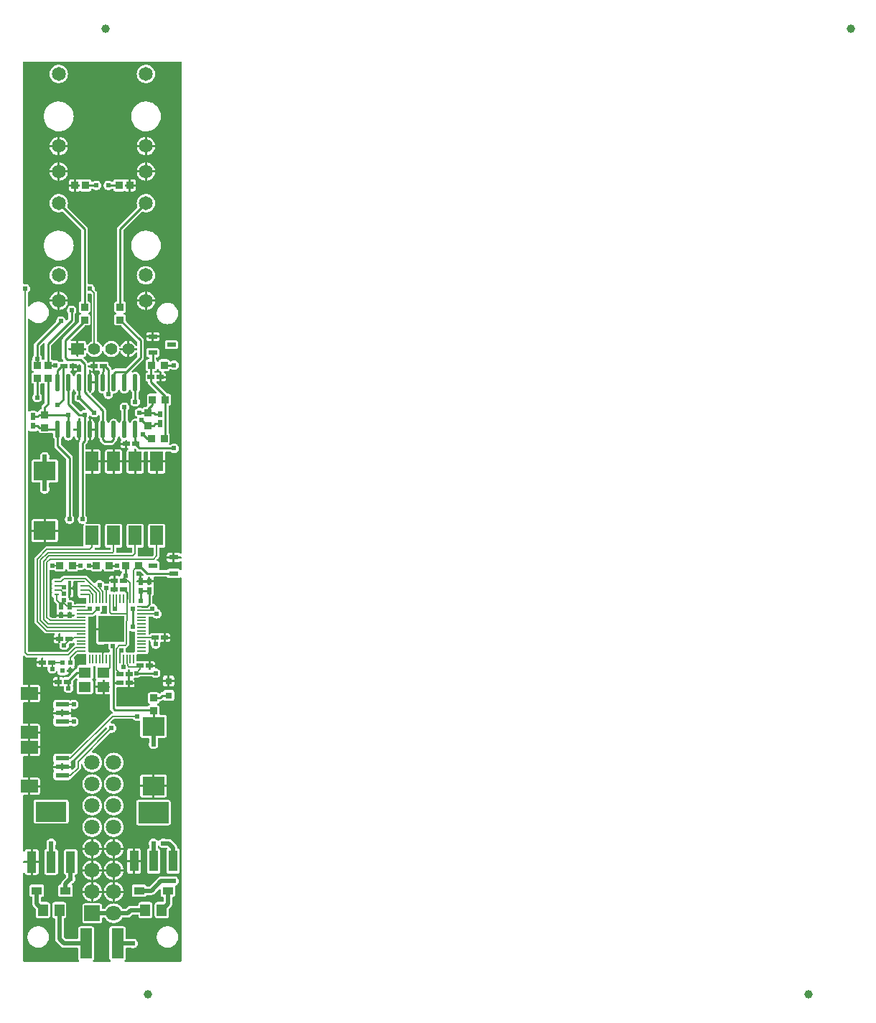
<source format=gtl>
G04 Layer: TopLayer*
G04 EasyEDA v6.5.23, 2023-06-10 17:59:46*
G04 2a4cce0fd74440f1b02c58f019cbd83e,5a6b42c53f6a479593ecc07194224c93,10*
G04 Gerber Generator version 0.2*
G04 Scale: 100 percent, Rotated: No, Reflected: No *
G04 Dimensions in millimeters *
G04 leading zeros omitted , absolute positions ,4 integer and 5 decimal *
%FSLAX45Y45*%
%MOMM*%

%AMMACRO1*21,1,$1,$2,0,0,$3*%
%ADD10C,0.1270*%
%ADD11C,0.2540*%
%ADD12C,0.5000*%
%ADD13C,0.2000*%
%ADD14MACRO1,3.4992X1.4067X90.0000*%
%ADD15MACRO1,0.864X0.8065X0.0000*%
%ADD16R,0.8640X0.8065*%
%ADD17MACRO1,0.54X0.7901X90.0000*%
%ADD18O,0.58801X2.0450048*%
%ADD19MACRO1,0.9072X0.8732X-90.0000*%
%ADD20MACRO1,0.9072X0.8732X90.0000*%
%ADD21MACRO1,0.54X0.7901X0.0000*%
%ADD22R,0.5400X0.7901*%
%ADD23MACRO1,0.864X0.8065X90.0000*%
%ADD24MACRO1,0.532X1.0375X-90.0000*%
%ADD25MACRO1,0.54X0.7901X-90.0000*%
%ADD26MACRO1,2.592X2.2075X0.0000*%
%ADD27R,2.5920X2.2075*%
%ADD28R,0.8000X0.8000*%
%ADD29MACRO1,1.377X1.1325X-90.0000*%
%ADD30MACRO1,1.377X1.1325X90.0000*%
%ADD31R,1.2000X0.9500*%
%ADD32R,1.5500X0.6000*%
%ADD33R,2.0000X1.5000*%
%ADD34MACRO1,2.286X1.524X90.0000*%
%ADD35R,1.0700X0.6000*%
%ADD36R,1.1000X2.5000*%
%ADD37MACRO1,3.6X2.34X0.0000*%
%ADD38R,1.0500X2.4650*%
%ADD39MACRO1,3.54X2.465X0.0000*%
%ADD40R,0.5500X0.5500*%
%ADD41R,0.6000X0.2800*%
%ADD42R,0.3000X1.7000*%
%ADD43R,1.1000X0.2000*%
%ADD44R,0.2000X1.1000*%
%ADD45R,3.1000X3.1000*%
%ADD46MACRO1,1.2X1.4X90.0000*%
%ADD47R,1.4000X1.2000*%
%ADD48MACRO1,1.2X1.4X-90.0000*%
%ADD49C,1.0000*%
%ADD50C,1.6500*%
%ADD51C,1.4000*%
%ADD52R,1.5240X1.4000*%
%ADD53MACRO1,1.8X1.8X90.0000*%
%ADD54C,1.8000*%
%ADD55C,0.6096*%
%ADD56C,0.0159*%

%LPD*%
G36*
X871982Y8621217D02*
G01*
X867918Y8622741D01*
X864920Y8625840D01*
X863498Y8628075D01*
X859434Y8632139D01*
X854506Y8635238D01*
X849071Y8637168D01*
X844194Y8638336D01*
X841298Y8640622D01*
X839368Y8643772D01*
X838708Y8647379D01*
X838708Y8723731D01*
X839368Y8727338D01*
X841298Y8730488D01*
X844245Y8732774D01*
X847801Y8733840D01*
X851509Y8733536D01*
X853795Y8732926D01*
X863600Y8732062D01*
X868730Y8732520D01*
X873099Y8731910D01*
X876808Y8729573D01*
X880668Y8725712D01*
X882903Y8722410D01*
X883666Y8718499D01*
X883666Y8631224D01*
X882751Y8627008D01*
X880110Y8623554D01*
X876300Y8621471D01*
G37*

%LPD*%
G36*
X871982Y8470544D02*
G01*
X867918Y8472119D01*
X864920Y8475167D01*
X863498Y8477402D01*
X859434Y8481517D01*
X854506Y8484565D01*
X848461Y8486698D01*
X844905Y8488832D01*
X842467Y8492236D01*
X841654Y8496300D01*
X842467Y8500364D01*
X844905Y8503767D01*
X848461Y8505901D01*
X854506Y8508034D01*
X859434Y8511082D01*
X863498Y8515197D01*
X864920Y8517432D01*
X867918Y8520480D01*
X871982Y8522055D01*
X876300Y8521750D01*
X880110Y8519718D01*
X882751Y8516264D01*
X883666Y8511997D01*
X883666Y8480602D01*
X882751Y8476335D01*
X880110Y8472881D01*
X876300Y8470849D01*
G37*

%LPD*%
G36*
X713486Y7988808D02*
G01*
X709574Y7989570D01*
X706272Y7991805D01*
X704088Y7995056D01*
X703326Y7998968D01*
X703326Y8064500D01*
X620268Y8064500D01*
X616356Y8065262D01*
X613105Y8067497D01*
X610870Y8070748D01*
X610108Y8074659D01*
X610108Y8079740D01*
X610870Y8083651D01*
X613105Y8086902D01*
X616356Y8089138D01*
X620268Y8089900D01*
X703326Y8089900D01*
X703326Y8173110D01*
X644956Y8173110D01*
X641045Y8173872D01*
X637743Y8176107D01*
X635558Y8179358D01*
X634796Y8183270D01*
X635558Y8187131D01*
X637743Y8190433D01*
X799084Y8351774D01*
X802386Y8353958D01*
X806246Y8354720D01*
X842721Y8354720D01*
X849071Y8355431D01*
X854506Y8357362D01*
X859434Y8360460D01*
X863498Y8364524D01*
X864920Y8366759D01*
X867918Y8369858D01*
X871982Y8371382D01*
X876300Y8371128D01*
X880110Y8369046D01*
X882751Y8365591D01*
X883666Y8361375D01*
X883666Y8174126D01*
X882903Y8170265D01*
X880770Y8167014D01*
X877569Y8164779D01*
X871880Y8162340D01*
X860704Y8155533D01*
X850544Y8147253D01*
X841603Y8137702D01*
X836574Y8130540D01*
X833424Y8127695D01*
X829411Y8126323D01*
X825195Y8126730D01*
X821486Y8128812D01*
X818997Y8132267D01*
X818134Y8136432D01*
X818134Y8146643D01*
X817372Y8152942D01*
X815492Y8158429D01*
X812393Y8163306D01*
X808329Y8167420D01*
X803402Y8170468D01*
X797966Y8172399D01*
X791616Y8173110D01*
X728726Y8173110D01*
X728726Y8089900D01*
X810107Y8089900D01*
X814019Y8089138D01*
X817270Y8086902D01*
X819505Y8083651D01*
X820267Y8079740D01*
X820267Y8074659D01*
X819505Y8070748D01*
X817270Y8067497D01*
X814019Y8065262D01*
X810107Y8064500D01*
X728726Y8064500D01*
X728726Y7998968D01*
X727913Y7995056D01*
X725728Y7991805D01*
X722426Y7989570D01*
X718515Y7988808D01*
G37*

%LPD*%
G36*
X308559Y7947253D02*
G01*
X304088Y7947710D01*
X300278Y7950047D01*
X297840Y7953806D01*
X297230Y7958226D01*
X297637Y7962900D01*
X296773Y7972704D01*
X294233Y7982153D01*
X290118Y7991094D01*
X284480Y7999120D01*
X282905Y8000695D01*
X280670Y8003997D01*
X279908Y8007908D01*
X279908Y8107781D01*
X280670Y8111693D01*
X282905Y8114995D01*
X312369Y8144459D01*
X315620Y8146643D01*
X319532Y8147405D01*
X323443Y8146643D01*
X326694Y8144459D01*
X328930Y8141157D01*
X329692Y8137245D01*
X329692Y7961579D01*
X329031Y7957972D01*
X327101Y7954822D01*
X324205Y7952536D01*
X319328Y7951368D01*
X313893Y7949438D01*
X312775Y7948726D01*
G37*

%LPD*%
G36*
X673100Y7759039D02*
G01*
X668782Y7760004D01*
X665327Y7762697D01*
X663295Y7766558D01*
X661517Y7773111D01*
X657453Y7781848D01*
X651916Y7789722D01*
X645109Y7796530D01*
X636422Y7802625D01*
X633526Y7805724D01*
X632155Y7809738D01*
X632561Y7814005D01*
X634695Y7817662D01*
X638098Y7820202D01*
X642264Y7821066D01*
X651408Y7821066D01*
X651408Y7861300D01*
X630682Y7861300D01*
X626770Y7862062D01*
X623468Y7864297D01*
X621284Y7867548D01*
X620522Y7871459D01*
X620522Y7876540D01*
X621284Y7880451D01*
X623468Y7883702D01*
X626770Y7885938D01*
X630682Y7886700D01*
X651408Y7886700D01*
X651408Y7901431D01*
X652170Y7905343D01*
X654405Y7908594D01*
X657656Y7910830D01*
X661568Y7911592D01*
X666648Y7911592D01*
X670509Y7910830D01*
X673811Y7908594D01*
X676046Y7905343D01*
X676808Y7901431D01*
X676808Y7886700D01*
X729538Y7886700D01*
X729538Y7890865D01*
X730300Y7894726D01*
X732485Y7898028D01*
X735787Y7900263D01*
X739698Y7901025D01*
X743559Y7900263D01*
X746861Y7898028D01*
X758494Y7886395D01*
X760730Y7883093D01*
X761492Y7879181D01*
X761492Y7817764D01*
X760831Y7814157D01*
X758901Y7810957D01*
X755954Y7808722D01*
X752398Y7807655D01*
X748690Y7807959D01*
X746201Y7808620D01*
X736600Y7809484D01*
X726948Y7808671D01*
X722884Y7809179D01*
X719328Y7811211D01*
X716889Y7814513D01*
X715924Y7818526D01*
X716635Y7822539D01*
X718921Y7825994D01*
X723798Y7830870D01*
X726897Y7835798D01*
X728827Y7841234D01*
X729538Y7847584D01*
X729538Y7861300D01*
X676808Y7861300D01*
X676808Y7821066D01*
X705205Y7820964D01*
X709015Y7819644D01*
X712012Y7816951D01*
X713740Y7813294D01*
X713892Y7809280D01*
X712470Y7805521D01*
X709676Y7802575D01*
X701090Y7796530D01*
X694283Y7789722D01*
X688746Y7781848D01*
X684682Y7773111D01*
X682904Y7766558D01*
X680872Y7762697D01*
X677418Y7760004D01*
G37*

%LPD*%
G36*
X755954Y7341971D02*
G01*
X752094Y7342733D01*
X748792Y7344918D01*
X651205Y7442504D01*
X648970Y7445806D01*
X648208Y7449718D01*
X648208Y7565034D01*
X648970Y7568946D01*
X657453Y7580884D01*
X661517Y7589621D01*
X663295Y7596124D01*
X665327Y7600035D01*
X668782Y7602728D01*
X673100Y7603642D01*
X677418Y7602728D01*
X680872Y7600035D01*
X682904Y7596124D01*
X684682Y7589621D01*
X688746Y7580884D01*
X697230Y7568946D01*
X697992Y7565034D01*
X697992Y7550708D01*
X697230Y7546797D01*
X694994Y7543495D01*
X693420Y7541920D01*
X687781Y7533894D01*
X683666Y7524953D01*
X681126Y7515504D01*
X680262Y7505700D01*
X681126Y7495895D01*
X683666Y7486446D01*
X687781Y7477506D01*
X693420Y7469479D01*
X700379Y7462520D01*
X708406Y7456881D01*
X717346Y7452766D01*
X726795Y7450226D01*
X734822Y7449515D01*
X738225Y7448600D01*
X741121Y7446568D01*
X811885Y7375855D01*
X814120Y7372400D01*
X814832Y7368336D01*
X813917Y7364374D01*
X811428Y7361072D01*
X807872Y7358989D01*
X803808Y7358532D01*
X800100Y7358837D01*
X790295Y7357973D01*
X780846Y7355433D01*
X771906Y7351318D01*
X759866Y7342733D01*
G37*

%LPD*%
G36*
X1689303Y5468112D02*
G01*
X1685493Y5468874D01*
X1682242Y5470956D01*
X1680006Y5474157D01*
X1679143Y5477967D01*
X1679803Y5481777D01*
X1682394Y5488838D01*
X1683105Y5495086D01*
X1683105Y5553913D01*
X1682394Y5560263D01*
X1680464Y5565698D01*
X1677416Y5570626D01*
X1673301Y5574690D01*
X1668424Y5577789D01*
X1662938Y5579719D01*
X1661058Y5579922D01*
X1657451Y5581040D01*
X1654505Y5583377D01*
X1652625Y5586628D01*
X1652016Y5590387D01*
X1652879Y5594045D01*
X1655013Y5597194D01*
X1673453Y5615635D01*
X1678025Y5621274D01*
X1681073Y5627268D01*
X1682851Y5633872D01*
X1683257Y5639206D01*
X1683257Y5724042D01*
X1684020Y5727903D01*
X1686255Y5731205D01*
X1689506Y5733440D01*
X1693418Y5734202D01*
X1726641Y5734202D01*
X1732940Y5734913D01*
X1738426Y5736793D01*
X1743303Y5739892D01*
X1747418Y5744006D01*
X1750466Y5748883D01*
X1752396Y5754370D01*
X1753107Y5760669D01*
X1753107Y5988151D01*
X1752396Y5994450D01*
X1750466Y5999886D01*
X1747418Y6004814D01*
X1743303Y6008878D01*
X1738426Y6011976D01*
X1732940Y6013907D01*
X1726641Y6014618D01*
X1575358Y6014618D01*
X1569059Y6013907D01*
X1563573Y6011976D01*
X1558696Y6008878D01*
X1554581Y6004814D01*
X1551533Y5999886D01*
X1549603Y5994450D01*
X1548892Y5988151D01*
X1548892Y5760669D01*
X1549603Y5754370D01*
X1551533Y5748883D01*
X1554581Y5744006D01*
X1558696Y5739892D01*
X1563573Y5736793D01*
X1569059Y5734913D01*
X1575358Y5734202D01*
X1608582Y5734202D01*
X1612493Y5733440D01*
X1615744Y5731205D01*
X1617980Y5727903D01*
X1618742Y5724042D01*
X1618742Y5656376D01*
X1617980Y5652465D01*
X1615744Y5649163D01*
X1602536Y5635955D01*
X1599234Y5633720D01*
X1595323Y5632958D01*
X1433626Y5632958D01*
X1429562Y5633770D01*
X1426210Y5636158D01*
X1424025Y5639663D01*
X1423466Y5643778D01*
X1424533Y5647740D01*
X1427073Y5652668D01*
X1428851Y5659272D01*
X1429258Y5664606D01*
X1429258Y5724042D01*
X1430020Y5727903D01*
X1432255Y5731205D01*
X1435506Y5733440D01*
X1439418Y5734202D01*
X1472641Y5734202D01*
X1478940Y5734913D01*
X1484426Y5736793D01*
X1489303Y5739892D01*
X1493418Y5744006D01*
X1496466Y5748883D01*
X1498396Y5754370D01*
X1499108Y5760669D01*
X1499108Y5988151D01*
X1498396Y5994450D01*
X1496466Y5999886D01*
X1493418Y6004814D01*
X1489303Y6008878D01*
X1484426Y6011976D01*
X1478940Y6013907D01*
X1472641Y6014618D01*
X1321358Y6014618D01*
X1315059Y6013907D01*
X1309573Y6011976D01*
X1304696Y6008878D01*
X1300581Y6004814D01*
X1297533Y5999886D01*
X1295603Y5994450D01*
X1294892Y5988151D01*
X1294892Y5760669D01*
X1295603Y5754370D01*
X1297533Y5748883D01*
X1300581Y5744006D01*
X1304696Y5739892D01*
X1309573Y5736793D01*
X1315059Y5734913D01*
X1321358Y5734202D01*
X1354582Y5734202D01*
X1358493Y5733440D01*
X1361744Y5731205D01*
X1363980Y5727903D01*
X1364742Y5724042D01*
X1364742Y5681776D01*
X1363980Y5677865D01*
X1361236Y5674055D01*
X1357934Y5671820D01*
X1354023Y5671058D01*
X1184452Y5671058D01*
X1180795Y5671718D01*
X1177645Y5673648D01*
X1175359Y5676595D01*
X1174343Y5680151D01*
X1175258Y5690006D01*
X1175258Y5724042D01*
X1176020Y5727903D01*
X1178255Y5731205D01*
X1181506Y5733440D01*
X1185418Y5734202D01*
X1218641Y5734202D01*
X1224940Y5734913D01*
X1230426Y5736793D01*
X1235303Y5739892D01*
X1239418Y5744006D01*
X1242466Y5748883D01*
X1244396Y5754370D01*
X1245108Y5760669D01*
X1245108Y5988151D01*
X1244396Y5994450D01*
X1242466Y5999886D01*
X1239418Y6004814D01*
X1235303Y6008878D01*
X1230426Y6011976D01*
X1224940Y6013907D01*
X1218641Y6014618D01*
X1067358Y6014618D01*
X1061059Y6013907D01*
X1055573Y6011976D01*
X1050696Y6008878D01*
X1046581Y6004814D01*
X1043533Y5999886D01*
X1041603Y5994450D01*
X1040892Y5988151D01*
X1040892Y5760669D01*
X1041603Y5754370D01*
X1043533Y5748883D01*
X1046581Y5744006D01*
X1050696Y5739892D01*
X1055573Y5736793D01*
X1061059Y5734913D01*
X1067358Y5734202D01*
X1100582Y5734202D01*
X1104493Y5733440D01*
X1107744Y5731205D01*
X1109980Y5727903D01*
X1110742Y5724042D01*
X1110742Y5719318D01*
X1109980Y5715406D01*
X1107744Y5712155D01*
X1104493Y5709920D01*
X1100582Y5709158D01*
X925626Y5709158D01*
X921562Y5710021D01*
X918210Y5712358D01*
X916025Y5715914D01*
X915466Y5719978D01*
X916584Y5723940D01*
X919022Y5728665D01*
X921258Y5731611D01*
X924407Y5733542D01*
X928014Y5734202D01*
X964641Y5734202D01*
X970940Y5734913D01*
X976426Y5736793D01*
X981303Y5739892D01*
X985418Y5744006D01*
X988466Y5748883D01*
X990396Y5754370D01*
X991108Y5760669D01*
X991108Y5988151D01*
X990396Y5994450D01*
X988466Y5999886D01*
X985418Y6004814D01*
X981303Y6008878D01*
X976426Y6011976D01*
X970940Y6013907D01*
X964641Y6014618D01*
X822604Y6014618D01*
X818743Y6015380D01*
X815441Y6017564D01*
X813257Y6020866D01*
X812444Y6024778D01*
X813257Y6028639D01*
X815441Y6031941D01*
X817880Y6034379D01*
X823518Y6042406D01*
X827633Y6051346D01*
X830173Y6060795D01*
X831037Y6070600D01*
X830173Y6080404D01*
X827633Y6089853D01*
X823518Y6098794D01*
X817880Y6106820D01*
X816305Y6108395D01*
X814069Y6111697D01*
X813308Y6115608D01*
X813308Y6599021D01*
X814069Y6602933D01*
X816305Y6606235D01*
X819556Y6608419D01*
X823468Y6609181D01*
X876300Y6609181D01*
X876300Y6736689D01*
X823468Y6736689D01*
X819556Y6737451D01*
X816305Y6739686D01*
X814069Y6742988D01*
X813308Y6746849D01*
X813308Y6751929D01*
X814069Y6755841D01*
X816305Y6759143D01*
X819556Y6761327D01*
X823468Y6762089D01*
X876300Y6762089D01*
X876300Y6889597D01*
X823468Y6889597D01*
X819556Y6890359D01*
X816305Y6892594D01*
X814069Y6895896D01*
X813308Y6899757D01*
X813308Y6952081D01*
X814069Y6955993D01*
X816305Y6959295D01*
X827024Y6970064D01*
X832154Y6976262D01*
X835710Y6982968D01*
X837895Y6990181D01*
X838047Y6991603D01*
X839419Y6995769D01*
X842365Y6998970D01*
X846429Y7000646D01*
X850900Y7000392D01*
X850900Y7114133D01*
X848868Y7114133D01*
X844956Y7114946D01*
X841705Y7117130D01*
X839469Y7120432D01*
X838708Y7124293D01*
X838708Y7129373D01*
X839469Y7133285D01*
X841705Y7136587D01*
X844956Y7138771D01*
X848868Y7139533D01*
X850900Y7139533D01*
X850900Y7254798D01*
X847699Y7256678D01*
X845362Y7259574D01*
X844245Y7263079D01*
X844448Y7266787D01*
X846023Y7270191D01*
X848918Y7274306D01*
X853033Y7283246D01*
X854100Y7287259D01*
X856030Y7291019D01*
X859332Y7293660D01*
X863396Y7294727D01*
X867562Y7294067D01*
X871118Y7291781D01*
X878179Y7284720D01*
X886206Y7279081D01*
X895146Y7274966D01*
X904595Y7272426D01*
X914400Y7271562D01*
X924204Y7272426D01*
X933653Y7274966D01*
X942594Y7279081D01*
X950620Y7284720D01*
X957580Y7291679D01*
X958900Y7293609D01*
X961999Y7296505D01*
X966063Y7297877D01*
X970280Y7297470D01*
X973988Y7295337D01*
X976477Y7291933D01*
X977392Y7287768D01*
X977392Y7243165D01*
X976630Y7239253D01*
X968146Y7227316D01*
X964082Y7218578D01*
X961593Y7209281D01*
X960678Y7199274D01*
X960678Y7054443D01*
X961593Y7044385D01*
X964082Y7035088D01*
X968146Y7026351D01*
X976426Y7014870D01*
X977341Y7011517D01*
X978204Y7002881D01*
X980389Y6995668D01*
X983945Y6988962D01*
X989076Y6982764D01*
X1013764Y6958075D01*
X1019962Y6952945D01*
X1026668Y6949389D01*
X1033881Y6947204D01*
X1041908Y6946392D01*
X1117092Y6946392D01*
X1125118Y6947204D01*
X1132332Y6949389D01*
X1139037Y6952945D01*
X1145235Y6958075D01*
X1169924Y6982764D01*
X1175054Y6988962D01*
X1178610Y6995668D01*
X1180795Y7002881D01*
X1181658Y7011416D01*
X1182471Y7014514D01*
X1190853Y7026351D01*
X1194917Y7035088D01*
X1196695Y7041642D01*
X1198727Y7045502D01*
X1202182Y7048195D01*
X1206500Y7049160D01*
X1210818Y7048195D01*
X1214272Y7045502D01*
X1216304Y7041642D01*
X1218082Y7035088D01*
X1222146Y7026351D01*
X1227683Y7018477D01*
X1230680Y7015480D01*
X1232662Y7012686D01*
X1233576Y7009434D01*
X1233373Y7006031D01*
X1232103Y7002881D01*
X1228902Y6997801D01*
X1226972Y6992366D01*
X1226261Y6986016D01*
X1226261Y6972300D01*
X1278991Y6972300D01*
X1278991Y6991603D01*
X1279855Y6995718D01*
X1282293Y6999122D01*
X1285900Y7001256D01*
X1290980Y7002932D01*
X1294739Y7003491D01*
X1298498Y7002576D01*
X1301597Y7000341D01*
X1303680Y6997090D01*
X1304391Y6993331D01*
X1304391Y6972300D01*
X1325118Y6972300D01*
X1329029Y6971538D01*
X1332331Y6969302D01*
X1334516Y6966051D01*
X1335278Y6962140D01*
X1335278Y6957059D01*
X1334516Y6953148D01*
X1332331Y6949897D01*
X1329029Y6947662D01*
X1325118Y6946900D01*
X1304391Y6946900D01*
X1304391Y6906666D01*
X1306118Y6906666D01*
X1310030Y6905904D01*
X1313383Y6903618D01*
X1315567Y6900265D01*
X1316278Y6896303D01*
X1315364Y6892340D01*
X1313027Y6889089D01*
X1304696Y6883908D01*
X1300581Y6879793D01*
X1297533Y6874916D01*
X1295603Y6869430D01*
X1294892Y6863130D01*
X1294892Y6762089D01*
X1384300Y6762089D01*
X1384300Y6893153D01*
X1385062Y6897065D01*
X1387297Y6900367D01*
X1390548Y6902551D01*
X1394460Y6903313D01*
X1398371Y6902551D01*
X1401622Y6900367D01*
X1406702Y6895287D01*
X1408938Y6891985D01*
X1409700Y6888073D01*
X1409700Y6762089D01*
X1499108Y6762089D01*
X1499108Y6858660D01*
X1499870Y6862572D01*
X1502105Y6865874D01*
X1505356Y6868058D01*
X1509268Y6868820D01*
X1538732Y6868820D01*
X1542643Y6868058D01*
X1545894Y6865874D01*
X1548130Y6862572D01*
X1548892Y6858660D01*
X1548892Y6762089D01*
X1638300Y6762089D01*
X1638300Y6858660D01*
X1639062Y6862572D01*
X1641297Y6865874D01*
X1644548Y6868058D01*
X1648460Y6868820D01*
X1653539Y6868820D01*
X1657451Y6868058D01*
X1660702Y6865874D01*
X1662938Y6862572D01*
X1663700Y6858660D01*
X1663700Y6762089D01*
X1753107Y6762089D01*
X1753107Y6858660D01*
X1753870Y6862572D01*
X1756105Y6865874D01*
X1759356Y6868058D01*
X1763268Y6868820D01*
X1809191Y6868820D01*
X1813102Y6868058D01*
X1816404Y6865874D01*
X1817979Y6864248D01*
X1826006Y6858609D01*
X1834946Y6854494D01*
X1844395Y6851954D01*
X1854200Y6851091D01*
X1864004Y6851954D01*
X1873453Y6854494D01*
X1882393Y6858609D01*
X1890420Y6864248D01*
X1897380Y6871208D01*
X1903018Y6879234D01*
X1907133Y6888175D01*
X1909673Y6897624D01*
X1910537Y6907428D01*
X1909673Y6917232D01*
X1907133Y6926681D01*
X1903018Y6935622D01*
X1897380Y6943648D01*
X1890420Y6950608D01*
X1882393Y6956247D01*
X1873453Y6960362D01*
X1864004Y6962902D01*
X1854200Y6963765D01*
X1844395Y6962902D01*
X1834946Y6960362D01*
X1826006Y6956247D01*
X1817979Y6950608D01*
X1816404Y6949033D01*
X1813102Y6946798D01*
X1809242Y6946036D01*
X1806346Y6946036D01*
X1802434Y6946798D01*
X1799132Y6949033D01*
X1796948Y6952335D01*
X1796186Y6956196D01*
X1796948Y6960108D01*
X1799539Y6963765D01*
X1802638Y6968693D01*
X1804568Y6974128D01*
X1805279Y6980478D01*
X1805279Y7065721D01*
X1804568Y7072071D01*
X1802638Y7077506D01*
X1799539Y7082434D01*
X1792579Y7088987D01*
X1790903Y7091984D01*
X1790344Y7095337D01*
X1790344Y7402068D01*
X1791207Y7406131D01*
X1793595Y7409535D01*
X1797151Y7411669D01*
X1803247Y7413802D01*
X1808175Y7416901D01*
X1812239Y7420965D01*
X1815338Y7425893D01*
X1817268Y7431328D01*
X1817979Y7437678D01*
X1817979Y7522921D01*
X1817268Y7529271D01*
X1815338Y7534706D01*
X1812239Y7539634D01*
X1808175Y7543698D01*
X1803247Y7546797D01*
X1797812Y7548676D01*
X1791462Y7549388D01*
X1780387Y7549388D01*
X1776526Y7550200D01*
X1773224Y7552385D01*
X1648866Y7676743D01*
X1646631Y7680045D01*
X1645869Y7683906D01*
X1646631Y7687818D01*
X1648866Y7691120D01*
X1652168Y7693304D01*
X1656029Y7694066D01*
X1680108Y7694066D01*
X1680108Y7734300D01*
X1659382Y7734300D01*
X1655470Y7735062D01*
X1652168Y7737297D01*
X1649984Y7740548D01*
X1649222Y7744459D01*
X1649222Y7749540D01*
X1649984Y7753451D01*
X1652168Y7756702D01*
X1655470Y7758938D01*
X1659382Y7759700D01*
X1680108Y7759700D01*
X1680108Y7799882D01*
X1653895Y7799882D01*
X1647545Y7799171D01*
X1641652Y7797139D01*
X1638300Y7796580D01*
X1634947Y7797139D01*
X1631086Y7798511D01*
X1627733Y7800441D01*
X1625346Y7803540D01*
X1624279Y7807248D01*
X1624736Y7811109D01*
X1626565Y7814513D01*
X1629562Y7817002D01*
X1634439Y7818323D01*
X1639925Y7820202D01*
X1644802Y7823301D01*
X1648917Y7827365D01*
X1651965Y7832293D01*
X1654098Y7838338D01*
X1656232Y7841894D01*
X1659636Y7844332D01*
X1663700Y7845145D01*
X1667764Y7844332D01*
X1671167Y7841894D01*
X1673301Y7838338D01*
X1675434Y7832293D01*
X1678482Y7827365D01*
X1682597Y7823301D01*
X1687474Y7820202D01*
X1691589Y7818526D01*
X1696669Y7817866D01*
X1700123Y7816748D01*
X1702968Y7814513D01*
X1704848Y7811363D01*
X1705508Y7807807D01*
X1705508Y7759700D01*
X1758238Y7759700D01*
X1758238Y7773416D01*
X1757527Y7779766D01*
X1755597Y7785201D01*
X1752498Y7790129D01*
X1748434Y7794193D01*
X1743506Y7797292D01*
X1741932Y7797850D01*
X1738477Y7799933D01*
X1736039Y7803184D01*
X1735124Y7807096D01*
X1735785Y7811109D01*
X1737969Y7814513D01*
X1741322Y7816799D01*
X1745284Y7817612D01*
X1778762Y7817612D01*
X1785112Y7818323D01*
X1790547Y7820202D01*
X1795475Y7823301D01*
X1799539Y7827365D01*
X1802638Y7832293D01*
X1804365Y7837271D01*
X1806244Y7840522D01*
X1809140Y7842859D01*
X1812696Y7844028D01*
X1816404Y7843824D01*
X1819808Y7842250D01*
X1826006Y7837881D01*
X1834946Y7833766D01*
X1844395Y7831226D01*
X1854200Y7830362D01*
X1864004Y7831226D01*
X1873453Y7833766D01*
X1882393Y7837881D01*
X1890420Y7843520D01*
X1897380Y7850479D01*
X1903018Y7858506D01*
X1907133Y7867446D01*
X1909673Y7876895D01*
X1910537Y7886700D01*
X1909673Y7896504D01*
X1907133Y7905953D01*
X1903018Y7914894D01*
X1897380Y7922920D01*
X1890420Y7929880D01*
X1882393Y7935518D01*
X1873453Y7939633D01*
X1864004Y7942173D01*
X1854200Y7943037D01*
X1844395Y7942173D01*
X1834946Y7939633D01*
X1826006Y7935518D01*
X1819808Y7931150D01*
X1816404Y7929575D01*
X1812696Y7929372D01*
X1809140Y7930540D01*
X1806244Y7932877D01*
X1804365Y7936128D01*
X1802638Y7941106D01*
X1799539Y7946034D01*
X1795475Y7950098D01*
X1790547Y7953197D01*
X1785112Y7955076D01*
X1778762Y7955788D01*
X1699260Y7955788D01*
X1692960Y7955076D01*
X1687474Y7953197D01*
X1682597Y7950098D01*
X1678482Y7946034D01*
X1675434Y7941106D01*
X1673301Y7935061D01*
X1671167Y7931505D01*
X1667764Y7929067D01*
X1663700Y7928254D01*
X1659636Y7929067D01*
X1656232Y7931505D01*
X1654098Y7935061D01*
X1651965Y7941106D01*
X1648917Y7946034D01*
X1645970Y7948980D01*
X1643735Y7952282D01*
X1642973Y7956143D01*
X1642973Y7970316D01*
X1643735Y7974228D01*
X1645970Y7977530D01*
X1649272Y7979714D01*
X1653133Y7980476D01*
X1655673Y7980476D01*
X1662023Y7981188D01*
X1667459Y7983118D01*
X1672386Y7986217D01*
X1676450Y7990281D01*
X1679549Y7995208D01*
X1681429Y8000644D01*
X1682140Y8006994D01*
X1682140Y8059013D01*
X1681429Y8065363D01*
X1679549Y8070799D01*
X1676450Y8075726D01*
X1672386Y8079790D01*
X1667459Y8082889D01*
X1662023Y8084820D01*
X1655673Y8085531D01*
X1553057Y8085531D01*
X1546758Y8084820D01*
X1541272Y8082889D01*
X1536395Y8079790D01*
X1532280Y8075726D01*
X1529232Y8070799D01*
X1527302Y8065363D01*
X1526590Y8059013D01*
X1526590Y8006994D01*
X1527302Y8000644D01*
X1529232Y7995208D01*
X1532280Y7990281D01*
X1536395Y7986217D01*
X1541272Y7983118D01*
X1546758Y7981188D01*
X1553057Y7980476D01*
X1555597Y7980476D01*
X1559509Y7979714D01*
X1562760Y7977530D01*
X1564995Y7974228D01*
X1565757Y7970316D01*
X1565757Y7965948D01*
X1564995Y7962087D01*
X1562760Y7958785D01*
X1559509Y7956600D01*
X1555597Y7955788D01*
X1548638Y7955788D01*
X1542288Y7955076D01*
X1536852Y7953197D01*
X1531924Y7950098D01*
X1527860Y7946034D01*
X1524762Y7941106D01*
X1522831Y7935671D01*
X1522120Y7929321D01*
X1522120Y7844078D01*
X1522831Y7837728D01*
X1524762Y7832293D01*
X1527860Y7827365D01*
X1531924Y7823301D01*
X1536852Y7820202D01*
X1538376Y7819694D01*
X1541932Y7817510D01*
X1544320Y7814157D01*
X1545183Y7808722D01*
X1544320Y7804658D01*
X1541932Y7801305D01*
X1538376Y7799120D01*
X1533093Y7797292D01*
X1528165Y7794193D01*
X1524101Y7790129D01*
X1521002Y7785201D01*
X1519072Y7779766D01*
X1518361Y7773416D01*
X1518361Y7720584D01*
X1519072Y7714234D01*
X1521002Y7708798D01*
X1524101Y7703870D01*
X1528165Y7699806D01*
X1533093Y7696708D01*
X1538579Y7694777D01*
X1541881Y7692847D01*
X1544269Y7689850D01*
X1545336Y7686192D01*
X1545996Y7679690D01*
X1548180Y7672476D01*
X1551736Y7665770D01*
X1556867Y7659573D01*
X1649780Y7566609D01*
X1652066Y7563154D01*
X1652778Y7559040D01*
X1651762Y7555026D01*
X1649222Y7551724D01*
X1645615Y7549743D01*
X1640839Y7549388D01*
X1561338Y7549388D01*
X1554988Y7548676D01*
X1549552Y7546797D01*
X1544624Y7543698D01*
X1540560Y7539634D01*
X1537462Y7534706D01*
X1535531Y7529271D01*
X1534820Y7522921D01*
X1534820Y7437678D01*
X1535531Y7431328D01*
X1537462Y7425893D01*
X1539798Y7422184D01*
X1541119Y7419035D01*
X1541272Y7415631D01*
X1540357Y7412380D01*
X1538376Y7409586D01*
X1525016Y7396225D01*
X1521714Y7394041D01*
X1517853Y7393279D01*
X1506778Y7393279D01*
X1500428Y7392568D01*
X1494993Y7390638D01*
X1490065Y7387539D01*
X1486001Y7383475D01*
X1482750Y7379512D01*
X1479499Y7377887D01*
X1475841Y7377480D01*
X1472336Y7378395D01*
X1467053Y7380833D01*
X1457604Y7383373D01*
X1447800Y7384237D01*
X1437995Y7383373D01*
X1428546Y7380833D01*
X1419606Y7376718D01*
X1411579Y7371080D01*
X1404620Y7364120D01*
X1398981Y7356094D01*
X1394866Y7347153D01*
X1392326Y7337704D01*
X1391462Y7327900D01*
X1392326Y7318095D01*
X1394866Y7308646D01*
X1398981Y7299706D01*
X1404620Y7291679D01*
X1411579Y7284720D01*
X1420418Y7278573D01*
X1422908Y7276084D01*
X1424432Y7272883D01*
X1424736Y7269327D01*
X1423822Y7265924D01*
X1420622Y7259066D01*
X1418590Y7256170D01*
X1415694Y7254138D01*
X1412290Y7253224D01*
X1408785Y7253528D01*
X1406601Y7254138D01*
X1397000Y7254951D01*
X1387398Y7254138D01*
X1378102Y7251649D01*
X1369364Y7247585D01*
X1361490Y7242048D01*
X1354683Y7235240D01*
X1349146Y7227316D01*
X1345082Y7218578D01*
X1343304Y7212075D01*
X1341272Y7208164D01*
X1337818Y7205472D01*
X1333500Y7204557D01*
X1329182Y7205472D01*
X1325727Y7208164D01*
X1323695Y7212075D01*
X1321917Y7218578D01*
X1317853Y7227316D01*
X1309370Y7239253D01*
X1308608Y7243165D01*
X1308608Y7346391D01*
X1309370Y7350302D01*
X1311605Y7353604D01*
X1313180Y7355179D01*
X1318818Y7363206D01*
X1322933Y7372146D01*
X1325473Y7381595D01*
X1326337Y7391400D01*
X1325473Y7401204D01*
X1322933Y7410653D01*
X1318818Y7419594D01*
X1313180Y7427620D01*
X1306220Y7434580D01*
X1298194Y7440218D01*
X1289253Y7444333D01*
X1279804Y7446873D01*
X1270000Y7447737D01*
X1260195Y7446873D01*
X1250746Y7444333D01*
X1241806Y7440218D01*
X1233779Y7434580D01*
X1226820Y7427620D01*
X1221181Y7419594D01*
X1217066Y7410653D01*
X1214526Y7401204D01*
X1213662Y7391400D01*
X1214526Y7381595D01*
X1217066Y7372146D01*
X1221181Y7363206D01*
X1226820Y7355179D01*
X1228394Y7353604D01*
X1230630Y7350302D01*
X1231392Y7346391D01*
X1231392Y7243165D01*
X1230630Y7239253D01*
X1222146Y7227316D01*
X1218082Y7218578D01*
X1216304Y7212075D01*
X1214272Y7208164D01*
X1210818Y7205472D01*
X1206500Y7204557D01*
X1202182Y7205472D01*
X1198727Y7208164D01*
X1196695Y7212075D01*
X1194917Y7218578D01*
X1190853Y7227316D01*
X1185316Y7235240D01*
X1178509Y7242048D01*
X1170635Y7247585D01*
X1161897Y7251649D01*
X1152601Y7254138D01*
X1143000Y7254951D01*
X1133398Y7254138D01*
X1124102Y7251649D01*
X1115364Y7247585D01*
X1107490Y7242048D01*
X1100683Y7235240D01*
X1095146Y7227316D01*
X1091082Y7218578D01*
X1089304Y7212075D01*
X1087272Y7208164D01*
X1083818Y7205472D01*
X1079500Y7204557D01*
X1075182Y7205472D01*
X1071727Y7208164D01*
X1069695Y7212075D01*
X1067917Y7218578D01*
X1063853Y7227316D01*
X1055370Y7239253D01*
X1054608Y7243165D01*
X1054608Y7352792D01*
X1053795Y7360818D01*
X1051610Y7368031D01*
X1048054Y7374737D01*
X1042924Y7380935D01*
X882396Y7541463D01*
X880262Y7544714D01*
X879449Y7548473D01*
X880110Y7552283D01*
X882192Y7555585D01*
X885291Y7557871D01*
X891235Y7560614D01*
X899109Y7566152D01*
X905916Y7572959D01*
X911453Y7580884D01*
X915517Y7589621D01*
X918006Y7598918D01*
X918921Y7608925D01*
X918921Y7668666D01*
X876300Y7668666D01*
X876300Y7572146D01*
X875537Y7568234D01*
X873302Y7564932D01*
X870051Y7562748D01*
X866140Y7561986D01*
X862228Y7562748D01*
X858977Y7564932D01*
X853897Y7570012D01*
X851662Y7573314D01*
X850900Y7577226D01*
X850900Y7668666D01*
X848868Y7668666D01*
X844956Y7669428D01*
X841705Y7671612D01*
X839469Y7674914D01*
X838708Y7678826D01*
X838708Y7683906D01*
X839469Y7687767D01*
X841705Y7691069D01*
X844956Y7693253D01*
X848868Y7694066D01*
X850900Y7694066D01*
X850900Y7819440D01*
X851662Y7823352D01*
X853897Y7826654D01*
X857148Y7828838D01*
X861060Y7829600D01*
X866140Y7829600D01*
X870051Y7828838D01*
X873302Y7826654D01*
X875537Y7823352D01*
X876300Y7819440D01*
X876300Y7694066D01*
X918921Y7694066D01*
X918921Y7753756D01*
X918006Y7763814D01*
X915517Y7773111D01*
X911453Y7781848D01*
X905916Y7789722D01*
X899109Y7796530D01*
X890422Y7802625D01*
X887526Y7805724D01*
X886155Y7809738D01*
X886561Y7814005D01*
X888695Y7817662D01*
X892098Y7820202D01*
X896264Y7821066D01*
X897991Y7821066D01*
X897991Y7861300D01*
X848868Y7861300D01*
X844956Y7862062D01*
X841705Y7864297D01*
X839469Y7867548D01*
X838708Y7871459D01*
X838708Y7876540D01*
X839469Y7880451D01*
X841705Y7883702D01*
X844956Y7885938D01*
X848868Y7886700D01*
X897991Y7886700D01*
X897991Y7926882D01*
X871778Y7926882D01*
X865428Y7926171D01*
X859993Y7924292D01*
X855065Y7921193D01*
X847953Y7914233D01*
X844092Y7912811D01*
X839978Y7913065D01*
X836269Y7914894D01*
X833628Y7918043D01*
X832154Y7920837D01*
X827024Y7927035D01*
X789635Y7964474D01*
X787501Y7967573D01*
X786638Y7971281D01*
X787247Y7974990D01*
X789127Y7978292D01*
X792073Y7980629D01*
X795680Y7981746D01*
X797966Y7982000D01*
X803402Y7983931D01*
X808329Y7986979D01*
X812393Y7991094D01*
X815492Y7995970D01*
X817372Y8001457D01*
X818134Y8007756D01*
X818134Y8017967D01*
X818997Y8022132D01*
X821486Y8025587D01*
X825195Y8027670D01*
X829411Y8028076D01*
X833424Y8026704D01*
X836574Y8023859D01*
X841603Y8016697D01*
X850544Y8007146D01*
X860704Y7998866D01*
X871880Y7992059D01*
X883869Y7986826D01*
X896467Y7983321D01*
X909472Y7981543D01*
X922528Y7981543D01*
X935532Y7983321D01*
X948131Y7986826D01*
X960119Y7992059D01*
X971296Y7998866D01*
X981456Y8007146D01*
X990396Y8016697D01*
X997915Y8027365D01*
X1003960Y8038998D01*
X1006449Y8045958D01*
X1008583Y8049514D01*
X1011936Y8051901D01*
X1016000Y8052714D01*
X1020064Y8051901D01*
X1023416Y8049514D01*
X1025550Y8045958D01*
X1028039Y8038998D01*
X1034084Y8027365D01*
X1041603Y8016697D01*
X1050544Y8007146D01*
X1060704Y7998866D01*
X1071880Y7992059D01*
X1083868Y7986826D01*
X1096467Y7983321D01*
X1109472Y7981543D01*
X1122527Y7981543D01*
X1135532Y7983321D01*
X1148130Y7986826D01*
X1160119Y7992059D01*
X1171295Y7998866D01*
X1181455Y8007146D01*
X1190396Y8016697D01*
X1197914Y8027365D01*
X1203960Y8038998D01*
X1206449Y8045958D01*
X1208582Y8049514D01*
X1211935Y8051901D01*
X1215999Y8052714D01*
X1220063Y8051901D01*
X1223416Y8049514D01*
X1225550Y8045958D01*
X1228039Y8038998D01*
X1234084Y8027365D01*
X1241602Y8016697D01*
X1250543Y8007146D01*
X1260703Y7998866D01*
X1271879Y7992059D01*
X1283868Y7986826D01*
X1296466Y7983321D01*
X1303274Y7982407D01*
X1303274Y8064500D01*
X1221892Y8064500D01*
X1217980Y8065262D01*
X1214729Y8067497D01*
X1212494Y8070748D01*
X1211732Y8074659D01*
X1211732Y8079740D01*
X1212494Y8083651D01*
X1214729Y8086902D01*
X1217980Y8089138D01*
X1221892Y8089900D01*
X1303274Y8089900D01*
X1303274Y8171992D01*
X1296466Y8171078D01*
X1283868Y8167522D01*
X1271879Y8162340D01*
X1260703Y8155533D01*
X1250543Y8147253D01*
X1241602Y8137702D01*
X1234084Y8127034D01*
X1228039Y8115401D01*
X1225550Y8108442D01*
X1223416Y8104886D01*
X1220063Y8102498D01*
X1215999Y8101685D01*
X1211935Y8102498D01*
X1208582Y8104886D01*
X1206449Y8108442D01*
X1203960Y8115401D01*
X1197914Y8127034D01*
X1190396Y8137702D01*
X1181455Y8147253D01*
X1171295Y8155533D01*
X1160119Y8162340D01*
X1148130Y8167522D01*
X1135532Y8171078D01*
X1122527Y8172856D01*
X1109472Y8172856D01*
X1096467Y8171078D01*
X1083868Y8167522D01*
X1071880Y8162340D01*
X1060704Y8155533D01*
X1050544Y8147253D01*
X1041603Y8137702D01*
X1034084Y8127034D01*
X1028039Y8115401D01*
X1025550Y8108442D01*
X1023416Y8104886D01*
X1020064Y8102498D01*
X1016000Y8101685D01*
X1011936Y8102498D01*
X1008583Y8104886D01*
X1006449Y8108442D01*
X1003960Y8115401D01*
X997915Y8127034D01*
X990396Y8137702D01*
X981456Y8147253D01*
X971296Y8155533D01*
X960119Y8162340D01*
X954278Y8164880D01*
X951077Y8167065D01*
X948944Y8170367D01*
X948182Y8174177D01*
X948182Y8735568D01*
X947419Y8742781D01*
X945337Y8749182D01*
X941933Y8755126D01*
X938428Y8759190D01*
X922426Y8775192D01*
X920089Y8778900D01*
X919480Y8783269D01*
X919937Y8788400D01*
X919073Y8798204D01*
X916533Y8807653D01*
X912418Y8816594D01*
X906780Y8824620D01*
X899820Y8831580D01*
X891794Y8837218D01*
X882853Y8841333D01*
X873404Y8843873D01*
X863600Y8844737D01*
X853795Y8843873D01*
X851509Y8843264D01*
X847801Y8842959D01*
X844245Y8844026D01*
X841298Y8846312D01*
X839368Y8849461D01*
X838708Y8853068D01*
X838708Y9491116D01*
X837895Y9499142D01*
X835710Y9506356D01*
X832154Y9513062D01*
X827024Y9519259D01*
X598881Y9747453D01*
X596747Y9750552D01*
X595934Y9754209D01*
X596442Y9757918D01*
X599998Y9768332D01*
X602742Y9782251D01*
X603707Y9796373D01*
X602742Y9810546D01*
X599998Y9824466D01*
X595426Y9837877D01*
X589178Y9850577D01*
X581304Y9862362D01*
X571957Y9873030D01*
X561289Y9882378D01*
X549503Y9890252D01*
X536752Y9896551D01*
X523341Y9901072D01*
X509422Y9903866D01*
X495300Y9904780D01*
X481177Y9903866D01*
X467258Y9901072D01*
X453847Y9896551D01*
X441096Y9890252D01*
X429310Y9882378D01*
X418642Y9873030D01*
X409295Y9862362D01*
X401421Y9850577D01*
X395173Y9837877D01*
X390601Y9824466D01*
X387858Y9810546D01*
X386892Y9796373D01*
X387858Y9782251D01*
X390601Y9768332D01*
X395173Y9754920D01*
X401421Y9742220D01*
X409295Y9730435D01*
X418642Y9719767D01*
X429310Y9710420D01*
X441096Y9702546D01*
X453847Y9696246D01*
X467258Y9691725D01*
X481177Y9688931D01*
X495300Y9688017D01*
X509422Y9688931D01*
X523341Y9691725D01*
X533857Y9695281D01*
X537565Y9695789D01*
X541223Y9694926D01*
X544271Y9692843D01*
X758494Y9478619D01*
X760730Y9475317D01*
X761492Y9471406D01*
X761492Y8647379D01*
X760831Y8643772D01*
X758901Y8640622D01*
X756005Y8638336D01*
X751128Y8637168D01*
X745693Y8635238D01*
X740765Y8632139D01*
X736701Y8628075D01*
X733602Y8623147D01*
X731723Y8617712D01*
X731012Y8611362D01*
X731012Y8531860D01*
X731723Y8525560D01*
X733602Y8520074D01*
X736701Y8515197D01*
X740765Y8511082D01*
X745693Y8508034D01*
X751738Y8505901D01*
X755294Y8503767D01*
X757732Y8500364D01*
X758545Y8496300D01*
X757732Y8492236D01*
X755294Y8488832D01*
X751738Y8486698D01*
X745693Y8484565D01*
X740765Y8481517D01*
X736701Y8477402D01*
X733602Y8472525D01*
X731723Y8467039D01*
X731012Y8460740D01*
X731012Y8397087D01*
X730199Y8393226D01*
X728014Y8389924D01*
X544576Y8206435D01*
X539445Y8200237D01*
X535889Y8193531D01*
X533704Y8186318D01*
X532892Y8178292D01*
X532892Y7976108D01*
X533704Y7968081D01*
X535889Y7960868D01*
X539445Y7954162D01*
X544576Y7947964D01*
X548233Y7944256D01*
X550468Y7940954D01*
X551230Y7937042D01*
X550468Y7933181D01*
X548233Y7929880D01*
X544931Y7927695D01*
X541070Y7926882D01*
X516178Y7926882D01*
X509828Y7926171D01*
X506425Y7925003D01*
X502666Y7924444D01*
X499008Y7925257D01*
X495858Y7927390D01*
X493420Y7929880D01*
X485393Y7935518D01*
X476453Y7939633D01*
X467004Y7942173D01*
X457200Y7943037D01*
X447395Y7942173D01*
X440740Y7940395D01*
X437235Y7940090D01*
X433832Y7941005D01*
X430936Y7943037D01*
X427634Y7946339D01*
X422706Y7949438D01*
X417271Y7951368D01*
X412394Y7952536D01*
X409498Y7954822D01*
X407568Y7957972D01*
X406908Y7961579D01*
X406908Y8120481D01*
X407670Y8124393D01*
X409905Y8127695D01*
X674624Y8392464D01*
X679754Y8398662D01*
X683310Y8405368D01*
X685495Y8412581D01*
X686308Y8420608D01*
X686308Y8489391D01*
X687070Y8493302D01*
X689305Y8496604D01*
X690880Y8498179D01*
X696518Y8506206D01*
X700633Y8515146D01*
X703173Y8524595D01*
X704037Y8534400D01*
X703173Y8544204D01*
X700633Y8553653D01*
X696518Y8562594D01*
X690880Y8570620D01*
X683920Y8577580D01*
X675894Y8583218D01*
X666953Y8587333D01*
X657504Y8589873D01*
X647700Y8590737D01*
X637895Y8589873D01*
X628446Y8587333D01*
X619506Y8583218D01*
X611479Y8577580D01*
X604520Y8570620D01*
X598881Y8562594D01*
X594766Y8553653D01*
X592226Y8544204D01*
X591362Y8534400D01*
X592226Y8524595D01*
X594766Y8515146D01*
X598881Y8506206D01*
X604520Y8498179D01*
X606094Y8496604D01*
X608330Y8493302D01*
X609092Y8489391D01*
X609092Y8440318D01*
X608330Y8436406D01*
X606094Y8433104D01*
X591616Y8418576D01*
X588060Y8416290D01*
X583895Y8415629D01*
X579780Y8416747D01*
X576529Y8419388D01*
X574598Y8423148D01*
X573633Y8426653D01*
X569518Y8435594D01*
X563880Y8443620D01*
X556920Y8450580D01*
X548894Y8456218D01*
X539953Y8460333D01*
X530504Y8462873D01*
X520700Y8463737D01*
X510895Y8462873D01*
X501446Y8460333D01*
X492506Y8456218D01*
X484479Y8450580D01*
X477520Y8443620D01*
X471881Y8435594D01*
X467766Y8426653D01*
X465226Y8417204D01*
X464515Y8409178D01*
X463600Y8405774D01*
X461568Y8402878D01*
X214375Y8155635D01*
X209245Y8149437D01*
X205689Y8142731D01*
X203504Y8135518D01*
X202692Y8127492D01*
X202692Y8007908D01*
X201930Y8003997D01*
X199694Y8000695D01*
X198120Y7999120D01*
X192481Y7991094D01*
X188366Y7982153D01*
X185826Y7972704D01*
X184962Y7962900D01*
X185623Y7955127D01*
X185064Y7950758D01*
X182676Y7947050D01*
X177901Y7942275D01*
X174802Y7937347D01*
X172923Y7931912D01*
X172212Y7925562D01*
X172212Y7846059D01*
X172923Y7839760D01*
X174802Y7834274D01*
X177901Y7829397D01*
X181965Y7825282D01*
X186893Y7822234D01*
X192938Y7820101D01*
X196494Y7817967D01*
X198932Y7814564D01*
X199745Y7810500D01*
X198932Y7806436D01*
X196494Y7803032D01*
X192938Y7800898D01*
X186893Y7798765D01*
X181965Y7795717D01*
X177901Y7791602D01*
X174802Y7786725D01*
X172923Y7781239D01*
X172212Y7774940D01*
X172212Y7695438D01*
X172923Y7689088D01*
X174802Y7683652D01*
X177901Y7678724D01*
X181965Y7674660D01*
X186893Y7671562D01*
X192328Y7669631D01*
X197205Y7668463D01*
X200101Y7666177D01*
X202031Y7663027D01*
X202692Y7659420D01*
X202692Y7550708D01*
X201930Y7546797D01*
X199694Y7543495D01*
X198120Y7541920D01*
X192481Y7533894D01*
X188366Y7524953D01*
X185826Y7515504D01*
X184962Y7505700D01*
X185826Y7495895D01*
X188366Y7486446D01*
X192481Y7477506D01*
X198120Y7469479D01*
X205079Y7462520D01*
X213106Y7456881D01*
X222046Y7452766D01*
X231495Y7450226D01*
X241300Y7449362D01*
X251104Y7450226D01*
X260553Y7452766D01*
X269494Y7456881D01*
X277520Y7462520D01*
X284480Y7469479D01*
X290118Y7477506D01*
X294233Y7486446D01*
X296773Y7495895D01*
X297637Y7505700D01*
X296773Y7515504D01*
X294233Y7524953D01*
X290118Y7533894D01*
X284480Y7541920D01*
X282905Y7543495D01*
X280670Y7546797D01*
X279908Y7550708D01*
X279908Y7659420D01*
X280568Y7663027D01*
X282498Y7666177D01*
X285394Y7668463D01*
X290271Y7669631D01*
X295706Y7671562D01*
X299415Y7673898D01*
X302920Y7675270D01*
X306679Y7675270D01*
X310184Y7673898D01*
X313893Y7671562D01*
X319328Y7669631D01*
X324205Y7668463D01*
X327101Y7666177D01*
X329031Y7663027D01*
X329692Y7659420D01*
X329692Y7449718D01*
X328930Y7445806D01*
X326694Y7442504D01*
X303276Y7419035D01*
X298145Y7412837D01*
X294589Y7406131D01*
X292404Y7398918D01*
X291592Y7390892D01*
X291592Y7377379D01*
X290931Y7373772D01*
X289001Y7370622D01*
X286105Y7368336D01*
X281228Y7367168D01*
X275793Y7365238D01*
X270865Y7362139D01*
X266801Y7358075D01*
X263702Y7353147D01*
X260553Y7343241D01*
X258013Y7340244D01*
X254558Y7338415D01*
X251206Y7337348D01*
X248412Y7335875D01*
X244297Y7334707D01*
X240080Y7335367D01*
X236474Y7337653D01*
X233629Y7340498D01*
X228701Y7343597D01*
X223266Y7345527D01*
X216916Y7346238D01*
X164084Y7346238D01*
X157734Y7345527D01*
X152298Y7343597D01*
X149402Y7341819D01*
X145389Y7340346D01*
X141071Y7340650D01*
X137312Y7342733D01*
X134772Y7346188D01*
X133858Y7350404D01*
X133858Y8429142D01*
X134721Y8433206D01*
X137109Y8436610D01*
X140716Y8438743D01*
X144830Y8439302D01*
X148844Y8438083D01*
X151993Y8435441D01*
X159766Y8425535D01*
X170535Y8414766D01*
X182473Y8405418D01*
X195478Y8397544D01*
X209346Y8391296D01*
X223875Y8386775D01*
X238810Y8384031D01*
X254000Y8383117D01*
X269189Y8384031D01*
X284124Y8386775D01*
X298653Y8391296D01*
X312521Y8397544D01*
X325526Y8405418D01*
X337464Y8414766D01*
X348234Y8425535D01*
X357581Y8437473D01*
X365455Y8450478D01*
X371703Y8464346D01*
X376224Y8478875D01*
X378968Y8493810D01*
X379882Y8509000D01*
X378968Y8524189D01*
X376224Y8539124D01*
X371703Y8553653D01*
X365455Y8567521D01*
X357581Y8580526D01*
X348234Y8592464D01*
X337464Y8603234D01*
X325526Y8612581D01*
X312521Y8620455D01*
X298653Y8626703D01*
X284124Y8631224D01*
X269189Y8633968D01*
X254000Y8634882D01*
X238810Y8633968D01*
X223875Y8631224D01*
X209346Y8626703D01*
X195478Y8620455D01*
X182473Y8612581D01*
X170535Y8603234D01*
X159766Y8592464D01*
X151993Y8582558D01*
X148844Y8579916D01*
X144830Y8578697D01*
X140716Y8579256D01*
X137109Y8581390D01*
X134721Y8584793D01*
X133858Y8588857D01*
X133858Y8737193D01*
X134620Y8741105D01*
X136855Y8744407D01*
X144780Y8752230D01*
X150418Y8760206D01*
X154533Y8769146D01*
X157073Y8778595D01*
X157937Y8788400D01*
X157073Y8798204D01*
X154533Y8807653D01*
X150418Y8816594D01*
X144780Y8824620D01*
X137820Y8831580D01*
X129794Y8837218D01*
X120853Y8841333D01*
X111404Y8843873D01*
X101600Y8844737D01*
X91795Y8843873D01*
X89509Y8843264D01*
X85801Y8842959D01*
X82245Y8844026D01*
X79298Y8846312D01*
X77368Y8849461D01*
X76708Y8853068D01*
X76708Y11457432D01*
X77470Y11461343D01*
X79705Y11464594D01*
X82956Y11466830D01*
X86868Y11467592D01*
X1932432Y11467592D01*
X1936343Y11466830D01*
X1939594Y11464594D01*
X1941830Y11461343D01*
X1942592Y11457432D01*
X1942592Y5671921D01*
X1941830Y5668010D01*
X1939594Y5664708D01*
X1936292Y5662523D01*
X1932432Y5661761D01*
X1928520Y5662523D01*
X1925218Y5664758D01*
X1920290Y5669737D01*
X1915414Y5672785D01*
X1909927Y5674715D01*
X1903628Y5675426D01*
X1863394Y5675426D01*
X1863394Y5632196D01*
X1932432Y5632196D01*
X1936343Y5631434D01*
X1939594Y5629249D01*
X1941830Y5625947D01*
X1942592Y5622036D01*
X1942592Y5616956D01*
X1941830Y5613095D01*
X1939594Y5609793D01*
X1936343Y5607558D01*
X1932432Y5606796D01*
X1863394Y5606796D01*
X1863394Y5563616D01*
X1903628Y5563616D01*
X1909927Y5564327D01*
X1915414Y5566206D01*
X1920290Y5569305D01*
X1925218Y5574233D01*
X1928520Y5576468D01*
X1932432Y5577230D01*
X1936292Y5576468D01*
X1939594Y5574284D01*
X1941830Y5570982D01*
X1942592Y5567070D01*
X1942592Y5481929D01*
X1941830Y5478018D01*
X1939594Y5474716D01*
X1936292Y5472531D01*
X1932432Y5471769D01*
X1928520Y5472531D01*
X1925218Y5474766D01*
X1920290Y5479694D01*
X1915414Y5482793D01*
X1909927Y5484672D01*
X1903628Y5485384D01*
X1797761Y5485384D01*
X1791411Y5484672D01*
X1785975Y5482793D01*
X1781098Y5479694D01*
X1776984Y5475630D01*
X1775256Y5472887D01*
X1772970Y5470347D01*
X1770024Y5468670D01*
X1766671Y5468112D01*
G37*

%LPC*%
G36*
X508000Y8659063D02*
G01*
X602843Y8659063D01*
X602742Y8660536D01*
X599998Y8674455D01*
X595426Y8687866D01*
X589178Y8700566D01*
X581304Y8712352D01*
X571957Y8723020D01*
X561289Y8732367D01*
X549503Y8740241D01*
X536752Y8746540D01*
X523341Y8751062D01*
X509422Y8753856D01*
X508000Y8753957D01*
G37*
G36*
X1536700Y8659063D02*
G01*
X1631543Y8659063D01*
X1631442Y8660536D01*
X1628698Y8674455D01*
X1624126Y8687866D01*
X1617878Y8700566D01*
X1610004Y8712352D01*
X1600657Y8723020D01*
X1589989Y8732367D01*
X1578203Y8740241D01*
X1565452Y8746540D01*
X1552041Y8751062D01*
X1538122Y8753856D01*
X1536700Y8753957D01*
G37*
G36*
X495300Y11212017D02*
G01*
X509422Y11212931D01*
X523341Y11215725D01*
X536752Y11220246D01*
X549503Y11226546D01*
X561289Y11234420D01*
X571957Y11243767D01*
X581304Y11254435D01*
X589178Y11266220D01*
X595426Y11278920D01*
X599998Y11292332D01*
X602742Y11306251D01*
X603707Y11320373D01*
X602742Y11334546D01*
X599998Y11348466D01*
X595426Y11361877D01*
X589178Y11374577D01*
X581304Y11386362D01*
X571957Y11397030D01*
X561289Y11406378D01*
X549503Y11414252D01*
X536752Y11420551D01*
X523341Y11425072D01*
X509422Y11427866D01*
X495300Y11428780D01*
X481177Y11427866D01*
X467258Y11425072D01*
X453847Y11420551D01*
X441096Y11414252D01*
X429310Y11406378D01*
X418642Y11397030D01*
X409295Y11386362D01*
X401421Y11374577D01*
X395173Y11361877D01*
X390601Y11348466D01*
X387858Y11334546D01*
X386892Y11320373D01*
X387858Y11306251D01*
X390601Y11292332D01*
X395173Y11278920D01*
X401421Y11266220D01*
X409295Y11254435D01*
X418642Y11243767D01*
X429310Y11234420D01*
X441096Y11226546D01*
X453847Y11220246D01*
X467258Y11215725D01*
X481177Y11212931D01*
G37*
G36*
X387756Y8659063D02*
G01*
X482600Y8659063D01*
X482600Y8753957D01*
X481177Y8753856D01*
X467258Y8751062D01*
X453847Y8746540D01*
X441096Y8740241D01*
X429310Y8732367D01*
X418642Y8723020D01*
X409295Y8712352D01*
X401421Y8700566D01*
X395173Y8687866D01*
X390601Y8674455D01*
X387858Y8660536D01*
G37*
G36*
X1416456Y8659063D02*
G01*
X1511300Y8659063D01*
X1511300Y8753957D01*
X1509877Y8753856D01*
X1495958Y8751062D01*
X1482547Y8746540D01*
X1469796Y8740241D01*
X1458010Y8732367D01*
X1447342Y8723020D01*
X1437995Y8712352D01*
X1430121Y8700566D01*
X1423873Y8687866D01*
X1419301Y8674455D01*
X1416558Y8660536D01*
G37*
G36*
X1511300Y10362844D02*
G01*
X1511300Y10457688D01*
X1416456Y10457688D01*
X1416558Y10456265D01*
X1419301Y10442346D01*
X1423873Y10428935D01*
X1430121Y10416235D01*
X1437995Y10404449D01*
X1447342Y10393781D01*
X1458010Y10384434D01*
X1469796Y10376560D01*
X1482547Y10370261D01*
X1495958Y10365740D01*
X1509877Y10362946D01*
G37*
G36*
X508000Y8538819D02*
G01*
X509422Y8538921D01*
X523341Y8541715D01*
X536752Y8546236D01*
X549503Y8552535D01*
X561289Y8560409D01*
X571957Y8569756D01*
X581304Y8580424D01*
X589178Y8592210D01*
X595426Y8604910D01*
X599998Y8618321D01*
X602742Y8632240D01*
X602843Y8633663D01*
X508000Y8633663D01*
G37*
G36*
X1536700Y8538819D02*
G01*
X1538122Y8538921D01*
X1552041Y8541715D01*
X1565452Y8546236D01*
X1578203Y8552535D01*
X1589989Y8560409D01*
X1600657Y8569756D01*
X1610004Y8580424D01*
X1617878Y8592210D01*
X1624126Y8604910D01*
X1628698Y8618321D01*
X1631442Y8632240D01*
X1631543Y8633663D01*
X1536700Y8633663D01*
G37*
G36*
X482600Y8538819D02*
G01*
X482600Y8633663D01*
X387756Y8633663D01*
X387858Y8632240D01*
X390601Y8618321D01*
X395173Y8604910D01*
X401421Y8592210D01*
X409295Y8580424D01*
X418642Y8569756D01*
X429310Y8560409D01*
X441096Y8552535D01*
X453847Y8546236D01*
X467258Y8541715D01*
X481177Y8538921D01*
G37*
G36*
X1536700Y10362844D02*
G01*
X1538122Y10362946D01*
X1552041Y10365740D01*
X1565452Y10370261D01*
X1578203Y10376560D01*
X1589989Y10384434D01*
X1600657Y10393781D01*
X1610004Y10404449D01*
X1617878Y10416235D01*
X1624126Y10428935D01*
X1628698Y10442346D01*
X1631442Y10456265D01*
X1631543Y10457688D01*
X1536700Y10457688D01*
G37*
G36*
X1536700Y10483088D02*
G01*
X1631543Y10483088D01*
X1631442Y10484561D01*
X1628698Y10498480D01*
X1624126Y10511891D01*
X1617878Y10524591D01*
X1610004Y10536377D01*
X1600657Y10547045D01*
X1589989Y10556392D01*
X1578203Y10564266D01*
X1565452Y10570565D01*
X1552041Y10575086D01*
X1538122Y10577880D01*
X1536700Y10577982D01*
G37*
G36*
X1511300Y8538819D02*
G01*
X1511300Y8633663D01*
X1416456Y8633663D01*
X1416558Y8632240D01*
X1419301Y8618321D01*
X1423873Y8604910D01*
X1430121Y8592210D01*
X1437995Y8580424D01*
X1447342Y8569756D01*
X1458010Y8560409D01*
X1469796Y8552535D01*
X1482547Y8546236D01*
X1495958Y8541715D01*
X1509877Y8538921D01*
G37*
G36*
X1524000Y11212017D02*
G01*
X1538122Y11212931D01*
X1552041Y11215725D01*
X1565452Y11220246D01*
X1578203Y11226546D01*
X1589989Y11234420D01*
X1600657Y11243767D01*
X1610004Y11254435D01*
X1617878Y11266220D01*
X1624126Y11278920D01*
X1628698Y11292332D01*
X1631442Y11306251D01*
X1632407Y11320373D01*
X1631442Y11334546D01*
X1628698Y11348466D01*
X1624126Y11361877D01*
X1617878Y11374577D01*
X1610004Y11386362D01*
X1600657Y11397030D01*
X1589989Y11406378D01*
X1578203Y11414252D01*
X1565452Y11420551D01*
X1552041Y11425072D01*
X1538122Y11427866D01*
X1524000Y11428780D01*
X1509877Y11427866D01*
X1495958Y11425072D01*
X1482547Y11420551D01*
X1469796Y11414252D01*
X1458010Y11406378D01*
X1447342Y11397030D01*
X1437995Y11386362D01*
X1430121Y11374577D01*
X1423873Y11361877D01*
X1419301Y11348466D01*
X1416558Y11334546D01*
X1415592Y11320373D01*
X1416558Y11306251D01*
X1419301Y11292332D01*
X1423873Y11278920D01*
X1430121Y11266220D01*
X1437995Y11254435D01*
X1447342Y11243767D01*
X1458010Y11234420D01*
X1469796Y11226546D01*
X1482547Y11220246D01*
X1495958Y11215725D01*
X1509877Y11212931D01*
G37*
G36*
X387756Y10183063D02*
G01*
X482600Y10183063D01*
X482600Y10277957D01*
X481177Y10277856D01*
X467258Y10275062D01*
X453847Y10270540D01*
X441096Y10264241D01*
X429310Y10256367D01*
X418642Y10247020D01*
X409295Y10236352D01*
X401421Y10224566D01*
X395173Y10211866D01*
X390601Y10198455D01*
X387858Y10184536D01*
G37*
G36*
X1536700Y10183063D02*
G01*
X1631543Y10183063D01*
X1631442Y10184536D01*
X1628698Y10198455D01*
X1624126Y10211866D01*
X1617878Y10224566D01*
X1610004Y10236352D01*
X1600657Y10247020D01*
X1589989Y10256367D01*
X1578203Y10264241D01*
X1565452Y10270540D01*
X1552041Y10275062D01*
X1538122Y10277856D01*
X1536700Y10277957D01*
G37*
G36*
X1778000Y8370417D02*
G01*
X1793189Y8371331D01*
X1808124Y8374075D01*
X1822653Y8378596D01*
X1836521Y8384844D01*
X1849526Y8392718D01*
X1861464Y8402066D01*
X1872234Y8412835D01*
X1881581Y8424773D01*
X1889455Y8437778D01*
X1895703Y8451646D01*
X1900224Y8466175D01*
X1902968Y8481110D01*
X1903882Y8496300D01*
X1902968Y8511489D01*
X1900224Y8526424D01*
X1895703Y8540953D01*
X1889455Y8554821D01*
X1881581Y8567826D01*
X1872234Y8579764D01*
X1861464Y8590534D01*
X1849526Y8599881D01*
X1836521Y8607755D01*
X1822653Y8614003D01*
X1808124Y8618524D01*
X1793189Y8621268D01*
X1778000Y8622182D01*
X1762810Y8621268D01*
X1747875Y8618524D01*
X1733346Y8614003D01*
X1719478Y8607755D01*
X1706473Y8599881D01*
X1694535Y8590534D01*
X1683766Y8579764D01*
X1674418Y8567826D01*
X1666544Y8554821D01*
X1660296Y8540953D01*
X1655775Y8526424D01*
X1653032Y8511489D01*
X1652117Y8496300D01*
X1653032Y8481110D01*
X1655775Y8466175D01*
X1660296Y8451646D01*
X1666544Y8437778D01*
X1674418Y8424773D01*
X1683766Y8412835D01*
X1694535Y8402066D01*
X1706473Y8392718D01*
X1719478Y8384844D01*
X1733346Y8378596D01*
X1747875Y8374075D01*
X1762810Y8371331D01*
G37*
G36*
X1617065Y8235696D02*
G01*
X1682140Y8235696D01*
X1682140Y8249005D01*
X1681429Y8255355D01*
X1679549Y8260791D01*
X1676450Y8265718D01*
X1672386Y8269782D01*
X1667459Y8272881D01*
X1662023Y8274812D01*
X1655673Y8275523D01*
X1617065Y8275523D01*
G37*
G36*
X1526590Y8235696D02*
G01*
X1591665Y8235696D01*
X1591665Y8275523D01*
X1553057Y8275523D01*
X1546758Y8274812D01*
X1541272Y8272881D01*
X1536395Y8269782D01*
X1532280Y8265718D01*
X1529232Y8260791D01*
X1527302Y8255355D01*
X1526590Y8249005D01*
G37*
G36*
X1416456Y10483088D02*
G01*
X1511300Y10483088D01*
X1511300Y10577982D01*
X1509877Y10577880D01*
X1495958Y10575086D01*
X1482547Y10570565D01*
X1469796Y10564266D01*
X1458010Y10556392D01*
X1447342Y10547045D01*
X1437995Y10536377D01*
X1430121Y10524591D01*
X1423873Y10511891D01*
X1419301Y10498480D01*
X1416558Y10484561D01*
G37*
G36*
X508000Y10183063D02*
G01*
X602843Y10183063D01*
X602742Y10184536D01*
X599998Y10198455D01*
X595426Y10211866D01*
X589178Y10224566D01*
X581304Y10236352D01*
X571957Y10247020D01*
X561289Y10256367D01*
X549503Y10264241D01*
X536752Y10270540D01*
X523341Y10275062D01*
X509422Y10277856D01*
X508000Y10277957D01*
G37*
G36*
X508000Y10362844D02*
G01*
X509422Y10362946D01*
X523341Y10365740D01*
X536752Y10370261D01*
X549503Y10376560D01*
X561289Y10384434D01*
X571957Y10393781D01*
X581304Y10404449D01*
X589178Y10416235D01*
X595426Y10428935D01*
X599998Y10442346D01*
X602742Y10456265D01*
X602843Y10457688D01*
X508000Y10457688D01*
G37*
G36*
X1617065Y8170468D02*
G01*
X1655673Y8170468D01*
X1662023Y8171180D01*
X1667459Y8173110D01*
X1672386Y8176209D01*
X1676450Y8180273D01*
X1679549Y8185200D01*
X1681429Y8190636D01*
X1682140Y8196986D01*
X1682140Y8210296D01*
X1617065Y8210296D01*
G37*
G36*
X1553057Y8170468D02*
G01*
X1591665Y8170468D01*
X1591665Y8210296D01*
X1526590Y8210296D01*
X1526590Y8196986D01*
X1527302Y8190636D01*
X1529232Y8185200D01*
X1532280Y8180273D01*
X1536395Y8176209D01*
X1541272Y8173110D01*
X1546758Y8171180D01*
G37*
G36*
X1773326Y8075472D02*
G01*
X1875942Y8075472D01*
X1882241Y8076184D01*
X1887728Y8078114D01*
X1892604Y8081213D01*
X1896719Y8085277D01*
X1899767Y8090204D01*
X1901698Y8095640D01*
X1902409Y8101990D01*
X1902409Y8154009D01*
X1901698Y8160359D01*
X1899767Y8165795D01*
X1896719Y8170722D01*
X1892604Y8174786D01*
X1887728Y8177885D01*
X1882241Y8179816D01*
X1875942Y8180527D01*
X1773326Y8180527D01*
X1766976Y8179816D01*
X1761540Y8177885D01*
X1756613Y8174786D01*
X1752549Y8170722D01*
X1749450Y8165795D01*
X1747570Y8160359D01*
X1746859Y8154009D01*
X1746859Y8101990D01*
X1747570Y8095640D01*
X1749450Y8090204D01*
X1752549Y8085277D01*
X1756613Y8081213D01*
X1761540Y8078114D01*
X1766976Y8076184D01*
G37*
G36*
X1705508Y7694066D02*
G01*
X1731721Y7694066D01*
X1738071Y7694828D01*
X1743506Y7696708D01*
X1748434Y7699806D01*
X1752498Y7703870D01*
X1755597Y7708798D01*
X1757527Y7714234D01*
X1758238Y7720584D01*
X1758238Y7734300D01*
X1705508Y7734300D01*
G37*
G36*
X508000Y10062819D02*
G01*
X509422Y10062921D01*
X523341Y10065715D01*
X536752Y10070236D01*
X549503Y10076535D01*
X561289Y10084409D01*
X571957Y10093756D01*
X581304Y10104424D01*
X589178Y10116210D01*
X595426Y10128910D01*
X599998Y10142321D01*
X602742Y10156240D01*
X602843Y10157663D01*
X508000Y10157663D01*
G37*
G36*
X1397000Y7398562D02*
G01*
X1406804Y7399426D01*
X1416253Y7401966D01*
X1425194Y7406081D01*
X1433220Y7411720D01*
X1440180Y7418679D01*
X1445818Y7426706D01*
X1449933Y7435646D01*
X1452473Y7445095D01*
X1453337Y7454900D01*
X1452473Y7464704D01*
X1449933Y7474153D01*
X1445818Y7483094D01*
X1440180Y7491120D01*
X1438605Y7492695D01*
X1436370Y7495997D01*
X1435608Y7499908D01*
X1435608Y7565034D01*
X1436370Y7568946D01*
X1444853Y7580884D01*
X1448917Y7589621D01*
X1451406Y7598918D01*
X1452321Y7608925D01*
X1452321Y7753756D01*
X1451406Y7763814D01*
X1448917Y7773111D01*
X1444853Y7781848D01*
X1439316Y7789722D01*
X1432509Y7796530D01*
X1424635Y7802067D01*
X1415897Y7806131D01*
X1406601Y7808620D01*
X1397000Y7809484D01*
X1387398Y7808620D01*
X1378102Y7806131D01*
X1369517Y7802118D01*
X1365605Y7801203D01*
X1361592Y7801813D01*
X1358188Y7803997D01*
X1355902Y7807248D01*
X1355039Y7811211D01*
X1355801Y7815173D01*
X1358036Y7818526D01*
X1487424Y7947964D01*
X1492554Y7954162D01*
X1496110Y7960868D01*
X1498295Y7968081D01*
X1499108Y7976108D01*
X1499108Y8178292D01*
X1498346Y8186267D01*
X1496161Y8193481D01*
X1492605Y8200186D01*
X1487474Y8206435D01*
X1291285Y8403234D01*
X1289100Y8406536D01*
X1288288Y8410397D01*
X1288288Y8460740D01*
X1287576Y8467039D01*
X1285697Y8472525D01*
X1282598Y8477402D01*
X1278534Y8481517D01*
X1273606Y8484565D01*
X1267561Y8486698D01*
X1264005Y8488832D01*
X1261567Y8492236D01*
X1260754Y8496300D01*
X1261567Y8500364D01*
X1264005Y8503767D01*
X1267561Y8505901D01*
X1273606Y8508034D01*
X1278534Y8511082D01*
X1282598Y8515197D01*
X1285697Y8520074D01*
X1287576Y8525560D01*
X1288288Y8531860D01*
X1288288Y8611362D01*
X1287576Y8617712D01*
X1285697Y8623147D01*
X1282598Y8628075D01*
X1278534Y8632139D01*
X1273606Y8635238D01*
X1268171Y8637168D01*
X1263294Y8638336D01*
X1260398Y8640622D01*
X1258468Y8643772D01*
X1257808Y8647379D01*
X1257808Y9471355D01*
X1258570Y9475266D01*
X1260805Y9478568D01*
X1475028Y9692843D01*
X1478127Y9694926D01*
X1481785Y9695789D01*
X1485493Y9695230D01*
X1495958Y9691725D01*
X1509877Y9688931D01*
X1524000Y9688017D01*
X1538122Y9688931D01*
X1552041Y9691725D01*
X1565452Y9696246D01*
X1578203Y9702546D01*
X1589989Y9710420D01*
X1600657Y9719767D01*
X1610004Y9730435D01*
X1617878Y9742220D01*
X1624126Y9754920D01*
X1628698Y9768332D01*
X1631442Y9782251D01*
X1632407Y9796373D01*
X1631442Y9810546D01*
X1628698Y9824466D01*
X1624126Y9837877D01*
X1617878Y9850577D01*
X1610004Y9862362D01*
X1600657Y9873030D01*
X1589989Y9882378D01*
X1578203Y9890252D01*
X1565452Y9896551D01*
X1552041Y9901072D01*
X1538122Y9903866D01*
X1524000Y9904780D01*
X1509877Y9903866D01*
X1495958Y9901072D01*
X1482547Y9896551D01*
X1469796Y9890252D01*
X1458010Y9882378D01*
X1447342Y9873030D01*
X1437995Y9862362D01*
X1430121Y9850577D01*
X1423873Y9837877D01*
X1419301Y9824466D01*
X1416558Y9810546D01*
X1415592Y9796373D01*
X1416558Y9782251D01*
X1419301Y9768332D01*
X1422857Y9757867D01*
X1423416Y9754158D01*
X1422552Y9750501D01*
X1420418Y9747402D01*
X1192276Y9519208D01*
X1187145Y9513011D01*
X1183589Y9506356D01*
X1181404Y9499092D01*
X1180592Y9491065D01*
X1180592Y8647379D01*
X1179931Y8643772D01*
X1178001Y8640622D01*
X1175105Y8638336D01*
X1170228Y8637168D01*
X1164793Y8635238D01*
X1159865Y8632139D01*
X1155801Y8628075D01*
X1152702Y8623147D01*
X1150823Y8617712D01*
X1150112Y8611362D01*
X1150112Y8531860D01*
X1150823Y8525560D01*
X1152702Y8520074D01*
X1155801Y8515197D01*
X1159865Y8511082D01*
X1164793Y8508034D01*
X1170838Y8505901D01*
X1174394Y8503767D01*
X1176832Y8500364D01*
X1177645Y8496300D01*
X1176832Y8492236D01*
X1174394Y8488832D01*
X1170838Y8486698D01*
X1164793Y8484565D01*
X1159865Y8481517D01*
X1155801Y8477402D01*
X1152702Y8472525D01*
X1150823Y8467039D01*
X1150112Y8460740D01*
X1150112Y8381238D01*
X1150823Y8374888D01*
X1152702Y8369452D01*
X1155801Y8364524D01*
X1159865Y8360460D01*
X1164793Y8357362D01*
X1170228Y8355431D01*
X1176578Y8354720D01*
X1226362Y8354720D01*
X1230274Y8353958D01*
X1233576Y8351774D01*
X1418945Y8165795D01*
X1421130Y8162544D01*
X1421892Y8158632D01*
X1421892Y8122462D01*
X1420926Y8118094D01*
X1418132Y8114588D01*
X1414119Y8112607D01*
X1409649Y8112506D01*
X1405585Y8114385D01*
X1402689Y8117789D01*
X1397914Y8127034D01*
X1390396Y8137702D01*
X1381455Y8147253D01*
X1371295Y8155533D01*
X1360119Y8162340D01*
X1348130Y8167522D01*
X1335532Y8171078D01*
X1328674Y8171992D01*
X1328674Y8089900D01*
X1411732Y8089900D01*
X1415643Y8089138D01*
X1418894Y8086902D01*
X1421130Y8083651D01*
X1421892Y8079740D01*
X1421892Y8074659D01*
X1421130Y8070748D01*
X1418894Y8067497D01*
X1415643Y8065262D01*
X1411732Y8064500D01*
X1328674Y8064500D01*
X1328674Y7982407D01*
X1335532Y7983321D01*
X1348130Y7986826D01*
X1360119Y7992059D01*
X1371295Y7998866D01*
X1381455Y8007146D01*
X1390396Y8016697D01*
X1397914Y8027365D01*
X1402689Y8036610D01*
X1405585Y8040014D01*
X1409649Y8041894D01*
X1414119Y8041792D01*
X1418132Y8039811D01*
X1420926Y8036306D01*
X1421892Y8031937D01*
X1421892Y7995818D01*
X1421130Y7991906D01*
X1418894Y7988604D01*
X1282395Y7852105D01*
X1279093Y7849870D01*
X1275181Y7849108D01*
X1168908Y7849108D01*
X1160881Y7848295D01*
X1153668Y7846110D01*
X1146962Y7842554D01*
X1140764Y7837424D01*
X1135126Y7831836D01*
X1131976Y7829702D01*
X1128268Y7828889D01*
X1124559Y7829448D01*
X1121257Y7831378D01*
X1118920Y7834375D01*
X1117854Y7838033D01*
X1117295Y7843418D01*
X1115110Y7850631D01*
X1111554Y7857337D01*
X1106424Y7863535D01*
X1088085Y7881924D01*
X1085900Y7885226D01*
X1085138Y7889087D01*
X1085138Y7900416D01*
X1084427Y7906766D01*
X1082497Y7912201D01*
X1079398Y7917129D01*
X1075334Y7921193D01*
X1070406Y7924292D01*
X1064971Y7926171D01*
X1058621Y7926882D01*
X980795Y7926882D01*
X974445Y7926171D01*
X968552Y7924139D01*
X965200Y7923580D01*
X961847Y7924139D01*
X955954Y7926171D01*
X949604Y7926882D01*
X923391Y7926882D01*
X923391Y7886700D01*
X944118Y7886700D01*
X948029Y7885938D01*
X951331Y7883702D01*
X953516Y7880451D01*
X954278Y7876540D01*
X954278Y7871459D01*
X953516Y7867548D01*
X951331Y7864297D01*
X948029Y7862062D01*
X944118Y7861300D01*
X923391Y7861300D01*
X923391Y7821066D01*
X949604Y7821066D01*
X955954Y7821828D01*
X961847Y7823860D01*
X965200Y7824419D01*
X968552Y7823860D01*
X970889Y7823047D01*
X974699Y7820659D01*
X977087Y7816900D01*
X977646Y7812481D01*
X977392Y7809992D01*
X977392Y7797647D01*
X976630Y7793786D01*
X968146Y7781848D01*
X964082Y7773111D01*
X961593Y7763814D01*
X960678Y7753756D01*
X960678Y7608925D01*
X961593Y7598918D01*
X964082Y7589621D01*
X968146Y7580884D01*
X973683Y7572959D01*
X980490Y7566152D01*
X988364Y7560614D01*
X997102Y7556550D01*
X1006398Y7554061D01*
X1013866Y7553401D01*
X1017269Y7552486D01*
X1020165Y7550454D01*
X1022197Y7547609D01*
X1023112Y7544206D01*
X1024026Y7533995D01*
X1026566Y7524546D01*
X1030681Y7515606D01*
X1036319Y7507579D01*
X1043279Y7500620D01*
X1051306Y7494981D01*
X1060246Y7490866D01*
X1069695Y7488326D01*
X1079500Y7487462D01*
X1089304Y7488326D01*
X1098753Y7490866D01*
X1107694Y7494981D01*
X1115720Y7500620D01*
X1122680Y7507579D01*
X1128318Y7515606D01*
X1132433Y7524546D01*
X1134973Y7533995D01*
X1135888Y7544206D01*
X1136802Y7547609D01*
X1138834Y7550454D01*
X1141730Y7552486D01*
X1145133Y7553401D01*
X1152601Y7554061D01*
X1161897Y7556550D01*
X1170635Y7560614D01*
X1178509Y7566152D01*
X1185316Y7572959D01*
X1190853Y7580884D01*
X1194917Y7589621D01*
X1196695Y7596124D01*
X1198727Y7600035D01*
X1202182Y7602728D01*
X1206500Y7603642D01*
X1210818Y7602728D01*
X1214272Y7600035D01*
X1216304Y7596124D01*
X1218082Y7589621D01*
X1222146Y7580884D01*
X1227683Y7572959D01*
X1234490Y7566152D01*
X1242364Y7560614D01*
X1251102Y7556550D01*
X1260398Y7554061D01*
X1270000Y7553248D01*
X1279601Y7554061D01*
X1288897Y7556550D01*
X1297635Y7560614D01*
X1305509Y7566152D01*
X1312316Y7572959D01*
X1317853Y7580884D01*
X1321917Y7589621D01*
X1323695Y7596124D01*
X1325727Y7600035D01*
X1329182Y7602728D01*
X1333500Y7603642D01*
X1337818Y7602728D01*
X1341272Y7600035D01*
X1343304Y7596124D01*
X1345082Y7589621D01*
X1349146Y7580884D01*
X1357630Y7568946D01*
X1358392Y7565034D01*
X1358392Y7499908D01*
X1357630Y7495997D01*
X1355394Y7492695D01*
X1353820Y7491120D01*
X1348181Y7483094D01*
X1344066Y7474153D01*
X1341526Y7464704D01*
X1340662Y7454900D01*
X1341526Y7445095D01*
X1344066Y7435646D01*
X1348181Y7426706D01*
X1353820Y7418679D01*
X1360779Y7411720D01*
X1368806Y7406081D01*
X1377746Y7401966D01*
X1387195Y7399426D01*
G37*
G36*
X876300Y7139533D02*
G01*
X918921Y7139533D01*
X918921Y7199274D01*
X918006Y7209281D01*
X915517Y7218578D01*
X911453Y7227316D01*
X905916Y7235240D01*
X899109Y7242048D01*
X891235Y7247585D01*
X882497Y7251649D01*
X876300Y7253274D01*
G37*
G36*
X482600Y10362844D02*
G01*
X482600Y10457688D01*
X387756Y10457688D01*
X387858Y10456265D01*
X390601Y10442346D01*
X395173Y10428935D01*
X401421Y10416235D01*
X409295Y10404449D01*
X418642Y10393781D01*
X429310Y10384434D01*
X441096Y10376560D01*
X453847Y10370261D01*
X467258Y10365740D01*
X481177Y10362946D01*
G37*
G36*
X1536700Y10062819D02*
G01*
X1538122Y10062921D01*
X1552041Y10065715D01*
X1565452Y10070236D01*
X1578203Y10076535D01*
X1589989Y10084409D01*
X1600657Y10093756D01*
X1610004Y10104424D01*
X1617878Y10116210D01*
X1624126Y10128910D01*
X1628698Y10142321D01*
X1631442Y10156240D01*
X1631543Y10157663D01*
X1536700Y10157663D01*
G37*
G36*
X876300Y7000392D02*
G01*
X882497Y7002068D01*
X891235Y7006132D01*
X899109Y7011670D01*
X905916Y7018477D01*
X911453Y7026351D01*
X915517Y7035088D01*
X918006Y7044385D01*
X918921Y7054443D01*
X918921Y7114133D01*
X876300Y7114133D01*
G37*
G36*
X482600Y10062819D02*
G01*
X482600Y10157663D01*
X387756Y10157663D01*
X387858Y10156240D01*
X390601Y10142321D01*
X395173Y10128910D01*
X401421Y10116210D01*
X409295Y10104424D01*
X418642Y10093756D01*
X429310Y10084409D01*
X441096Y10076535D01*
X453847Y10070236D01*
X467258Y10065715D01*
X481177Y10062921D01*
G37*
G36*
X1252778Y6906666D02*
G01*
X1278991Y6906666D01*
X1278991Y6946900D01*
X1226261Y6946900D01*
X1226261Y6933184D01*
X1226972Y6926834D01*
X1228902Y6921398D01*
X1232001Y6916470D01*
X1236065Y6912406D01*
X1240993Y6909308D01*
X1246428Y6907428D01*
G37*
G36*
X1040892Y6762089D02*
G01*
X1130300Y6762089D01*
X1130300Y6889597D01*
X1067358Y6889597D01*
X1061059Y6888886D01*
X1055573Y6887006D01*
X1050696Y6883908D01*
X1046581Y6879793D01*
X1043533Y6874916D01*
X1041603Y6869430D01*
X1040892Y6863130D01*
G37*
G36*
X1511300Y10062819D02*
G01*
X1511300Y10157663D01*
X1416456Y10157663D01*
X1416558Y10156240D01*
X1419301Y10142321D01*
X1423873Y10128910D01*
X1430121Y10116210D01*
X1437995Y10104424D01*
X1447342Y10093756D01*
X1458010Y10084409D01*
X1469796Y10076535D01*
X1482547Y10070236D01*
X1495958Y10065715D01*
X1509877Y10062921D01*
G37*
G36*
X1155700Y6762089D02*
G01*
X1245108Y6762089D01*
X1245108Y6863130D01*
X1244396Y6869430D01*
X1242466Y6874916D01*
X1239418Y6879793D01*
X1235303Y6883908D01*
X1230426Y6887006D01*
X1224940Y6888886D01*
X1218641Y6889597D01*
X1155700Y6889597D01*
G37*
G36*
X901700Y6762089D02*
G01*
X991108Y6762089D01*
X991108Y6863130D01*
X990396Y6869430D01*
X988466Y6874916D01*
X985418Y6879793D01*
X981303Y6883908D01*
X976426Y6887006D01*
X970940Y6888886D01*
X964641Y6889597D01*
X901700Y6889597D01*
G37*
G36*
X1321358Y6609181D02*
G01*
X1384300Y6609181D01*
X1384300Y6736689D01*
X1294892Y6736689D01*
X1294892Y6635648D01*
X1295603Y6629349D01*
X1297533Y6623913D01*
X1300581Y6618986D01*
X1304696Y6614922D01*
X1309573Y6611823D01*
X1315059Y6609892D01*
G37*
G36*
X1067358Y6609181D02*
G01*
X1130300Y6609181D01*
X1130300Y6736689D01*
X1040892Y6736689D01*
X1040892Y6635648D01*
X1041603Y6629349D01*
X1043533Y6623913D01*
X1046581Y6618986D01*
X1050696Y6614922D01*
X1055573Y6611823D01*
X1061059Y6609892D01*
G37*
G36*
X1575358Y6609181D02*
G01*
X1638300Y6609181D01*
X1638300Y6736689D01*
X1548892Y6736689D01*
X1548892Y6635648D01*
X1549603Y6629349D01*
X1551533Y6623913D01*
X1554581Y6618986D01*
X1558696Y6614922D01*
X1563573Y6611823D01*
X1569059Y6609892D01*
G37*
G36*
X1663700Y6609181D02*
G01*
X1726641Y6609181D01*
X1732940Y6609892D01*
X1738426Y6611823D01*
X1743303Y6614922D01*
X1747418Y6618986D01*
X1750466Y6623913D01*
X1752396Y6629349D01*
X1753107Y6635648D01*
X1753107Y6736689D01*
X1663700Y6736689D01*
G37*
G36*
X1344879Y10020300D02*
G01*
X1401724Y10020300D01*
X1401724Y10052405D01*
X1401013Y10058704D01*
X1399082Y10064191D01*
X1396034Y10069068D01*
X1391920Y10073182D01*
X1387043Y10076230D01*
X1381556Y10078161D01*
X1375257Y10078872D01*
X1344879Y10078872D01*
G37*
G36*
X1155700Y6609181D02*
G01*
X1218641Y6609181D01*
X1224940Y6609892D01*
X1230426Y6611823D01*
X1235303Y6614922D01*
X1239418Y6618986D01*
X1242466Y6623913D01*
X1244396Y6629349D01*
X1245108Y6635648D01*
X1245108Y6736689D01*
X1155700Y6736689D01*
G37*
G36*
X617575Y10020300D02*
G01*
X674420Y10020300D01*
X674420Y10078872D01*
X644042Y10078872D01*
X637743Y10078161D01*
X632256Y10076230D01*
X627380Y10073182D01*
X623265Y10069068D01*
X620217Y10064191D01*
X618286Y10058704D01*
X617575Y10052405D01*
G37*
G36*
X1409700Y6609181D02*
G01*
X1472641Y6609181D01*
X1478940Y6609892D01*
X1484426Y6611823D01*
X1489303Y6614922D01*
X1493418Y6618986D01*
X1496466Y6623913D01*
X1498396Y6629349D01*
X1499108Y6635648D01*
X1499108Y6736689D01*
X1409700Y6736689D01*
G37*
G36*
X901700Y6609181D02*
G01*
X964641Y6609181D01*
X970940Y6609892D01*
X976426Y6611823D01*
X981303Y6614922D01*
X985418Y6618986D01*
X988466Y6623913D01*
X990396Y6629349D01*
X991108Y6635648D01*
X991108Y6736689D01*
X901700Y6736689D01*
G37*
G36*
X1416456Y10183063D02*
G01*
X1511300Y10183063D01*
X1511300Y10277957D01*
X1509877Y10277856D01*
X1495958Y10275062D01*
X1482547Y10270540D01*
X1469796Y10264241D01*
X1458010Y10256367D01*
X1447342Y10247020D01*
X1437995Y10236352D01*
X1430121Y10224566D01*
X1423873Y10211866D01*
X1419301Y10198455D01*
X1416558Y10184536D01*
G37*
G36*
X1164742Y9936327D02*
G01*
X1250950Y9936327D01*
X1257249Y9937038D01*
X1262735Y9938969D01*
X1264615Y9940137D01*
X1268120Y9941509D01*
X1271879Y9941509D01*
X1275384Y9940137D01*
X1277264Y9938969D01*
X1282750Y9937038D01*
X1289050Y9936327D01*
X1319479Y9936327D01*
X1319479Y9994900D01*
X1287576Y9994900D01*
X1283665Y9995662D01*
X1280363Y9997897D01*
X1278178Y10001148D01*
X1277416Y10005060D01*
X1277416Y10010140D01*
X1278178Y10014051D01*
X1280363Y10017302D01*
X1283665Y10019538D01*
X1287576Y10020300D01*
X1319479Y10020300D01*
X1319479Y10078872D01*
X1289050Y10078872D01*
X1282750Y10078161D01*
X1277264Y10076230D01*
X1275384Y10075062D01*
X1271879Y10073690D01*
X1268120Y10073690D01*
X1264615Y10075062D01*
X1262735Y10076230D01*
X1257249Y10078161D01*
X1250950Y10078872D01*
X1164742Y10078872D01*
X1158443Y10078161D01*
X1152956Y10076230D01*
X1148080Y10073182D01*
X1143965Y10069068D01*
X1140917Y10064191D01*
X1138986Y10058704D01*
X1138631Y10055402D01*
X1137564Y10051846D01*
X1135278Y10048951D01*
X1132128Y10047020D01*
X1128522Y10046360D01*
X1124458Y10046360D01*
X1120597Y10047173D01*
X1117295Y10049357D01*
X1115720Y10050932D01*
X1107694Y10056571D01*
X1098753Y10060686D01*
X1089304Y10063226D01*
X1079500Y10064089D01*
X1069695Y10063226D01*
X1060246Y10060686D01*
X1051306Y10056571D01*
X1043279Y10050932D01*
X1036319Y10043972D01*
X1030681Y10035946D01*
X1026566Y10027005D01*
X1024026Y10017556D01*
X1023162Y10007752D01*
X1024026Y9997948D01*
X1026566Y9988499D01*
X1030681Y9979558D01*
X1036319Y9971532D01*
X1043279Y9964572D01*
X1051306Y9958933D01*
X1060246Y9954818D01*
X1069695Y9952278D01*
X1079500Y9951415D01*
X1089304Y9952278D01*
X1098753Y9954818D01*
X1107694Y9958933D01*
X1115720Y9964572D01*
X1117295Y9966198D01*
X1120597Y9968382D01*
X1124508Y9969144D01*
X1128522Y9969144D01*
X1132128Y9968484D01*
X1135278Y9966553D01*
X1137513Y9963658D01*
X1138580Y9960102D01*
X1138986Y9956495D01*
X1140917Y9951008D01*
X1143965Y9946132D01*
X1148080Y9942017D01*
X1152956Y9938969D01*
X1158443Y9937038D01*
G37*
G36*
X699820Y9936327D02*
G01*
X730250Y9936327D01*
X736549Y9937038D01*
X742035Y9938969D01*
X743915Y9940137D01*
X747420Y9941509D01*
X751179Y9941509D01*
X754684Y9940137D01*
X756564Y9938969D01*
X762050Y9937038D01*
X768350Y9936327D01*
X854557Y9936327D01*
X860856Y9937038D01*
X866343Y9938969D01*
X871219Y9942017D01*
X875334Y9946132D01*
X878382Y9951008D01*
X880313Y9956495D01*
X880719Y9960102D01*
X881786Y9963658D01*
X884021Y9966553D01*
X887171Y9968484D01*
X890778Y9969144D01*
X894791Y9969144D01*
X898702Y9968382D01*
X902004Y9966198D01*
X903579Y9964572D01*
X911606Y9958933D01*
X920546Y9954818D01*
X929995Y9952278D01*
X939800Y9951415D01*
X949604Y9952278D01*
X959053Y9954818D01*
X967994Y9958933D01*
X976020Y9964572D01*
X982980Y9971532D01*
X988618Y9979558D01*
X992733Y9988499D01*
X995273Y9997948D01*
X996137Y10007752D01*
X995273Y10017556D01*
X992733Y10027005D01*
X988618Y10035946D01*
X982980Y10043972D01*
X976020Y10050932D01*
X967994Y10056571D01*
X959053Y10060686D01*
X949604Y10063226D01*
X939800Y10064089D01*
X929995Y10063226D01*
X920546Y10060686D01*
X911606Y10056571D01*
X903579Y10050932D01*
X902004Y10049357D01*
X898702Y10047173D01*
X894842Y10046360D01*
X890778Y10046360D01*
X887171Y10047020D01*
X884021Y10048951D01*
X881735Y10051846D01*
X880668Y10055402D01*
X880313Y10058704D01*
X878382Y10064191D01*
X875334Y10069068D01*
X871219Y10073182D01*
X866343Y10076230D01*
X860856Y10078161D01*
X854557Y10078872D01*
X768350Y10078872D01*
X762050Y10078161D01*
X756564Y10076230D01*
X754684Y10075062D01*
X751179Y10073690D01*
X747420Y10073690D01*
X743915Y10075062D01*
X742035Y10076230D01*
X736549Y10078161D01*
X730250Y10078872D01*
X699820Y10078872D01*
X699820Y10020300D01*
X731723Y10020300D01*
X735634Y10019538D01*
X738936Y10017302D01*
X741121Y10014051D01*
X741883Y10010140D01*
X741883Y10005060D01*
X741121Y10001148D01*
X738936Y9997897D01*
X735634Y9995662D01*
X731723Y9994900D01*
X699820Y9994900D01*
G37*
G36*
X499872Y10644581D02*
G01*
X517906Y10645952D01*
X535736Y10649204D01*
X553110Y10654284D01*
X569874Y10661091D01*
X585876Y10669625D01*
X600913Y10679734D01*
X614781Y10691317D01*
X627430Y10704271D01*
X638708Y10718495D01*
X648411Y10733786D01*
X656488Y10749940D01*
X662889Y10766907D01*
X667512Y10784433D01*
X670306Y10802315D01*
X671220Y10820400D01*
X670306Y10838484D01*
X667512Y10856366D01*
X662889Y10873892D01*
X656488Y10890859D01*
X648411Y10907014D01*
X638708Y10922304D01*
X627430Y10936528D01*
X614781Y10949482D01*
X600913Y10961065D01*
X585876Y10971174D01*
X569874Y10979708D01*
X553110Y10986516D01*
X535736Y10991596D01*
X517906Y10994847D01*
X499872Y10996218D01*
X481736Y10995761D01*
X463804Y10993424D01*
X446176Y10989310D01*
X429056Y10983315D01*
X412648Y10975644D01*
X397154Y10966348D01*
X382625Y10955477D01*
X369366Y10943183D01*
X357378Y10929569D01*
X346913Y10914786D01*
X337972Y10899038D01*
X330758Y10882426D01*
X325221Y10865205D01*
X321513Y10847476D01*
X319684Y10829442D01*
X319684Y10811357D01*
X321513Y10793323D01*
X325221Y10775594D01*
X330758Y10758373D01*
X337972Y10741761D01*
X346913Y10726013D01*
X357378Y10711230D01*
X369366Y10697616D01*
X382625Y10685322D01*
X397154Y10674451D01*
X412648Y10665155D01*
X429056Y10657484D01*
X446176Y10651490D01*
X463804Y10647375D01*
X481736Y10645038D01*
G37*
G36*
X644042Y9936327D02*
G01*
X674420Y9936327D01*
X674420Y9994900D01*
X617575Y9994900D01*
X617575Y9962794D01*
X618286Y9956495D01*
X620217Y9951008D01*
X623265Y9946132D01*
X627380Y9942017D01*
X632256Y9938969D01*
X637743Y9937038D01*
G37*
G36*
X508000Y10483088D02*
G01*
X602843Y10483088D01*
X602742Y10484561D01*
X599998Y10498480D01*
X595426Y10511891D01*
X589178Y10524591D01*
X581304Y10536377D01*
X571957Y10547045D01*
X561289Y10556392D01*
X549503Y10564266D01*
X536752Y10570565D01*
X523341Y10575086D01*
X509422Y10577880D01*
X508000Y10577982D01*
G37*
G36*
X1528572Y10644581D02*
G01*
X1546606Y10645952D01*
X1564436Y10649204D01*
X1581810Y10654284D01*
X1598574Y10661091D01*
X1614576Y10669625D01*
X1629613Y10679734D01*
X1643481Y10691317D01*
X1656130Y10704271D01*
X1667408Y10718495D01*
X1677111Y10733786D01*
X1685188Y10749940D01*
X1691589Y10766907D01*
X1696212Y10784433D01*
X1699006Y10802315D01*
X1699920Y10820400D01*
X1699006Y10838484D01*
X1696212Y10856366D01*
X1691589Y10873892D01*
X1685188Y10890859D01*
X1677111Y10907014D01*
X1667408Y10922304D01*
X1656130Y10936528D01*
X1643481Y10949482D01*
X1629613Y10961065D01*
X1614576Y10971174D01*
X1598574Y10979708D01*
X1581810Y10986516D01*
X1564436Y10991596D01*
X1546606Y10994847D01*
X1528572Y10996218D01*
X1510436Y10995761D01*
X1492504Y10993424D01*
X1474876Y10989310D01*
X1457756Y10983315D01*
X1441348Y10975644D01*
X1425854Y10966348D01*
X1411325Y10955477D01*
X1398066Y10943183D01*
X1386078Y10929569D01*
X1375613Y10914786D01*
X1366672Y10899038D01*
X1359458Y10882426D01*
X1353921Y10865205D01*
X1350213Y10847476D01*
X1348384Y10829442D01*
X1348384Y10811357D01*
X1350213Y10793323D01*
X1353921Y10775594D01*
X1359458Y10758373D01*
X1366672Y10741761D01*
X1375613Y10726013D01*
X1386078Y10711230D01*
X1398066Y10697616D01*
X1411325Y10685322D01*
X1425854Y10674451D01*
X1441348Y10665155D01*
X1457756Y10657484D01*
X1474876Y10651490D01*
X1492504Y10647375D01*
X1510436Y10645038D01*
G37*
G36*
X1771294Y5632196D02*
G01*
X1837994Y5632196D01*
X1837994Y5675426D01*
X1797761Y5675426D01*
X1791411Y5674715D01*
X1785975Y5672785D01*
X1781098Y5669686D01*
X1776984Y5665622D01*
X1773885Y5660694D01*
X1772005Y5655259D01*
X1771294Y5648909D01*
G37*
G36*
X1797761Y5563616D02*
G01*
X1837994Y5563616D01*
X1837994Y5606796D01*
X1771294Y5606796D01*
X1771294Y5590082D01*
X1772005Y5583732D01*
X1773885Y5578297D01*
X1776984Y5573369D01*
X1781098Y5569305D01*
X1785975Y5566206D01*
X1791411Y5564327D01*
G37*
G36*
X1344879Y9936327D02*
G01*
X1375257Y9936327D01*
X1381556Y9937038D01*
X1387043Y9938969D01*
X1391920Y9942017D01*
X1396034Y9946132D01*
X1399082Y9951008D01*
X1401013Y9956495D01*
X1401724Y9962794D01*
X1401724Y9994900D01*
X1344879Y9994900D01*
G37*
G36*
X1528572Y9120581D02*
G01*
X1546606Y9121952D01*
X1564436Y9125204D01*
X1581810Y9130284D01*
X1598574Y9137091D01*
X1614576Y9145625D01*
X1629613Y9155734D01*
X1643481Y9167317D01*
X1656130Y9180271D01*
X1667408Y9194495D01*
X1677111Y9209786D01*
X1685188Y9225940D01*
X1691589Y9242907D01*
X1696212Y9260433D01*
X1699006Y9278315D01*
X1699920Y9296400D01*
X1699006Y9314484D01*
X1696212Y9332366D01*
X1691589Y9349892D01*
X1685188Y9366859D01*
X1677111Y9383014D01*
X1667408Y9398304D01*
X1656130Y9412528D01*
X1643481Y9425482D01*
X1629613Y9437065D01*
X1614576Y9447174D01*
X1598574Y9455708D01*
X1581810Y9462516D01*
X1564436Y9467596D01*
X1546606Y9470847D01*
X1528572Y9472218D01*
X1510436Y9471761D01*
X1492504Y9469424D01*
X1474876Y9465310D01*
X1457756Y9459315D01*
X1441348Y9451644D01*
X1425854Y9442348D01*
X1411325Y9431477D01*
X1398066Y9419183D01*
X1386078Y9405569D01*
X1375613Y9390786D01*
X1366672Y9375038D01*
X1359458Y9358426D01*
X1353921Y9341205D01*
X1350213Y9323476D01*
X1348384Y9305442D01*
X1348384Y9287357D01*
X1350213Y9269323D01*
X1353921Y9251594D01*
X1359458Y9234373D01*
X1366672Y9217761D01*
X1375613Y9202013D01*
X1386078Y9187230D01*
X1398066Y9173616D01*
X1411325Y9161322D01*
X1425854Y9150451D01*
X1441348Y9141155D01*
X1457756Y9133484D01*
X1474876Y9127490D01*
X1492504Y9123375D01*
X1510436Y9121038D01*
G37*
G36*
X499872Y9120581D02*
G01*
X517906Y9121952D01*
X535736Y9125204D01*
X553110Y9130284D01*
X569874Y9137091D01*
X585876Y9145625D01*
X600913Y9155734D01*
X614781Y9167317D01*
X627430Y9180271D01*
X638708Y9194495D01*
X648411Y9209786D01*
X656488Y9225940D01*
X662889Y9242907D01*
X667512Y9260433D01*
X670306Y9278315D01*
X671220Y9296400D01*
X670306Y9314484D01*
X667512Y9332366D01*
X662889Y9349892D01*
X656488Y9366859D01*
X648411Y9383014D01*
X638708Y9398304D01*
X627430Y9412528D01*
X614781Y9425482D01*
X600913Y9437065D01*
X585876Y9447174D01*
X569874Y9455708D01*
X553110Y9462516D01*
X535736Y9467596D01*
X517906Y9470847D01*
X499872Y9472218D01*
X481736Y9471761D01*
X463804Y9469424D01*
X446176Y9465310D01*
X429056Y9459315D01*
X412648Y9451644D01*
X397154Y9442348D01*
X382625Y9431477D01*
X369366Y9419183D01*
X357378Y9405569D01*
X346913Y9390786D01*
X337972Y9375038D01*
X330758Y9358426D01*
X325221Y9341205D01*
X321513Y9323476D01*
X319684Y9305442D01*
X319684Y9287357D01*
X321513Y9269323D01*
X325221Y9251594D01*
X330758Y9234373D01*
X337972Y9217761D01*
X346913Y9202013D01*
X357378Y9187230D01*
X369366Y9173616D01*
X382625Y9161322D01*
X397154Y9150451D01*
X412648Y9141155D01*
X429056Y9133484D01*
X446176Y9127490D01*
X463804Y9123375D01*
X481736Y9121038D01*
G37*
G36*
X1524000Y8838031D02*
G01*
X1538122Y8838946D01*
X1552041Y8841740D01*
X1565452Y8846261D01*
X1578203Y8852560D01*
X1589989Y8860434D01*
X1600657Y8869781D01*
X1610004Y8880449D01*
X1617878Y8892235D01*
X1624126Y8904935D01*
X1628698Y8918346D01*
X1631442Y8932265D01*
X1632407Y8946388D01*
X1631442Y8960561D01*
X1628698Y8974480D01*
X1624126Y8987891D01*
X1617878Y9000591D01*
X1610004Y9012377D01*
X1600657Y9023045D01*
X1589989Y9032392D01*
X1578203Y9040266D01*
X1565452Y9046565D01*
X1552041Y9051086D01*
X1538122Y9053880D01*
X1524000Y9054795D01*
X1509877Y9053880D01*
X1495958Y9051086D01*
X1482547Y9046565D01*
X1469796Y9040266D01*
X1458010Y9032392D01*
X1447342Y9023045D01*
X1437995Y9012377D01*
X1430121Y9000591D01*
X1423873Y8987891D01*
X1419301Y8974480D01*
X1416558Y8960561D01*
X1415592Y8946388D01*
X1416558Y8932265D01*
X1419301Y8918346D01*
X1423873Y8904935D01*
X1430121Y8892235D01*
X1437995Y8880449D01*
X1447342Y8869781D01*
X1458010Y8860434D01*
X1469796Y8852560D01*
X1482547Y8846261D01*
X1495958Y8841740D01*
X1509877Y8838946D01*
G37*
G36*
X387756Y10483088D02*
G01*
X482600Y10483088D01*
X482600Y10577982D01*
X481177Y10577880D01*
X467258Y10575086D01*
X453847Y10570565D01*
X441096Y10564266D01*
X429310Y10556392D01*
X418642Y10547045D01*
X409295Y10536377D01*
X401421Y10524591D01*
X395173Y10511891D01*
X390601Y10498480D01*
X387858Y10484561D01*
G37*
G36*
X495300Y8838031D02*
G01*
X509422Y8838946D01*
X523341Y8841740D01*
X536752Y8846261D01*
X549503Y8852560D01*
X561289Y8860434D01*
X571957Y8869781D01*
X581304Y8880449D01*
X589178Y8892235D01*
X595426Y8904935D01*
X599998Y8918346D01*
X602742Y8932265D01*
X603707Y8946388D01*
X602742Y8960561D01*
X599998Y8974480D01*
X595426Y8987891D01*
X589178Y9000591D01*
X581304Y9012377D01*
X571957Y9023045D01*
X561289Y9032392D01*
X549503Y9040266D01*
X536752Y9046565D01*
X523341Y9051086D01*
X509422Y9053880D01*
X495300Y9054795D01*
X481177Y9053880D01*
X467258Y9051086D01*
X453847Y9046565D01*
X441096Y9040266D01*
X429310Y9032392D01*
X418642Y9023045D01*
X409295Y9012377D01*
X401421Y9000591D01*
X395173Y8987891D01*
X390601Y8974480D01*
X387858Y8960561D01*
X386892Y8946388D01*
X387858Y8932265D01*
X390601Y8918346D01*
X395173Y8904935D01*
X401421Y8892235D01*
X409295Y8880449D01*
X418642Y8869781D01*
X429310Y8860434D01*
X441096Y8852560D01*
X453847Y8846261D01*
X467258Y8841740D01*
X481177Y8838946D01*
G37*

%LPD*%
G36*
X685495Y5067452D02*
G01*
X681583Y5068163D01*
X678230Y5070398D01*
X675995Y5073700D01*
X675233Y5077612D01*
X675233Y5084521D01*
X674522Y5090871D01*
X672592Y5096306D01*
X669493Y5101234D01*
X665429Y5105298D01*
X660501Y5108397D01*
X655066Y5110276D01*
X648716Y5110988D01*
X625094Y5110988D01*
X621385Y5111699D01*
X618236Y5113680D01*
X615950Y5116677D01*
X614934Y5120284D01*
X614273Y5127904D01*
X611733Y5137353D01*
X610565Y5139944D01*
X609600Y5144262D01*
X609600Y5168138D01*
X610565Y5172456D01*
X611733Y5175046D01*
X614273Y5184495D01*
X614730Y5189372D01*
X616051Y5193588D01*
X616051Y5195011D01*
X614730Y5199227D01*
X614273Y5204104D01*
X611733Y5213553D01*
X610565Y5216144D01*
X609600Y5220462D01*
X609600Y5244338D01*
X610565Y5248656D01*
X611733Y5251246D01*
X614273Y5260695D01*
X614730Y5265572D01*
X615899Y5269534D01*
X616051Y5271211D01*
X614730Y5275427D01*
X614273Y5280304D01*
X611733Y5289753D01*
X610565Y5292344D01*
X609600Y5296662D01*
X609600Y5329682D01*
X610362Y5333593D01*
X612597Y5336895D01*
X615848Y5339080D01*
X619760Y5339842D01*
X624840Y5339842D01*
X628751Y5339080D01*
X632002Y5336895D01*
X634238Y5333593D01*
X635000Y5329682D01*
X635000Y5276291D01*
X634034Y5272024D01*
X633171Y5270500D01*
X663194Y5270500D01*
X663194Y5329682D01*
X663956Y5333593D01*
X666191Y5336895D01*
X669493Y5339080D01*
X673354Y5339842D01*
X706983Y5339842D01*
X710844Y5339080D01*
X714146Y5336895D01*
X716330Y5333593D01*
X717143Y5329682D01*
X717143Y5319369D01*
X717854Y5313070D01*
X719074Y5307787D01*
X717854Y5302554D01*
X717143Y5296204D01*
X717143Y5269382D01*
X717854Y5263032D01*
X719074Y5257850D01*
X717854Y5252567D01*
X717143Y5246217D01*
X717143Y5219395D01*
X717854Y5213045D01*
X719074Y5207762D01*
X717854Y5202529D01*
X717143Y5196230D01*
X717143Y5169357D01*
X717854Y5163058D01*
X719734Y5157571D01*
X722833Y5152694D01*
X726948Y5148580D01*
X731824Y5145532D01*
X737311Y5143601D01*
X743610Y5142890D01*
X802386Y5142890D01*
X810260Y5143855D01*
X814527Y5143500D01*
X818235Y5141417D01*
X820775Y5137962D01*
X821690Y5133797D01*
X821690Y5081270D01*
X820928Y5077358D01*
X818692Y5074107D01*
X815441Y5071872D01*
X811530Y5071110D01*
X708152Y5071110D01*
X701852Y5070398D01*
X695299Y5068112D01*
X692099Y5067554D01*
G37*

%LPC*%
G36*
X635000Y5146903D02*
G01*
X643026Y5147614D01*
X648512Y5149545D01*
X653389Y5152593D01*
X657504Y5156708D01*
X660603Y5161584D01*
X662482Y5167071D01*
X663194Y5173370D01*
X663194Y5245100D01*
X635000Y5245100D01*
X635000Y5200091D01*
X634034Y5195824D01*
X632866Y5194300D01*
X634034Y5192776D01*
X635000Y5188508D01*
G37*

%LPD*%
G36*
X996035Y4956098D02*
G01*
X992124Y4956860D01*
X988821Y4959096D01*
X986637Y4962398D01*
X985875Y4966258D01*
X986637Y4970170D01*
X988821Y4973472D01*
X995680Y4980279D01*
X1001318Y4988306D01*
X1005433Y4997246D01*
X1007973Y5006695D01*
X1008837Y5016500D01*
X1007973Y5026304D01*
X1005230Y5036515D01*
X1004976Y5040172D01*
X1005992Y5043728D01*
X1008278Y5046675D01*
X1011428Y5048605D01*
X1015085Y5049316D01*
X1027023Y5049316D01*
X1033373Y5050028D01*
X1037590Y5050891D01*
X1041857Y5050028D01*
X1048156Y5049316D01*
X1055116Y5049316D01*
X1058976Y5048504D01*
X1062278Y5046319D01*
X1064514Y5043017D01*
X1065276Y5039156D01*
X1065276Y4973574D01*
X1065936Y4967325D01*
X1065479Y4963109D01*
X1063396Y4959451D01*
X1059942Y4957013D01*
X1055827Y4956098D01*
G37*

%LPD*%
G36*
X412800Y4907534D02*
G01*
X408889Y4908296D01*
X405587Y4910531D01*
X390855Y4925263D01*
X388620Y4928565D01*
X387858Y4932476D01*
X387858Y5461508D01*
X388518Y5465165D01*
X390448Y5468315D01*
X393395Y5470550D01*
X396951Y5471617D01*
X400659Y5471312D01*
X409295Y5469026D01*
X419100Y5468162D01*
X428904Y5469026D01*
X436270Y5470956D01*
X440537Y5471210D01*
X444500Y5469636D01*
X447497Y5466588D01*
X448360Y5465165D01*
X452424Y5461101D01*
X457352Y5458002D01*
X462788Y5456123D01*
X469138Y5455412D01*
X548640Y5455412D01*
X554939Y5456123D01*
X560425Y5458002D01*
X565302Y5461101D01*
X569417Y5465165D01*
X572465Y5470093D01*
X574598Y5476138D01*
X576732Y5479694D01*
X580136Y5482132D01*
X584200Y5482945D01*
X588264Y5482132D01*
X591667Y5479694D01*
X593801Y5476138D01*
X595934Y5470093D01*
X598982Y5465165D01*
X603097Y5461101D01*
X607974Y5458002D01*
X613460Y5456123D01*
X619760Y5455412D01*
X699262Y5455412D01*
X705612Y5456123D01*
X711047Y5458002D01*
X715975Y5461101D01*
X720039Y5465165D01*
X720902Y5466588D01*
X723900Y5469636D01*
X727862Y5471210D01*
X732180Y5470956D01*
X739495Y5469026D01*
X749300Y5468162D01*
X759104Y5469026D01*
X768553Y5471566D01*
X777494Y5475681D01*
X785520Y5481320D01*
X792937Y5488736D01*
X796188Y5490921D01*
X800100Y5491683D01*
X804011Y5490921D01*
X807262Y5488736D01*
X814679Y5481320D01*
X822706Y5475681D01*
X831646Y5471566D01*
X841095Y5469026D01*
X850900Y5468162D01*
X860704Y5469026D01*
X868070Y5470956D01*
X872337Y5471210D01*
X876300Y5469636D01*
X879297Y5466588D01*
X880160Y5465165D01*
X884224Y5461101D01*
X889152Y5458002D01*
X894587Y5456123D01*
X900937Y5455412D01*
X980440Y5455412D01*
X986739Y5456123D01*
X992225Y5458002D01*
X997102Y5461101D01*
X1001217Y5465165D01*
X1004265Y5470093D01*
X1006398Y5476138D01*
X1008532Y5479694D01*
X1011936Y5482132D01*
X1016000Y5482945D01*
X1020064Y5482132D01*
X1023467Y5479694D01*
X1025601Y5476138D01*
X1027734Y5470093D01*
X1030782Y5465165D01*
X1034897Y5461101D01*
X1039774Y5458002D01*
X1045260Y5456123D01*
X1051560Y5455412D01*
X1131062Y5455412D01*
X1137412Y5456123D01*
X1142847Y5458002D01*
X1147775Y5461101D01*
X1151839Y5465165D01*
X1152702Y5466588D01*
X1155700Y5469636D01*
X1159662Y5471210D01*
X1163980Y5470956D01*
X1171295Y5469026D01*
X1181100Y5468162D01*
X1190904Y5469026D01*
X1200353Y5471566D01*
X1206703Y5474512D01*
X1210208Y5475427D01*
X1213866Y5475020D01*
X1217117Y5473395D01*
X1219606Y5470702D01*
X1223060Y5465165D01*
X1227124Y5461101D01*
X1232052Y5458002D01*
X1234846Y5457037D01*
X1238097Y5455158D01*
X1240434Y5452262D01*
X1241552Y5448706D01*
X1241348Y5444998D01*
X1239824Y5441594D01*
X1233881Y5433161D01*
X1229766Y5424271D01*
X1227226Y5414772D01*
X1226616Y5408320D01*
X1225753Y5404967D01*
X1223772Y5402122D01*
X1220978Y5400090D01*
X1215745Y5398871D01*
X1209852Y5396839D01*
X1206500Y5396280D01*
X1203147Y5396839D01*
X1197254Y5398871D01*
X1190904Y5399582D01*
X1164691Y5399582D01*
X1164691Y5359400D01*
X1185418Y5359400D01*
X1189329Y5358638D01*
X1192631Y5356402D01*
X1194816Y5353151D01*
X1195578Y5349240D01*
X1195578Y5344160D01*
X1194816Y5340248D01*
X1192631Y5336997D01*
X1189329Y5334762D01*
X1185418Y5334000D01*
X1164691Y5334000D01*
X1164691Y5257800D01*
X1185418Y5257800D01*
X1189329Y5257038D01*
X1192631Y5254802D01*
X1194816Y5251551D01*
X1195578Y5247640D01*
X1195578Y5242560D01*
X1194816Y5238648D01*
X1192631Y5235397D01*
X1189329Y5233162D01*
X1185418Y5232400D01*
X1164691Y5232400D01*
X1164691Y5220512D01*
X1163828Y5216347D01*
X1161288Y5212892D01*
X1157630Y5210810D01*
X1153414Y5210403D01*
X1148334Y5210962D01*
X1144778Y5212029D01*
X1141882Y5214315D01*
X1139952Y5217414D01*
X1139291Y5221071D01*
X1139291Y5232400D01*
X1118666Y5232400D01*
X1114247Y5233416D01*
X1110742Y5236210D01*
X1108760Y5240223D01*
X1108710Y5244744D01*
X1109827Y5249824D01*
X1111097Y5252974D01*
X1113383Y5255564D01*
X1116380Y5257241D01*
X1119784Y5257800D01*
X1139291Y5257800D01*
X1139291Y5334000D01*
X1086561Y5334000D01*
X1086561Y5320436D01*
X1085900Y5316829D01*
X1083970Y5313629D01*
X1081024Y5311394D01*
X1077468Y5310327D01*
X1073810Y5310632D01*
X1063904Y5313273D01*
X1054100Y5314137D01*
X1044295Y5313273D01*
X1041349Y5312511D01*
X1037844Y5312206D01*
X1034440Y5313121D01*
X1031544Y5315153D01*
X1029512Y5317998D01*
X1026718Y5324094D01*
X1021080Y5332120D01*
X1014120Y5339080D01*
X1006094Y5344718D01*
X997153Y5348833D01*
X987704Y5351373D01*
X977900Y5352237D01*
X968095Y5351373D01*
X958646Y5348833D01*
X949706Y5344718D01*
X941679Y5339080D01*
X934719Y5332120D01*
X929081Y5324094D01*
X927862Y5321401D01*
X925576Y5318252D01*
X922274Y5316220D01*
X918464Y5315559D01*
X914653Y5316321D01*
X911453Y5318506D01*
X835406Y5394553D01*
X829767Y5399125D01*
X823772Y5402173D01*
X817168Y5403951D01*
X811834Y5404358D01*
X559308Y5404358D01*
X552094Y5403596D01*
X545693Y5401513D01*
X539750Y5398109D01*
X535686Y5394655D01*
X515924Y5374843D01*
X513486Y5373065D01*
X510641Y5372049D01*
X507644Y5371947D01*
X500989Y5372709D01*
X442112Y5372709D01*
X435813Y5371998D01*
X430326Y5370068D01*
X425450Y5367020D01*
X421335Y5362905D01*
X418287Y5358028D01*
X416356Y5352542D01*
X415645Y5346242D01*
X415645Y5319369D01*
X416356Y5313019D01*
X417576Y5307787D01*
X416356Y5302554D01*
X415645Y5296204D01*
X415645Y5269331D01*
X416356Y5263032D01*
X417576Y5257800D01*
X416356Y5252567D01*
X415645Y5246217D01*
X415645Y5219344D01*
X416356Y5213045D01*
X417576Y5207762D01*
X416356Y5202529D01*
X415645Y5196230D01*
X415645Y5169357D01*
X416356Y5163007D01*
X418287Y5157571D01*
X421335Y5152694D01*
X425450Y5148580D01*
X430326Y5145481D01*
X432511Y5144770D01*
X436016Y5142585D01*
X438454Y5139232D01*
X439267Y5135168D01*
X439267Y5116982D01*
X440029Y5109768D01*
X442112Y5103368D01*
X445566Y5097424D01*
X449021Y5093360D01*
X464820Y5077561D01*
X467004Y5074259D01*
X467817Y5070398D01*
X467817Y5006644D01*
X468528Y5000345D01*
X470560Y4994452D01*
X471119Y4991100D01*
X470560Y4987747D01*
X468528Y4981854D01*
X467817Y4975504D01*
X467817Y4949291D01*
X508000Y4949291D01*
X508000Y4970018D01*
X508762Y4973929D01*
X510997Y4977231D01*
X514299Y4979416D01*
X518159Y4980178D01*
X523240Y4980178D01*
X527151Y4979416D01*
X530402Y4977231D01*
X532638Y4973929D01*
X533400Y4970018D01*
X533400Y4949291D01*
X609600Y4949291D01*
X609600Y4970018D01*
X610362Y4973929D01*
X612597Y4977231D01*
X615899Y4979416D01*
X619760Y4980178D01*
X624840Y4980178D01*
X628751Y4979416D01*
X632002Y4977231D01*
X634238Y4973929D01*
X635000Y4970018D01*
X635000Y4949291D01*
X672236Y4949291D01*
X676605Y4948275D01*
X680161Y4945481D01*
X682091Y4941417D01*
X683006Y4937506D01*
X683260Y4934661D01*
X682294Y4930698D01*
X680161Y4927142D01*
X676808Y4924755D01*
X672744Y4923891D01*
X635000Y4923891D01*
X635000Y4917694D01*
X634238Y4913833D01*
X632002Y4910531D01*
X628751Y4908296D01*
X624840Y4907534D01*
X619760Y4907534D01*
X615899Y4908296D01*
X612597Y4910531D01*
X610362Y4913833D01*
X609600Y4917694D01*
X609600Y4923891D01*
X533400Y4923891D01*
X533400Y4917694D01*
X532638Y4913782D01*
X530402Y4910531D01*
X527151Y4908296D01*
X523240Y4907534D01*
X518159Y4907534D01*
X514299Y4908296D01*
X510997Y4910531D01*
X508762Y4913782D01*
X508000Y4917694D01*
X508000Y4923891D01*
X467817Y4923891D01*
X467817Y4917694D01*
X467004Y4913782D01*
X464820Y4910531D01*
X461518Y4908296D01*
X457657Y4907534D01*
G37*

%LPC*%
G36*
X1086561Y5359400D02*
G01*
X1139291Y5359400D01*
X1139291Y5399582D01*
X1113078Y5399582D01*
X1106728Y5398871D01*
X1101293Y5396992D01*
X1096365Y5393893D01*
X1092301Y5389829D01*
X1089202Y5384901D01*
X1087272Y5379466D01*
X1086561Y5373116D01*
G37*

%LPD*%
G36*
X144576Y4502658D02*
G01*
X140665Y4503420D01*
X136855Y4506163D01*
X134620Y4509465D01*
X133858Y4513376D01*
X133858Y7102195D01*
X134772Y7106412D01*
X137312Y7109866D01*
X141071Y7111949D01*
X145389Y7112253D01*
X149402Y7110780D01*
X152298Y7109002D01*
X157734Y7107072D01*
X164084Y7106361D01*
X216916Y7106361D01*
X223266Y7107072D01*
X228701Y7109002D01*
X233629Y7112101D01*
X236474Y7114946D01*
X240080Y7117232D01*
X244297Y7117892D01*
X248412Y7116724D01*
X251206Y7115251D01*
X254558Y7114184D01*
X258013Y7112355D01*
X260553Y7109358D01*
X261823Y7104888D01*
X263702Y7099452D01*
X266801Y7094524D01*
X270865Y7090460D01*
X275793Y7087362D01*
X281228Y7085431D01*
X287578Y7084720D01*
X372821Y7084720D01*
X379171Y7085431D01*
X385521Y7087666D01*
X388874Y7088225D01*
X417118Y7088225D01*
X421030Y7087463D01*
X424332Y7085279D01*
X426516Y7081977D01*
X427278Y7078065D01*
X427278Y7054443D01*
X428193Y7044385D01*
X430682Y7035088D01*
X434746Y7026351D01*
X443230Y7014413D01*
X443992Y7010552D01*
X443992Y6934708D01*
X444804Y6926681D01*
X446989Y6919468D01*
X450545Y6912762D01*
X455676Y6906564D01*
X580694Y6781495D01*
X582930Y6778193D01*
X583692Y6774281D01*
X583692Y6115608D01*
X582930Y6111697D01*
X580694Y6108395D01*
X579120Y6106820D01*
X573481Y6098794D01*
X569366Y6089853D01*
X566826Y6080404D01*
X565962Y6070600D01*
X566826Y6060795D01*
X569366Y6051346D01*
X573481Y6042406D01*
X579120Y6034379D01*
X586079Y6027420D01*
X594106Y6021781D01*
X603046Y6017666D01*
X612495Y6015126D01*
X622300Y6014262D01*
X632104Y6015126D01*
X641553Y6017666D01*
X650494Y6021781D01*
X658520Y6027420D01*
X665480Y6034379D01*
X671118Y6042406D01*
X675233Y6051346D01*
X677773Y6060795D01*
X678637Y6070600D01*
X677773Y6080404D01*
X675233Y6089853D01*
X671118Y6098794D01*
X665480Y6106820D01*
X663905Y6108395D01*
X661670Y6111697D01*
X660908Y6115608D01*
X660908Y6793992D01*
X660095Y6802018D01*
X657910Y6809231D01*
X654354Y6815937D01*
X649224Y6822135D01*
X524205Y6947204D01*
X521970Y6950506D01*
X521208Y6954418D01*
X521208Y7010552D01*
X521970Y7014413D01*
X530453Y7026351D01*
X534517Y7035088D01*
X536295Y7041642D01*
X538327Y7045502D01*
X541782Y7048195D01*
X546100Y7049160D01*
X550418Y7048195D01*
X553872Y7045502D01*
X555904Y7041642D01*
X557682Y7035088D01*
X561746Y7026351D01*
X567283Y7018477D01*
X574090Y7011670D01*
X581964Y7006132D01*
X590702Y7002068D01*
X599998Y6999579D01*
X609600Y6998716D01*
X619201Y6999579D01*
X628497Y7002068D01*
X637235Y7006132D01*
X645109Y7011670D01*
X651916Y7018477D01*
X657453Y7026351D01*
X661517Y7035088D01*
X663295Y7041642D01*
X665327Y7045502D01*
X668782Y7048195D01*
X673100Y7049160D01*
X677418Y7048195D01*
X680872Y7045502D01*
X682904Y7041642D01*
X684682Y7035088D01*
X688746Y7026351D01*
X694283Y7018477D01*
X701090Y7011670D01*
X708964Y7006132D01*
X717702Y7002068D01*
X723900Y7000392D01*
X723900Y7114133D01*
X675081Y7114133D01*
X671169Y7114946D01*
X667867Y7117130D01*
X665683Y7120432D01*
X664921Y7124293D01*
X664921Y7129373D01*
X665683Y7133285D01*
X667867Y7136587D01*
X671169Y7138771D01*
X675081Y7139533D01*
X723900Y7139533D01*
X723900Y7253986D01*
X724712Y7257999D01*
X727049Y7261352D01*
X730504Y7263485D01*
X734568Y7264146D01*
X739648Y7263892D01*
X743356Y7262977D01*
X746506Y7260742D01*
X748588Y7257491D01*
X749300Y7253731D01*
X749300Y7139533D01*
X751332Y7139533D01*
X755243Y7138771D01*
X758494Y7136587D01*
X760730Y7133285D01*
X761492Y7129373D01*
X761492Y7124293D01*
X760730Y7120432D01*
X758494Y7117130D01*
X755243Y7114946D01*
X751332Y7114133D01*
X749300Y7114133D01*
X749300Y7005472D01*
X748690Y7002068D01*
X747014Y6999020D01*
X740105Y6991045D01*
X739140Y6990638D01*
X738835Y6986219D01*
X736904Y6979818D01*
X736092Y6971792D01*
X736092Y6115608D01*
X735330Y6111697D01*
X733094Y6108395D01*
X731520Y6106820D01*
X725881Y6098794D01*
X721766Y6089853D01*
X719226Y6080404D01*
X718362Y6070600D01*
X719226Y6060795D01*
X721766Y6051346D01*
X725881Y6042406D01*
X731520Y6034379D01*
X738479Y6027420D01*
X746506Y6021781D01*
X755446Y6017666D01*
X764895Y6015126D01*
X774852Y6014212D01*
X779780Y6014516D01*
X783691Y6013907D01*
X787095Y6011926D01*
X789482Y6008725D01*
X790448Y6004915D01*
X789889Y6001004D01*
X787603Y5994450D01*
X786892Y5988151D01*
X786892Y5760669D01*
X787146Y5758535D01*
X786739Y5754319D01*
X784606Y5750661D01*
X781202Y5748121D01*
X777036Y5747258D01*
X356108Y5747258D01*
X348894Y5746496D01*
X342493Y5744413D01*
X336550Y5741009D01*
X332486Y5737504D01*
X218846Y5623864D01*
X214274Y5618226D01*
X211226Y5612231D01*
X209448Y5605627D01*
X209042Y5600293D01*
X209042Y4864608D01*
X209804Y4857394D01*
X211886Y4850993D01*
X215290Y4845050D01*
X218795Y4840986D01*
X327101Y4732680D01*
X332740Y4728108D01*
X338734Y4725060D01*
X345338Y4723282D01*
X350672Y4722876D01*
X438912Y4722876D01*
X442823Y4722114D01*
X446125Y4719878D01*
X448309Y4716627D01*
X449072Y4712716D01*
X448309Y4708804D01*
X446125Y4705553D01*
X444601Y4704029D01*
X441502Y4699101D01*
X439572Y4693666D01*
X438861Y4687316D01*
X438861Y4673600D01*
X491591Y4673600D01*
X491591Y4712716D01*
X492353Y4716627D01*
X494588Y4719878D01*
X497890Y4722114D01*
X501751Y4722876D01*
X506831Y4722876D01*
X510743Y4722114D01*
X513994Y4719878D01*
X516229Y4716627D01*
X516991Y4712716D01*
X516991Y4673600D01*
X537718Y4673600D01*
X541629Y4672838D01*
X544931Y4670602D01*
X547116Y4667351D01*
X547878Y4663440D01*
X547878Y4658360D01*
X547116Y4654448D01*
X544931Y4651197D01*
X541629Y4648962D01*
X537718Y4648200D01*
X516991Y4648200D01*
X516991Y4626051D01*
X516534Y4623003D01*
X515162Y4620260D01*
X510082Y4612995D01*
X506984Y4610100D01*
X502920Y4608728D01*
X498703Y4609134D01*
X494995Y4611217D01*
X492506Y4614672D01*
X491591Y4618786D01*
X491591Y4648200D01*
X438861Y4648200D01*
X438861Y4634484D01*
X439572Y4628134D01*
X441502Y4622698D01*
X444601Y4617770D01*
X448665Y4613706D01*
X453593Y4610608D01*
X459028Y4608728D01*
X465378Y4607966D01*
X493674Y4607966D01*
X497332Y4607306D01*
X500481Y4605375D01*
X502716Y4602429D01*
X503783Y4598873D01*
X502462Y4584700D01*
X503326Y4574895D01*
X505866Y4565446D01*
X509981Y4556506D01*
X515620Y4548479D01*
X522579Y4541520D01*
X530606Y4535881D01*
X539546Y4531766D01*
X548995Y4529226D01*
X558800Y4528362D01*
X568604Y4529226D01*
X578053Y4531766D01*
X586994Y4535881D01*
X595020Y4541520D01*
X601980Y4548479D01*
X607618Y4556506D01*
X611733Y4565446D01*
X614273Y4574895D01*
X615137Y4584700D01*
X614680Y4589830D01*
X615289Y4594199D01*
X617626Y4597908D01*
X624738Y4605020D01*
X628040Y4607204D01*
X631901Y4607966D01*
X652221Y4607966D01*
X658571Y4608728D01*
X664006Y4610608D01*
X666140Y4611928D01*
X670153Y4613402D01*
X674471Y4613046D01*
X678230Y4610963D01*
X680770Y4607509D01*
X681685Y4603343D01*
X681685Y4590694D01*
X681075Y4587240D01*
X679297Y4584192D01*
X675335Y4581194D01*
X671271Y4577689D01*
X599236Y4505655D01*
X595934Y4503420D01*
X592023Y4502658D01*
G37*

%LPC*%
G36*
X342900Y5948070D02*
G01*
X485698Y5948070D01*
X485698Y6045200D01*
X484987Y6051499D01*
X483108Y6056985D01*
X480009Y6061862D01*
X475894Y6065977D01*
X471017Y6069025D01*
X465531Y6070955D01*
X459232Y6071666D01*
X342900Y6071666D01*
G37*
G36*
X174701Y5948070D02*
G01*
X317500Y5948070D01*
X317500Y6071666D01*
X201168Y6071666D01*
X194868Y6070955D01*
X189382Y6069025D01*
X184505Y6065977D01*
X180390Y6061862D01*
X177292Y6056985D01*
X175412Y6051499D01*
X174701Y6045200D01*
G37*
G36*
X330200Y6369862D02*
G01*
X340004Y6370726D01*
X349453Y6373266D01*
X358394Y6377381D01*
X366420Y6383020D01*
X373380Y6389979D01*
X379018Y6398006D01*
X383133Y6406946D01*
X385673Y6416395D01*
X386537Y6426200D01*
X385673Y6436004D01*
X383133Y6445453D01*
X382066Y6447790D01*
X381101Y6452108D01*
X381101Y6491173D01*
X381863Y6495084D01*
X384098Y6498386D01*
X387400Y6500571D01*
X391261Y6501333D01*
X459232Y6501333D01*
X465531Y6502044D01*
X471017Y6503974D01*
X475894Y6507022D01*
X480009Y6511137D01*
X483108Y6516014D01*
X484987Y6521500D01*
X485698Y6527800D01*
X485698Y6747408D01*
X484987Y6753758D01*
X483108Y6759194D01*
X480009Y6764121D01*
X475894Y6768185D01*
X471017Y6771284D01*
X465531Y6773214D01*
X459232Y6773925D01*
X392582Y6773925D01*
X388924Y6774586D01*
X385724Y6776516D01*
X383489Y6779463D01*
X382473Y6783070D01*
X382778Y6786778D01*
X385673Y6797446D01*
X386537Y6807200D01*
X385673Y6817004D01*
X383133Y6826453D01*
X379018Y6835394D01*
X373380Y6843420D01*
X366420Y6850380D01*
X358394Y6856018D01*
X349453Y6860133D01*
X340004Y6862673D01*
X330200Y6863537D01*
X320395Y6862673D01*
X310946Y6860133D01*
X302006Y6856018D01*
X293979Y6850380D01*
X287020Y6843420D01*
X281381Y6835394D01*
X277266Y6826453D01*
X274726Y6817004D01*
X273862Y6807200D01*
X274726Y6797446D01*
X277622Y6786778D01*
X277926Y6783070D01*
X276910Y6779463D01*
X274675Y6776516D01*
X271475Y6774586D01*
X267817Y6773925D01*
X201168Y6773925D01*
X194868Y6773214D01*
X189382Y6771284D01*
X184505Y6768185D01*
X180390Y6764121D01*
X177292Y6759194D01*
X175412Y6753758D01*
X174701Y6747408D01*
X174701Y6527800D01*
X175412Y6521500D01*
X177292Y6516014D01*
X180390Y6511137D01*
X184505Y6507022D01*
X189382Y6503974D01*
X194868Y6502044D01*
X201168Y6501333D01*
X269138Y6501333D01*
X272999Y6500571D01*
X276301Y6498386D01*
X278536Y6495084D01*
X279298Y6491173D01*
X279298Y6452108D01*
X278333Y6447790D01*
X277266Y6445453D01*
X274726Y6436004D01*
X273862Y6426200D01*
X274726Y6416395D01*
X277266Y6406946D01*
X281381Y6398006D01*
X287020Y6389979D01*
X293979Y6383020D01*
X302006Y6377381D01*
X310946Y6373266D01*
X320395Y6370726D01*
G37*
G36*
X201168Y5799074D02*
G01*
X317500Y5799074D01*
X317500Y5922670D01*
X174701Y5922670D01*
X174701Y5825591D01*
X175412Y5819241D01*
X177292Y5813806D01*
X180390Y5808878D01*
X184505Y5804814D01*
X189382Y5801715D01*
X194868Y5799785D01*
G37*
G36*
X342900Y5799074D02*
G01*
X459232Y5799074D01*
X465531Y5799785D01*
X471017Y5801715D01*
X475894Y5804814D01*
X480009Y5808878D01*
X483108Y5813806D01*
X484987Y5819241D01*
X485698Y5825591D01*
X485698Y5922670D01*
X342900Y5922670D01*
G37*

%LPD*%
G36*
X1317599Y4499508D02*
G01*
X1313332Y4500422D01*
X1307033Y4501134D01*
X1297584Y4501134D01*
X1293469Y4501946D01*
X1290066Y4504385D01*
X1287983Y4507992D01*
X1287475Y4512157D01*
X1288237Y4521200D01*
X1287373Y4530953D01*
X1284528Y4541469D01*
X1284274Y4545330D01*
X1285443Y4548987D01*
X1287830Y4551934D01*
X1291234Y4553813D01*
X1295806Y4555286D01*
X1301750Y4558741D01*
X1305814Y4562195D01*
X1317853Y4574235D01*
X1322425Y4579874D01*
X1325473Y4585868D01*
X1327251Y4592523D01*
X1327658Y4597654D01*
X1328267Y4742942D01*
X1329080Y4746904D01*
X1331417Y4750257D01*
X1334820Y4752390D01*
X1338783Y4753051D01*
X1342745Y4752136D01*
X1352346Y4747666D01*
X1361795Y4745126D01*
X1371600Y4744262D01*
X1382166Y4745177D01*
X1386179Y4744720D01*
X1389684Y4742738D01*
X1392174Y4739589D01*
X1393190Y4735677D01*
X1392377Y4730953D01*
X1391666Y4724654D01*
X1391666Y4705756D01*
X1392377Y4699457D01*
X1393291Y4695190D01*
X1392377Y4690973D01*
X1391666Y4684623D01*
X1391666Y4665776D01*
X1392377Y4659426D01*
X1393291Y4655210D01*
X1392377Y4650943D01*
X1391666Y4644644D01*
X1391666Y4625797D01*
X1392377Y4619447D01*
X1393291Y4615180D01*
X1392377Y4610963D01*
X1391666Y4604613D01*
X1391666Y4585766D01*
X1392377Y4579467D01*
X1393291Y4575200D01*
X1392377Y4570933D01*
X1391666Y4564634D01*
X1391666Y4545787D01*
X1392377Y4539437D01*
X1393291Y4535220D01*
X1392377Y4530953D01*
X1391666Y4524654D01*
X1391666Y4511294D01*
X1390904Y4507382D01*
X1388719Y4504080D01*
X1385417Y4501896D01*
X1381506Y4501134D01*
X1368145Y4501134D01*
X1361846Y4500422D01*
X1357579Y4499508D01*
X1353362Y4500422D01*
X1347012Y4501134D01*
X1328166Y4501134D01*
X1321866Y4500422D01*
G37*

%LPD*%
G36*
X1015644Y4484827D02*
G01*
X1012088Y4486300D01*
X1009294Y4488992D01*
X1006754Y4492599D01*
X1005382Y4495342D01*
X1004874Y4500727D01*
X997610Y4499508D01*
X993343Y4500422D01*
X987044Y4501134D01*
X968146Y4501134D01*
X961847Y4500422D01*
X957580Y4499508D01*
X953363Y4500422D01*
X947013Y4501134D01*
X928166Y4501134D01*
X921867Y4500422D01*
X917600Y4499508D01*
X913333Y4500422D01*
X907034Y4501134D01*
X888187Y4501134D01*
X881837Y4500422D01*
X877620Y4499508D01*
X873353Y4500422D01*
X867003Y4501134D01*
X853643Y4501134D01*
X849782Y4501896D01*
X846480Y4504080D01*
X844296Y4507382D01*
X843483Y4511294D01*
X843483Y4524654D01*
X842771Y4530953D01*
X841908Y4535220D01*
X842771Y4539437D01*
X843483Y4545787D01*
X843483Y4564634D01*
X842771Y4570933D01*
X841908Y4575200D01*
X842771Y4579467D01*
X843483Y4585766D01*
X843483Y4604613D01*
X842771Y4610963D01*
X841908Y4615180D01*
X842771Y4619447D01*
X843483Y4625797D01*
X843483Y4644644D01*
X842771Y4650943D01*
X841908Y4655210D01*
X842771Y4659426D01*
X843483Y4665776D01*
X843483Y4684623D01*
X842771Y4690973D01*
X841908Y4695190D01*
X842771Y4699457D01*
X843483Y4705756D01*
X843483Y4724654D01*
X842771Y4730953D01*
X841908Y4735220D01*
X842771Y4739436D01*
X843483Y4745786D01*
X843483Y4764633D01*
X842771Y4770932D01*
X841908Y4775200D01*
X842771Y4779467D01*
X843483Y4785766D01*
X843483Y4804613D01*
X842771Y4810963D01*
X841908Y4815179D01*
X842771Y4819446D01*
X843483Y4825796D01*
X843483Y4844643D01*
X842771Y4850942D01*
X841908Y4855210D01*
X842771Y4859426D01*
X843483Y4865776D01*
X843483Y4884623D01*
X842771Y4890973D01*
X841908Y4895189D01*
X842771Y4899456D01*
X843483Y4905756D01*
X843483Y4912766D01*
X844296Y4916627D01*
X846480Y4919929D01*
X849782Y4922164D01*
X853643Y4922926D01*
X890676Y4922926D01*
X897890Y4923688D01*
X904290Y4925771D01*
X910234Y4929174D01*
X914298Y4932680D01*
X919378Y4937760D01*
X922832Y4939995D01*
X926896Y4940706D01*
X930859Y4939792D01*
X934161Y4937302D01*
X936244Y4933746D01*
X936701Y4929632D01*
X936701Y4787900D01*
X1104900Y4787900D01*
X1104900Y4910785D01*
X1105712Y4914747D01*
X1107998Y4918100D01*
X1111453Y4920284D01*
X1115466Y4920945D01*
X1120546Y4920742D01*
X1124305Y4919878D01*
X1127455Y4917643D01*
X1129538Y4914392D01*
X1130300Y4910582D01*
X1130300Y4787900D01*
X1253744Y4787900D01*
X1257655Y4787138D01*
X1260957Y4784902D01*
X1263142Y4781600D01*
X1263904Y4777689D01*
X1263904Y4772609D01*
X1263091Y4768748D01*
X1260906Y4765446D01*
X1257604Y4763262D01*
X1253744Y4762500D01*
X1130300Y4762500D01*
X1130300Y4637633D01*
X1129741Y4634280D01*
X1128064Y4631283D01*
X1125474Y4628997D01*
X1122324Y4627727D01*
X1117244Y4626610D01*
X1112723Y4626660D01*
X1108710Y4628642D01*
X1105916Y4632147D01*
X1104900Y4636566D01*
X1104900Y4762500D01*
X936701Y4762500D01*
X936701Y4620768D01*
X937412Y4614468D01*
X939292Y4608982D01*
X942390Y4604105D01*
X946505Y4599990D01*
X951382Y4596942D01*
X956868Y4595012D01*
X963168Y4594301D01*
X1064920Y4594301D01*
X1069035Y4593437D01*
X1072438Y4590948D01*
X1074572Y4587341D01*
X1075029Y4583176D01*
X1073962Y4571949D01*
X1074826Y4562195D01*
X1077366Y4552746D01*
X1081481Y4543806D01*
X1087120Y4535779D01*
X1096975Y4526178D01*
X1098499Y4523282D01*
X1099007Y4520082D01*
X1099007Y4511294D01*
X1098296Y4507636D01*
X1096365Y4504436D01*
X1093419Y4502200D01*
X1089812Y4501134D01*
X1081786Y4500372D01*
X1077620Y4499508D01*
X1073353Y4500422D01*
X1067003Y4501134D01*
X1048156Y4501134D01*
X1041857Y4500422D01*
X1037590Y4499508D01*
X1030274Y4500727D01*
X1029817Y4495342D01*
X1028446Y4492599D01*
X1025906Y4488992D01*
X1023112Y4486300D01*
X1019556Y4484827D01*
G37*

%LPD*%
G36*
X694436Y4299102D02*
G01*
X690829Y4300118D01*
X687781Y4302353D01*
X685800Y4305554D01*
X684377Y4316425D01*
X682447Y4321911D01*
X680313Y4325264D01*
X678942Y4328769D01*
X678942Y4332579D01*
X680313Y4336084D01*
X682447Y4339488D01*
X684377Y4344924D01*
X685088Y4351223D01*
X685088Y4405122D01*
X684377Y4411421D01*
X682447Y4416907D01*
X679399Y4421784D01*
X675589Y4425594D01*
X673354Y4428896D01*
X672592Y4432757D01*
X673354Y4436668D01*
X675589Y4439970D01*
X711962Y4476343D01*
X715213Y4478528D01*
X719124Y4479290D01*
X811530Y4479290D01*
X815441Y4478528D01*
X818692Y4476343D01*
X820928Y4473041D01*
X821690Y4469130D01*
X821690Y4365752D01*
X822299Y4360519D01*
X821842Y4356303D01*
X819759Y4352594D01*
X816356Y4350105D01*
X812190Y4349242D01*
X734974Y4349242D01*
X728675Y4348530D01*
X723188Y4346600D01*
X718312Y4343501D01*
X714197Y4339437D01*
X711098Y4334510D01*
X709218Y4329074D01*
X708507Y4322724D01*
X708507Y4310176D01*
X707593Y4305960D01*
X705053Y4302556D01*
X701294Y4300474D01*
X698195Y4299508D01*
G37*

%LPD*%
G36*
X629158Y4240225D02*
G01*
X625246Y4240987D01*
X621944Y4243222D01*
X619760Y4246473D01*
X618998Y4250385D01*
X618998Y4270502D01*
X600252Y4270502D01*
X596341Y4271264D01*
X593039Y4273448D01*
X590854Y4276750D01*
X590092Y4280662D01*
X590092Y4285742D01*
X590854Y4289602D01*
X593039Y4292904D01*
X596341Y4295140D01*
X600252Y4295902D01*
X618998Y4295902D01*
X618998Y4314596D01*
X619760Y4318508D01*
X621944Y4321810D01*
X625246Y4323994D01*
X629158Y4324756D01*
X634238Y4324756D01*
X638098Y4323994D01*
X641400Y4321810D01*
X643585Y4318508D01*
X644398Y4314596D01*
X644398Y4295902D01*
X664464Y4295902D01*
X668375Y4295140D01*
X671677Y4292904D01*
X673862Y4289602D01*
X674624Y4285742D01*
X673862Y4281830D01*
X671677Y4278528D01*
X666597Y4273448D01*
X663295Y4271264D01*
X659384Y4270502D01*
X644398Y4270502D01*
X644398Y4255465D01*
X643585Y4251553D01*
X641400Y4248302D01*
X636320Y4243222D01*
X633018Y4240987D01*
G37*

%LPD*%
G36*
X86868Y851408D02*
G01*
X82956Y852169D01*
X79705Y854405D01*
X77470Y857656D01*
X76708Y861568D01*
X76708Y1892249D01*
X77520Y1896211D01*
X79806Y1899564D01*
X83210Y1901748D01*
X87172Y1902409D01*
X91135Y1901494D01*
X94386Y1899107D01*
X96469Y1895652D01*
X98094Y1890877D01*
X101193Y1886000D01*
X105308Y1881886D01*
X110185Y1878838D01*
X115671Y1876907D01*
X121970Y1876196D01*
X163677Y1876196D01*
X163677Y2014423D01*
X86868Y2014423D01*
X82956Y2015185D01*
X79705Y2017369D01*
X77470Y2020671D01*
X76708Y2024583D01*
X76708Y2029663D01*
X77470Y2033524D01*
X79705Y2036825D01*
X82956Y2039010D01*
X86868Y2039823D01*
X163677Y2039823D01*
X163677Y2177999D01*
X121970Y2177999D01*
X115671Y2177288D01*
X110185Y2175408D01*
X105308Y2172309D01*
X101193Y2168194D01*
X98094Y2163318D01*
X96469Y2158593D01*
X94386Y2155088D01*
X91135Y2152700D01*
X87172Y2151786D01*
X83210Y2152446D01*
X79806Y2154631D01*
X77520Y2157984D01*
X76708Y2161946D01*
X76708Y2808528D01*
X77470Y2812389D01*
X79705Y2815691D01*
X82956Y2817926D01*
X86868Y2818688D01*
X136448Y2818688D01*
X136448Y2906877D01*
X86868Y2906877D01*
X82956Y2907639D01*
X79705Y2909874D01*
X77470Y2913176D01*
X76708Y2917037D01*
X76708Y2922117D01*
X77470Y2926029D01*
X79705Y2929331D01*
X82956Y2931515D01*
X86868Y2932277D01*
X136448Y2932277D01*
X136448Y3020517D01*
X86868Y3020517D01*
X82956Y3021279D01*
X79705Y3023463D01*
X77470Y3026765D01*
X76708Y3030677D01*
X76708Y3268522D01*
X77470Y3272434D01*
X79705Y3275736D01*
X82956Y3277920D01*
X86868Y3278682D01*
X136448Y3278682D01*
X136448Y3366922D01*
X86868Y3366922D01*
X82956Y3367684D01*
X79705Y3369868D01*
X77470Y3373170D01*
X76708Y3377082D01*
X76708Y3382162D01*
X77470Y3386023D01*
X79705Y3389325D01*
X82956Y3391560D01*
X86868Y3392322D01*
X136448Y3392322D01*
X136448Y3541877D01*
X86868Y3541877D01*
X82956Y3542639D01*
X79705Y3544874D01*
X77470Y3548176D01*
X76708Y3552037D01*
X76708Y3557117D01*
X77470Y3561029D01*
X79705Y3564331D01*
X82956Y3566515D01*
X86868Y3567277D01*
X136448Y3567277D01*
X136448Y3655517D01*
X86868Y3655517D01*
X82956Y3656279D01*
X79705Y3658463D01*
X77470Y3661765D01*
X76708Y3665677D01*
X76708Y3903522D01*
X77470Y3907434D01*
X79705Y3910736D01*
X82956Y3912920D01*
X86868Y3913682D01*
X136448Y3913682D01*
X136448Y4001922D01*
X86868Y4001922D01*
X82956Y4002684D01*
X79705Y4004868D01*
X77470Y4008170D01*
X76708Y4012082D01*
X76708Y4017162D01*
X77470Y4021023D01*
X79705Y4024325D01*
X82956Y4026560D01*
X86868Y4027322D01*
X136448Y4027322D01*
X136448Y4115511D01*
X86868Y4115511D01*
X82956Y4116273D01*
X79705Y4118508D01*
X77470Y4121810D01*
X76708Y4125671D01*
X76708Y4450537D01*
X77470Y4454448D01*
X79705Y4457750D01*
X82956Y4459935D01*
X86868Y4460697D01*
X90779Y4459935D01*
X94030Y4457750D01*
X103835Y4447946D01*
X109474Y4443374D01*
X115468Y4440326D01*
X122072Y4438548D01*
X127406Y4438142D01*
X231495Y4438142D01*
X235712Y4437227D01*
X239166Y4434687D01*
X241249Y4430928D01*
X241554Y4426610D01*
X240080Y4422597D01*
X238302Y4419701D01*
X236372Y4414266D01*
X235661Y4407916D01*
X235661Y4394200D01*
X288391Y4394200D01*
X288391Y4427982D01*
X289153Y4431893D01*
X291388Y4435144D01*
X294690Y4437380D01*
X298551Y4438142D01*
X303631Y4438142D01*
X307543Y4437380D01*
X310794Y4435144D01*
X313029Y4431893D01*
X313791Y4427982D01*
X313791Y4394200D01*
X334518Y4394200D01*
X338429Y4393438D01*
X341731Y4391202D01*
X343916Y4387951D01*
X344678Y4384040D01*
X344678Y4378960D01*
X343916Y4375048D01*
X341731Y4371797D01*
X338429Y4369562D01*
X334518Y4368800D01*
X313791Y4368800D01*
X313791Y4328566D01*
X340004Y4328566D01*
X346354Y4329328D01*
X351434Y4331106D01*
X355803Y4331614D01*
X359968Y4330242D01*
X363169Y4327296D01*
X364794Y4323232D01*
X364642Y4318863D01*
X363626Y4315104D01*
X362762Y4305300D01*
X363626Y4295495D01*
X366166Y4286046D01*
X370281Y4277106D01*
X375920Y4269079D01*
X382879Y4262120D01*
X390906Y4256481D01*
X399846Y4252366D01*
X409295Y4249826D01*
X419100Y4248962D01*
X428904Y4249826D01*
X438353Y4252366D01*
X447293Y4256481D01*
X455320Y4262120D01*
X462280Y4269079D01*
X464769Y4272686D01*
X467918Y4275582D01*
X471932Y4276953D01*
X476148Y4276547D01*
X479856Y4274464D01*
X482396Y4271010D01*
X483260Y4266844D01*
X483260Y4256278D01*
X483971Y4249928D01*
X485901Y4244492D01*
X488950Y4239564D01*
X493064Y4235500D01*
X497941Y4232402D01*
X503428Y4230471D01*
X509727Y4229760D01*
X563626Y4229760D01*
X569925Y4230471D01*
X575411Y4232402D01*
X578764Y4234535D01*
X582269Y4235907D01*
X586079Y4235907D01*
X589584Y4234535D01*
X592937Y4232402D01*
X598424Y4230471D01*
X603707Y4229201D01*
X606653Y4226814D01*
X608533Y4223562D01*
X609092Y4219803D01*
X608279Y4216146D01*
X606145Y4213047D01*
X601878Y4208780D01*
X598576Y4206595D01*
X594715Y4205782D01*
X561695Y4205782D01*
X555345Y4205071D01*
X549452Y4203039D01*
X546100Y4202480D01*
X542747Y4203039D01*
X536854Y4205071D01*
X530555Y4205782D01*
X504291Y4205782D01*
X504291Y4165600D01*
X525018Y4165600D01*
X528929Y4164837D01*
X532231Y4162602D01*
X534416Y4159300D01*
X535178Y4155440D01*
X535178Y4150360D01*
X534416Y4146448D01*
X532231Y4143197D01*
X528929Y4140962D01*
X525018Y4140200D01*
X504291Y4140200D01*
X504291Y4099966D01*
X530555Y4099966D01*
X536854Y4100677D01*
X541934Y4102506D01*
X546303Y4103014D01*
X550468Y4101642D01*
X553669Y4098696D01*
X555294Y4094632D01*
X555142Y4090263D01*
X554126Y4086504D01*
X553262Y4076700D01*
X554126Y4066895D01*
X556666Y4057446D01*
X560781Y4048506D01*
X566420Y4040479D01*
X573379Y4033520D01*
X581406Y4027881D01*
X590346Y4023766D01*
X599795Y4021226D01*
X609600Y4020362D01*
X619404Y4021226D01*
X628853Y4023766D01*
X637794Y4027881D01*
X645820Y4033520D01*
X652780Y4040479D01*
X658418Y4048506D01*
X662533Y4057446D01*
X665073Y4066895D01*
X665937Y4076700D01*
X665073Y4086504D01*
X662533Y4095953D01*
X660247Y4100931D01*
X659333Y4104182D01*
X659536Y4107535D01*
X660857Y4110634D01*
X663397Y4114698D01*
X665327Y4120134D01*
X666038Y4126484D01*
X666038Y4159504D01*
X666800Y4163364D01*
X668985Y4166666D01*
X695655Y4193336D01*
X698652Y4195419D01*
X702157Y4196283D01*
X705764Y4195876D01*
X709015Y4194251D01*
X711454Y4191558D01*
X714197Y4187190D01*
X715924Y4185513D01*
X718108Y4182211D01*
X718870Y4178300D01*
X718108Y4174439D01*
X715924Y4171137D01*
X714197Y4169410D01*
X711098Y4164533D01*
X709218Y4159046D01*
X708507Y4152747D01*
X708507Y4033875D01*
X709218Y4027576D01*
X711098Y4022090D01*
X714197Y4017213D01*
X718312Y4013098D01*
X723188Y4009999D01*
X728675Y4008120D01*
X734974Y4007408D01*
X873810Y4007408D01*
X880160Y4008120D01*
X885596Y4009999D01*
X890524Y4013098D01*
X894587Y4017213D01*
X897686Y4022090D01*
X899617Y4027576D01*
X900328Y4033875D01*
X900328Y4152747D01*
X899617Y4159046D01*
X897686Y4164533D01*
X894587Y4169410D01*
X892911Y4171137D01*
X890727Y4174439D01*
X889914Y4178300D01*
X890727Y4182211D01*
X892911Y4185513D01*
X894587Y4187190D01*
X897686Y4192117D01*
X899617Y4197553D01*
X900328Y4203903D01*
X900328Y4322724D01*
X899668Y4328261D01*
X900023Y4332173D01*
X901852Y4335729D01*
X904849Y4338269D01*
X908659Y4339488D01*
X917600Y4340910D01*
X922477Y4339793D01*
X925423Y4338167D01*
X927709Y4335627D01*
X929030Y4332478D01*
X929182Y4329074D01*
X928471Y4322724D01*
X928471Y4203903D01*
X929182Y4197553D01*
X931113Y4192117D01*
X934212Y4187190D01*
X935888Y4185513D01*
X938123Y4182211D01*
X938885Y4178300D01*
X938123Y4174439D01*
X935888Y4171137D01*
X934212Y4169410D01*
X931113Y4164533D01*
X929182Y4159046D01*
X928471Y4152747D01*
X928471Y4106011D01*
X1011682Y4106011D01*
X1011682Y4167225D01*
X1012494Y4171137D01*
X1014679Y4174439D01*
X1017981Y4176623D01*
X1021842Y4177385D01*
X1026921Y4177385D01*
X1030833Y4176623D01*
X1034135Y4174439D01*
X1036319Y4171137D01*
X1037082Y4167225D01*
X1037082Y4106011D01*
X1088898Y4106011D01*
X1092809Y4105249D01*
X1096060Y4103014D01*
X1098296Y4099712D01*
X1099058Y4095851D01*
X1099058Y4090771D01*
X1098296Y4086860D01*
X1096060Y4083608D01*
X1092809Y4081373D01*
X1088898Y4080611D01*
X1037082Y4080611D01*
X1037082Y4007408D01*
X1088898Y4007408D01*
X1092809Y4006646D01*
X1096060Y4004411D01*
X1098296Y4001109D01*
X1099058Y3997248D01*
X1099058Y3841242D01*
X1099870Y3833215D01*
X1102055Y3826001D01*
X1105611Y3819296D01*
X1110691Y3813098D01*
X1128674Y3795166D01*
X1130909Y3791762D01*
X1131620Y3787698D01*
X1130655Y3783685D01*
X1128217Y3780383D01*
X1124610Y3778351D01*
X1117193Y3775913D01*
X1111250Y3772509D01*
X1107186Y3769004D01*
X640740Y3302558D01*
X637946Y3300577D01*
X634695Y3299663D01*
X631291Y3299866D01*
X628142Y3301136D01*
X625348Y3302914D01*
X619912Y3304794D01*
X613562Y3305505D01*
X459740Y3305505D01*
X453390Y3304794D01*
X447954Y3302914D01*
X443026Y3299815D01*
X438962Y3295700D01*
X435864Y3290824D01*
X433933Y3285388D01*
X433222Y3279038D01*
X433222Y3220161D01*
X433933Y3213862D01*
X435864Y3208375D01*
X437997Y3205022D01*
X439369Y3201466D01*
X439369Y3197707D01*
X437997Y3194202D01*
X435864Y3190798D01*
X433933Y3185363D01*
X433222Y3179013D01*
X433222Y3162300D01*
X523951Y3162300D01*
X523951Y3183534D01*
X524713Y3187446D01*
X526948Y3190748D01*
X530199Y3192932D01*
X534111Y3193694D01*
X539191Y3193694D01*
X543102Y3192932D01*
X546354Y3190748D01*
X548589Y3187446D01*
X549351Y3183534D01*
X549351Y3162300D01*
X640080Y3162300D01*
X640080Y3179013D01*
X639368Y3185363D01*
X637438Y3190798D01*
X635304Y3194202D01*
X633933Y3197707D01*
X633933Y3201466D01*
X635304Y3205022D01*
X637438Y3208375D01*
X639216Y3213506D01*
X641451Y3217164D01*
X652526Y3223666D01*
X656590Y3227120D01*
X1043889Y3614470D01*
X1047089Y3616655D01*
X1050848Y3617468D01*
X1054658Y3616807D01*
X1057910Y3614826D01*
X1060246Y3611778D01*
X1061212Y3608070D01*
X1061720Y3601516D01*
X1061110Y3597249D01*
X1058773Y3593592D01*
X701446Y3236264D01*
X696874Y3230626D01*
X693826Y3224631D01*
X692048Y3218027D01*
X691642Y3212693D01*
X691642Y3154476D01*
X690880Y3150565D01*
X688644Y3147263D01*
X657402Y3116021D01*
X654100Y3113836D01*
X650240Y3113024D01*
X646328Y3113836D01*
X643026Y3116021D01*
X640842Y3119323D01*
X640080Y3123184D01*
X640080Y3136900D01*
X549351Y3136900D01*
X549351Y3115665D01*
X548589Y3111754D01*
X546354Y3108452D01*
X543102Y3106267D01*
X539191Y3105505D01*
X534111Y3105505D01*
X530199Y3106267D01*
X526948Y3108452D01*
X524713Y3111754D01*
X523951Y3115665D01*
X523951Y3136900D01*
X433222Y3136900D01*
X433222Y3120136D01*
X433933Y3113836D01*
X435864Y3108350D01*
X437997Y3104997D01*
X439369Y3101492D01*
X439369Y3097682D01*
X437997Y3094177D01*
X435864Y3090824D01*
X433933Y3085338D01*
X433222Y3079038D01*
X433222Y3020161D01*
X433933Y3013811D01*
X435864Y3008376D01*
X438962Y3003499D01*
X443026Y2999384D01*
X447954Y2996285D01*
X453390Y2994406D01*
X459740Y2993694D01*
X613562Y2993694D01*
X619912Y2994406D01*
X625348Y2996285D01*
X630275Y2999384D01*
X634339Y3003499D01*
X637438Y3008376D01*
X638860Y3012440D01*
X640334Y3015183D01*
X642518Y3017367D01*
X645312Y3018739D01*
X649681Y3020161D01*
X655624Y3023616D01*
X659688Y3027070D01*
X746353Y3113735D01*
X750925Y3119374D01*
X753973Y3125368D01*
X755751Y3131972D01*
X756158Y3137306D01*
X756158Y3172307D01*
X757021Y3176371D01*
X759409Y3179775D01*
X763016Y3181908D01*
X767130Y3182416D01*
X771144Y3181248D01*
X774293Y3178556D01*
X776173Y3174796D01*
X778764Y3164586D01*
X784148Y3151073D01*
X791159Y3138322D01*
X799693Y3126536D01*
X809650Y3115919D01*
X820877Y3106623D01*
X833170Y3098850D01*
X846328Y3092653D01*
X860196Y3088132D01*
X874471Y3085439D01*
X889000Y3084525D01*
X903528Y3085439D01*
X917803Y3088132D01*
X931671Y3092653D01*
X944829Y3098850D01*
X957122Y3106623D01*
X968349Y3115919D01*
X978306Y3126536D01*
X986840Y3138322D01*
X993851Y3151073D01*
X999236Y3164586D01*
X1002842Y3178708D01*
X1004671Y3193135D01*
X1004671Y3207664D01*
X1002842Y3222091D01*
X999236Y3236214D01*
X993851Y3249726D01*
X986840Y3262477D01*
X978306Y3274263D01*
X968349Y3284880D01*
X957122Y3294176D01*
X944829Y3301949D01*
X931671Y3308146D01*
X917803Y3312668D01*
X903528Y3315360D01*
X896112Y3315817D01*
X892403Y3316833D01*
X889304Y3319119D01*
X887272Y3322370D01*
X886612Y3326180D01*
X887425Y3329940D01*
X889558Y3333140D01*
X1104392Y3547973D01*
X1108100Y3550310D01*
X1112469Y3550920D01*
X1117600Y3550462D01*
X1127404Y3551326D01*
X1136853Y3553866D01*
X1145794Y3557981D01*
X1153820Y3563620D01*
X1160780Y3570579D01*
X1166418Y3578606D01*
X1170533Y3587546D01*
X1173073Y3596995D01*
X1173937Y3606800D01*
X1173073Y3616604D01*
X1170533Y3626053D01*
X1166418Y3634994D01*
X1160780Y3643020D01*
X1153820Y3649979D01*
X1145794Y3655618D01*
X1136853Y3659733D01*
X1127404Y3662273D01*
X1116279Y3663187D01*
X1112570Y3664204D01*
X1109522Y3666490D01*
X1107541Y3669792D01*
X1106932Y3673551D01*
X1107744Y3677310D01*
X1109929Y3680510D01*
X1140663Y3711244D01*
X1143965Y3713479D01*
X1147876Y3714242D01*
X1371193Y3714242D01*
X1375105Y3713479D01*
X1378407Y3711244D01*
X1386230Y3703320D01*
X1394206Y3697681D01*
X1403146Y3693566D01*
X1412595Y3691026D01*
X1422400Y3690162D01*
X1432204Y3691026D01*
X1446885Y3695090D01*
X1450898Y3694429D01*
X1454302Y3692245D01*
X1456588Y3688892D01*
X1457401Y3684930D01*
X1457401Y3517900D01*
X1458112Y3511600D01*
X1459992Y3506114D01*
X1463090Y3501237D01*
X1467205Y3497122D01*
X1472082Y3494074D01*
X1477568Y3492144D01*
X1483868Y3491433D01*
X1551838Y3491433D01*
X1555699Y3490671D01*
X1559001Y3488486D01*
X1561236Y3485184D01*
X1561998Y3481273D01*
X1561998Y3442208D01*
X1561033Y3437890D01*
X1559966Y3435553D01*
X1557426Y3426104D01*
X1556562Y3416300D01*
X1557426Y3406495D01*
X1559966Y3397046D01*
X1564081Y3388106D01*
X1569720Y3380079D01*
X1576679Y3373120D01*
X1584706Y3367481D01*
X1593646Y3363366D01*
X1603095Y3360826D01*
X1612900Y3359962D01*
X1622704Y3360826D01*
X1632153Y3363366D01*
X1641093Y3367481D01*
X1649120Y3373120D01*
X1656080Y3380079D01*
X1661718Y3388106D01*
X1665833Y3397046D01*
X1668373Y3406495D01*
X1669237Y3416300D01*
X1668373Y3426104D01*
X1665833Y3435553D01*
X1664766Y3437890D01*
X1663801Y3442208D01*
X1663801Y3481273D01*
X1664563Y3485184D01*
X1666798Y3488486D01*
X1670100Y3490671D01*
X1673961Y3491433D01*
X1741932Y3491433D01*
X1748231Y3492144D01*
X1753717Y3494074D01*
X1758594Y3497122D01*
X1762709Y3501237D01*
X1765807Y3506114D01*
X1767687Y3511600D01*
X1768398Y3517900D01*
X1768398Y3737508D01*
X1767687Y3743858D01*
X1765807Y3749294D01*
X1762709Y3754221D01*
X1758594Y3758285D01*
X1753717Y3761384D01*
X1748231Y3763314D01*
X1741932Y3764026D01*
X1692148Y3764026D01*
X1688287Y3764787D01*
X1684985Y3766972D01*
X1682800Y3770274D01*
X1681988Y3774186D01*
X1681988Y3850640D01*
X1681276Y3856939D01*
X1679397Y3862425D01*
X1676298Y3867302D01*
X1672234Y3871417D01*
X1667306Y3874465D01*
X1661261Y3876598D01*
X1657705Y3878732D01*
X1655267Y3882136D01*
X1654454Y3886200D01*
X1655267Y3890264D01*
X1657705Y3893667D01*
X1661261Y3895801D01*
X1667306Y3897934D01*
X1672234Y3900982D01*
X1676298Y3905097D01*
X1679397Y3909974D01*
X1681683Y3916527D01*
X1683613Y3919829D01*
X1686610Y3922166D01*
X1690268Y3923284D01*
X1695856Y3923842D01*
X1703070Y3926027D01*
X1709724Y3929532D01*
X1717141Y3935780D01*
X1720392Y3937609D01*
X1724101Y3938117D01*
X1727758Y3937254D01*
X1730806Y3935171D01*
X1734566Y3931412D01*
X1739493Y3928313D01*
X1744929Y3926433D01*
X1751279Y3925722D01*
X1830120Y3925722D01*
X1836470Y3926433D01*
X1841906Y3928313D01*
X1846834Y3931412D01*
X1850898Y3935476D01*
X1853996Y3940403D01*
X1855876Y3945839D01*
X1856587Y3952189D01*
X1856587Y4031030D01*
X1855876Y4037380D01*
X1853996Y4042816D01*
X1850898Y4047744D01*
X1846834Y4051808D01*
X1841906Y4054906D01*
X1836470Y4056786D01*
X1830120Y4057497D01*
X1751279Y4057497D01*
X1744929Y4056786D01*
X1739493Y4054906D01*
X1734566Y4051808D01*
X1730502Y4047744D01*
X1727403Y4042816D01*
X1725320Y4036771D01*
X1723389Y4033469D01*
X1720392Y4031081D01*
X1716684Y4030014D01*
X1710791Y4029405D01*
X1703578Y4027220D01*
X1696923Y4023715D01*
X1689709Y4017670D01*
X1686407Y4015841D01*
X1682750Y4015282D01*
X1679092Y4016146D01*
X1675993Y4018279D01*
X1672234Y4022039D01*
X1667306Y4025137D01*
X1661871Y4027068D01*
X1655521Y4027779D01*
X1570278Y4027779D01*
X1563928Y4027068D01*
X1558493Y4025137D01*
X1553565Y4022039D01*
X1549501Y4017975D01*
X1546402Y4013047D01*
X1544523Y4007612D01*
X1543812Y4001262D01*
X1543812Y3921760D01*
X1544523Y3915460D01*
X1546402Y3909974D01*
X1549501Y3905097D01*
X1553565Y3900982D01*
X1558493Y3897934D01*
X1564538Y3895801D01*
X1568094Y3893667D01*
X1570532Y3890264D01*
X1571345Y3886200D01*
X1570532Y3882136D01*
X1568094Y3878732D01*
X1564538Y3876598D01*
X1558493Y3874465D01*
X1553565Y3871417D01*
X1549501Y3867302D01*
X1546453Y3863543D01*
X1543456Y3861866D01*
X1540103Y3861308D01*
X1186434Y3861308D01*
X1182522Y3862070D01*
X1179271Y3864305D01*
X1177036Y3867556D01*
X1176274Y3871468D01*
X1176274Y4077106D01*
X1177036Y4081018D01*
X1179271Y4084320D01*
X1182522Y4086504D01*
X1186434Y4087266D01*
X1254404Y4087266D01*
X1260754Y4088028D01*
X1266647Y4090060D01*
X1270000Y4090619D01*
X1273352Y4090060D01*
X1279245Y4088028D01*
X1285595Y4087266D01*
X1311808Y4087266D01*
X1311808Y4127500D01*
X1291082Y4127500D01*
X1287170Y4128262D01*
X1283868Y4130497D01*
X1281684Y4133748D01*
X1280922Y4137660D01*
X1280922Y4142740D01*
X1281684Y4146651D01*
X1283868Y4149902D01*
X1287170Y4152137D01*
X1291082Y4152900D01*
X1311808Y4152900D01*
X1311808Y4229100D01*
X1291082Y4229100D01*
X1287170Y4229862D01*
X1283868Y4232097D01*
X1281684Y4235348D01*
X1280922Y4239260D01*
X1280922Y4244340D01*
X1281684Y4248251D01*
X1283868Y4251502D01*
X1287170Y4253738D01*
X1291082Y4254500D01*
X1311808Y4254500D01*
X1311808Y4288282D01*
X1312570Y4292193D01*
X1314805Y4295444D01*
X1318056Y4297680D01*
X1321968Y4298442D01*
X1327048Y4298442D01*
X1330909Y4297680D01*
X1334211Y4295444D01*
X1336446Y4292193D01*
X1337208Y4288282D01*
X1337208Y4254500D01*
X1344066Y4254500D01*
X1347419Y4253941D01*
X1350416Y4252264D01*
X1352702Y4249674D01*
X1353972Y4246524D01*
X1355090Y4241444D01*
X1355039Y4236923D01*
X1353058Y4232910D01*
X1349552Y4230116D01*
X1345133Y4229100D01*
X1337208Y4229100D01*
X1337208Y4152900D01*
X1389938Y4152900D01*
X1389938Y4166615D01*
X1389227Y4172965D01*
X1387297Y4178401D01*
X1381506Y4187393D01*
X1380896Y4191762D01*
X1382217Y4195927D01*
X1385214Y4199178D01*
X1389278Y4200855D01*
X1393647Y4200702D01*
X1399895Y4199026D01*
X1409700Y4198162D01*
X1419504Y4199026D01*
X1428953Y4201566D01*
X1437894Y4205681D01*
X1445920Y4211320D01*
X1447495Y4212894D01*
X1450797Y4215130D01*
X1454708Y4215892D01*
X1593291Y4215892D01*
X1597202Y4215130D01*
X1600504Y4212894D01*
X1602079Y4211320D01*
X1610106Y4205681D01*
X1619046Y4201566D01*
X1628495Y4199026D01*
X1638300Y4198162D01*
X1648104Y4199026D01*
X1657553Y4201566D01*
X1666493Y4205681D01*
X1674520Y4211320D01*
X1681480Y4218279D01*
X1687118Y4226306D01*
X1691233Y4235246D01*
X1693773Y4244695D01*
X1694637Y4254500D01*
X1693773Y4264304D01*
X1691233Y4273753D01*
X1687118Y4282694D01*
X1681480Y4290720D01*
X1674520Y4297680D01*
X1666493Y4303318D01*
X1657553Y4307433D01*
X1648104Y4309973D01*
X1640484Y4310634D01*
X1636877Y4311650D01*
X1633880Y4313936D01*
X1631899Y4317085D01*
X1631238Y4320794D01*
X1631238Y4330700D01*
X1578508Y4330700D01*
X1578508Y4303268D01*
X1577746Y4299356D01*
X1575511Y4296105D01*
X1572209Y4293870D01*
X1568348Y4293108D01*
X1563268Y4293108D01*
X1559356Y4293870D01*
X1556105Y4296105D01*
X1553870Y4299356D01*
X1553108Y4303268D01*
X1553108Y4330700D01*
X1532382Y4330700D01*
X1528470Y4331462D01*
X1525168Y4333697D01*
X1522984Y4336948D01*
X1522222Y4340860D01*
X1522222Y4345940D01*
X1522984Y4349851D01*
X1525168Y4353102D01*
X1528470Y4355338D01*
X1532382Y4356100D01*
X1553108Y4356100D01*
X1553108Y4396282D01*
X1526895Y4396282D01*
X1520545Y4395571D01*
X1514652Y4393539D01*
X1511300Y4392980D01*
X1507947Y4393539D01*
X1502054Y4395571D01*
X1495704Y4396282D01*
X1423670Y4396282D01*
X1419758Y4397095D01*
X1416456Y4399280D01*
X1414272Y4402582D01*
X1413510Y4406442D01*
X1413510Y4469130D01*
X1414272Y4473041D01*
X1416456Y4476343D01*
X1419758Y4478528D01*
X1423670Y4479290D01*
X1527048Y4479290D01*
X1533347Y4480001D01*
X1538833Y4481931D01*
X1543710Y4484979D01*
X1547825Y4489094D01*
X1550873Y4493971D01*
X1552803Y4499457D01*
X1553514Y4505756D01*
X1553514Y4524654D01*
X1552803Y4530953D01*
X1551889Y4535220D01*
X1552803Y4539437D01*
X1553514Y4545787D01*
X1553514Y4564634D01*
X1552803Y4570933D01*
X1551889Y4575200D01*
X1552803Y4579467D01*
X1553514Y4585766D01*
X1553514Y4604613D01*
X1552803Y4610963D01*
X1551889Y4615180D01*
X1552803Y4619447D01*
X1553514Y4625797D01*
X1553514Y4629251D01*
X1554429Y4633468D01*
X1557020Y4636922D01*
X1560830Y4639005D01*
X1565198Y4639310D01*
X1569212Y4637735D01*
X1572260Y4634636D01*
X1574901Y4630470D01*
X1578965Y4626406D01*
X1580286Y4625543D01*
X1583385Y4622546D01*
X1584909Y4618583D01*
X1584706Y4614316D01*
X1582826Y4607204D01*
X1581962Y4597400D01*
X1582826Y4587595D01*
X1585366Y4578146D01*
X1589481Y4569206D01*
X1595120Y4561179D01*
X1602079Y4554220D01*
X1610106Y4548581D01*
X1619046Y4544466D01*
X1628495Y4541926D01*
X1638300Y4541062D01*
X1648104Y4541926D01*
X1657553Y4544466D01*
X1666493Y4548581D01*
X1674520Y4554220D01*
X1681480Y4561179D01*
X1687118Y4569206D01*
X1691233Y4578146D01*
X1693773Y4587595D01*
X1694637Y4597400D01*
X1693722Y4608068D01*
X1694078Y4612233D01*
X1695246Y4615535D01*
X1697532Y4618278D01*
X1700631Y4620056D01*
X1704086Y4620666D01*
X1730908Y4620666D01*
X1730908Y4660900D01*
X1710182Y4660900D01*
X1706270Y4661662D01*
X1702968Y4663897D01*
X1700784Y4667148D01*
X1700022Y4671060D01*
X1700022Y4676140D01*
X1700784Y4680051D01*
X1702968Y4683302D01*
X1706270Y4685538D01*
X1710182Y4686300D01*
X1730908Y4686300D01*
X1730908Y4726482D01*
X1704695Y4726482D01*
X1698345Y4725771D01*
X1692452Y4723739D01*
X1689100Y4723180D01*
X1685747Y4723739D01*
X1679854Y4725771D01*
X1673504Y4726482D01*
X1595678Y4726482D01*
X1589328Y4725771D01*
X1583893Y4723892D01*
X1578965Y4720793D01*
X1574901Y4716729D01*
X1572260Y4712563D01*
X1569212Y4709464D01*
X1565198Y4707890D01*
X1560830Y4708194D01*
X1557020Y4710277D01*
X1554429Y4713732D01*
X1553514Y4717948D01*
X1553514Y4724654D01*
X1552803Y4730953D01*
X1551889Y4735220D01*
X1552803Y4739436D01*
X1553514Y4745786D01*
X1553514Y4764633D01*
X1552803Y4770932D01*
X1551889Y4775200D01*
X1552803Y4779467D01*
X1553514Y4785766D01*
X1553514Y4804613D01*
X1552803Y4810963D01*
X1551889Y4815179D01*
X1552803Y4819446D01*
X1553514Y4825796D01*
X1553514Y4844643D01*
X1552803Y4850942D01*
X1551889Y4855210D01*
X1552803Y4859426D01*
X1553514Y4865776D01*
X1553514Y4884623D01*
X1552803Y4890973D01*
X1551889Y4895189D01*
X1552803Y4899456D01*
X1553514Y4905756D01*
X1553514Y4912766D01*
X1554276Y4916678D01*
X1556461Y4919929D01*
X1559763Y4922164D01*
X1563674Y4922926D01*
X1599793Y4922926D01*
X1603705Y4922164D01*
X1607007Y4919929D01*
X1614830Y4912004D01*
X1622806Y4906365D01*
X1631746Y4902250D01*
X1641195Y4899710D01*
X1651000Y4898847D01*
X1660804Y4899710D01*
X1670253Y4902250D01*
X1679193Y4906365D01*
X1687220Y4912004D01*
X1694180Y4918964D01*
X1699818Y4926990D01*
X1703933Y4935931D01*
X1706473Y4945380D01*
X1707337Y4955184D01*
X1706473Y4964988D01*
X1703933Y4974437D01*
X1699818Y4983378D01*
X1694180Y4991404D01*
X1687220Y4998364D01*
X1679193Y5004003D01*
X1670253Y5008118D01*
X1663852Y5009845D01*
X1660143Y5011724D01*
X1657502Y5014874D01*
X1656334Y5018786D01*
X1655673Y5026304D01*
X1653133Y5035753D01*
X1649018Y5044694D01*
X1643380Y5052720D01*
X1636420Y5059680D01*
X1628394Y5065318D01*
X1619453Y5069433D01*
X1606397Y5072989D01*
X1603400Y5075275D01*
X1601419Y5078425D01*
X1600708Y5082133D01*
X1600708Y5160518D01*
X1601266Y5163769D01*
X1602790Y5166715D01*
X1609293Y5173065D01*
X1612392Y5177993D01*
X1614271Y5183428D01*
X1614982Y5189778D01*
X1614982Y5267604D01*
X1614271Y5273954D01*
X1612239Y5279847D01*
X1611680Y5283200D01*
X1612239Y5286552D01*
X1614271Y5292445D01*
X1614982Y5298795D01*
X1614982Y5325008D01*
X1574800Y5325008D01*
X1574800Y5304282D01*
X1574038Y5300370D01*
X1571802Y5297068D01*
X1568551Y5294884D01*
X1564640Y5294122D01*
X1559560Y5294122D01*
X1555648Y5294884D01*
X1552397Y5297068D01*
X1550162Y5300370D01*
X1549400Y5304282D01*
X1549400Y5325008D01*
X1473200Y5325008D01*
X1473200Y5304282D01*
X1472438Y5300370D01*
X1470202Y5297068D01*
X1466951Y5294884D01*
X1463040Y5294122D01*
X1457960Y5294122D01*
X1454048Y5294884D01*
X1450797Y5297068D01*
X1448562Y5300370D01*
X1447800Y5304282D01*
X1447800Y5325008D01*
X1420114Y5325008D01*
X1416202Y5325770D01*
X1412951Y5328005D01*
X1410716Y5331256D01*
X1409954Y5335168D01*
X1409954Y5340248D01*
X1410716Y5344109D01*
X1412951Y5347411D01*
X1416202Y5349646D01*
X1420114Y5350408D01*
X1447800Y5350408D01*
X1447800Y5403138D01*
X1434084Y5403138D01*
X1427734Y5402427D01*
X1423466Y5400903D01*
X1419656Y5400344D01*
X1415897Y5401259D01*
X1412748Y5403494D01*
X1410665Y5406694D01*
X1409954Y5410504D01*
X1409954Y5445252D01*
X1410716Y5449112D01*
X1412951Y5452414D01*
X1416202Y5454599D01*
X1420114Y5455412D01*
X1458112Y5455412D01*
X1461973Y5454599D01*
X1465275Y5452414D01*
X1497584Y5420156D01*
X1499819Y5416651D01*
X1500530Y5412587D01*
X1499514Y5408523D01*
X1497025Y5405272D01*
X1493367Y5403240D01*
X1489252Y5402834D01*
X1486916Y5403138D01*
X1473200Y5403138D01*
X1473200Y5350408D01*
X1549400Y5350408D01*
X1549400Y5380736D01*
X1550162Y5384647D01*
X1552397Y5387898D01*
X1555648Y5390134D01*
X1559560Y5390896D01*
X1564640Y5390896D01*
X1568551Y5390134D01*
X1571802Y5387898D01*
X1574038Y5384647D01*
X1574800Y5380736D01*
X1574800Y5350408D01*
X1614982Y5350408D01*
X1614982Y5376621D01*
X1614678Y5379618D01*
X1615084Y5383834D01*
X1617218Y5387492D01*
X1620621Y5390032D01*
X1624787Y5390896D01*
X1766671Y5390896D01*
X1770024Y5390337D01*
X1772970Y5388660D01*
X1775256Y5386120D01*
X1776984Y5383377D01*
X1781098Y5379313D01*
X1785975Y5376214D01*
X1791411Y5374284D01*
X1797761Y5373573D01*
X1903628Y5373573D01*
X1909927Y5374284D01*
X1915414Y5376214D01*
X1920290Y5379262D01*
X1925218Y5384241D01*
X1928520Y5386476D01*
X1932432Y5387238D01*
X1936292Y5386476D01*
X1939594Y5384292D01*
X1941830Y5380990D01*
X1942592Y5377078D01*
X1942592Y861568D01*
X1941830Y857656D01*
X1939594Y854405D01*
X1936343Y852169D01*
X1932432Y851408D01*
X1278178Y851408D01*
X1273911Y852322D01*
X1270457Y854964D01*
X1268374Y858774D01*
X1268120Y863092D01*
X1269644Y867156D01*
X1272743Y870153D01*
X1275080Y871626D01*
X1279194Y875741D01*
X1282242Y880618D01*
X1284173Y886104D01*
X1284884Y892403D01*
X1284884Y1005738D01*
X1285646Y1009599D01*
X1287830Y1012901D01*
X1291132Y1015136D01*
X1295044Y1015898D01*
X1345692Y1015898D01*
X1350010Y1014933D01*
X1352346Y1013866D01*
X1361795Y1011326D01*
X1371600Y1010462D01*
X1381404Y1011326D01*
X1390853Y1013866D01*
X1399794Y1017981D01*
X1407820Y1023619D01*
X1414780Y1030579D01*
X1420418Y1038606D01*
X1424533Y1047546D01*
X1427073Y1056995D01*
X1427937Y1066800D01*
X1427073Y1076604D01*
X1424533Y1086053D01*
X1420418Y1094994D01*
X1414780Y1103020D01*
X1407820Y1109980D01*
X1399794Y1115618D01*
X1390853Y1119733D01*
X1381404Y1122273D01*
X1371600Y1123137D01*
X1361795Y1122273D01*
X1352346Y1119733D01*
X1350010Y1118666D01*
X1345692Y1117701D01*
X1295044Y1117701D01*
X1291132Y1118463D01*
X1287830Y1120698D01*
X1285646Y1124000D01*
X1284884Y1127861D01*
X1284884Y1241196D01*
X1284173Y1247495D01*
X1282242Y1252982D01*
X1279194Y1257858D01*
X1275080Y1261973D01*
X1270203Y1265021D01*
X1264716Y1266952D01*
X1258417Y1267663D01*
X1118870Y1267663D01*
X1112570Y1266952D01*
X1107084Y1265021D01*
X1102207Y1261973D01*
X1098092Y1257858D01*
X1094994Y1252982D01*
X1093114Y1247495D01*
X1092403Y1241196D01*
X1092403Y892403D01*
X1093114Y886104D01*
X1094994Y880618D01*
X1098092Y875741D01*
X1102207Y871626D01*
X1104493Y870153D01*
X1107592Y867156D01*
X1109167Y863092D01*
X1108862Y858774D01*
X1106830Y854964D01*
X1103325Y852322D01*
X1099108Y851408D01*
X907491Y851408D01*
X903274Y852322D01*
X899769Y854964D01*
X897737Y858774D01*
X897432Y863092D01*
X899007Y867156D01*
X902106Y870153D01*
X904392Y871626D01*
X908507Y875741D01*
X911606Y880618D01*
X913485Y886104D01*
X914196Y892403D01*
X914196Y1241196D01*
X913485Y1247495D01*
X911606Y1252982D01*
X908507Y1257858D01*
X904392Y1261973D01*
X899515Y1265021D01*
X894029Y1266952D01*
X887730Y1267663D01*
X748182Y1267663D01*
X741883Y1266952D01*
X736396Y1265021D01*
X731520Y1261973D01*
X727405Y1257858D01*
X724357Y1252982D01*
X722426Y1247495D01*
X721715Y1241196D01*
X721715Y1127861D01*
X720953Y1124000D01*
X718769Y1120698D01*
X715467Y1118463D01*
X711555Y1117701D01*
X584098Y1117701D01*
X580186Y1118463D01*
X576935Y1120698D01*
X556920Y1140714D01*
X554685Y1143965D01*
X553923Y1147876D01*
X553923Y1356055D01*
X554583Y1359712D01*
X556514Y1362862D01*
X559409Y1365097D01*
X562965Y1366164D01*
X565404Y1366418D01*
X570890Y1368348D01*
X575767Y1371447D01*
X579882Y1375511D01*
X582930Y1380439D01*
X584860Y1385874D01*
X585571Y1392224D01*
X585571Y1528775D01*
X584860Y1535074D01*
X582930Y1540560D01*
X579882Y1545437D01*
X575767Y1549552D01*
X570890Y1552600D01*
X565404Y1554530D01*
X559104Y1555242D01*
X446989Y1555242D01*
X440639Y1554530D01*
X435203Y1552600D01*
X430276Y1549552D01*
X426212Y1545437D01*
X423113Y1540560D01*
X421233Y1535074D01*
X420522Y1528775D01*
X420522Y1392224D01*
X421233Y1385874D01*
X423113Y1380439D01*
X426212Y1375511D01*
X430276Y1371447D01*
X435203Y1368348D01*
X440639Y1366418D01*
X443077Y1366164D01*
X446633Y1365097D01*
X449529Y1362862D01*
X451459Y1359712D01*
X452120Y1356055D01*
X452120Y1122781D01*
X452323Y1118158D01*
X452882Y1113739D01*
X453847Y1109421D01*
X455168Y1105154D01*
X456895Y1101090D01*
X458927Y1097127D01*
X461314Y1093368D01*
X464007Y1089863D01*
X467156Y1086408D01*
X522630Y1030935D01*
X526084Y1027785D01*
X529590Y1025093D01*
X533349Y1022705D01*
X537311Y1020673D01*
X541375Y1018946D01*
X545642Y1017625D01*
X549960Y1016660D01*
X554380Y1016101D01*
X559003Y1015898D01*
X711555Y1015898D01*
X715467Y1015136D01*
X718769Y1012901D01*
X720953Y1009599D01*
X721715Y1005738D01*
X721715Y892403D01*
X722426Y886104D01*
X724357Y880618D01*
X727405Y875741D01*
X731520Y871626D01*
X733856Y870153D01*
X736955Y867156D01*
X738479Y863092D01*
X738225Y858774D01*
X736142Y854964D01*
X732688Y852322D01*
X728421Y851408D01*
G37*

%LPC*%
G36*
X889000Y2576525D02*
G01*
X903528Y2577439D01*
X917803Y2580132D01*
X931671Y2584653D01*
X944829Y2590850D01*
X957122Y2598623D01*
X968349Y2607919D01*
X978306Y2618536D01*
X986840Y2630322D01*
X993851Y2643073D01*
X999236Y2656586D01*
X1002842Y2670708D01*
X1004671Y2685135D01*
X1004671Y2699664D01*
X1002842Y2714091D01*
X999236Y2728214D01*
X993851Y2741726D01*
X986840Y2754477D01*
X978306Y2766263D01*
X968349Y2776880D01*
X957122Y2786176D01*
X944829Y2793949D01*
X931671Y2800146D01*
X917803Y2804668D01*
X903528Y2807360D01*
X889000Y2808274D01*
X874471Y2807360D01*
X860196Y2804668D01*
X846328Y2800146D01*
X833170Y2793949D01*
X820877Y2786176D01*
X809650Y2776880D01*
X799693Y2766263D01*
X791159Y2754477D01*
X784148Y2741726D01*
X778764Y2728214D01*
X775157Y2714091D01*
X773328Y2699664D01*
X773328Y2685135D01*
X775157Y2670708D01*
X778764Y2656586D01*
X784148Y2643073D01*
X791159Y2630322D01*
X799693Y2618536D01*
X809650Y2607919D01*
X820877Y2598623D01*
X833170Y2590850D01*
X846328Y2584653D01*
X860196Y2580132D01*
X874471Y2577439D01*
G37*
G36*
X254000Y1017117D02*
G01*
X269189Y1018032D01*
X284124Y1020775D01*
X298653Y1025296D01*
X312521Y1031544D01*
X325526Y1039418D01*
X337464Y1048766D01*
X348234Y1059535D01*
X357581Y1071473D01*
X365455Y1084478D01*
X371703Y1098346D01*
X376224Y1112875D01*
X378968Y1127810D01*
X379882Y1143000D01*
X378968Y1158189D01*
X376224Y1173124D01*
X371703Y1187653D01*
X365455Y1201521D01*
X357581Y1214526D01*
X348234Y1226464D01*
X337464Y1237234D01*
X325526Y1246581D01*
X312521Y1254455D01*
X298653Y1260703D01*
X284124Y1265224D01*
X269189Y1267968D01*
X254000Y1268882D01*
X238810Y1267968D01*
X223875Y1265224D01*
X209346Y1260703D01*
X195478Y1254455D01*
X182473Y1246581D01*
X170535Y1237234D01*
X159766Y1226464D01*
X150418Y1214526D01*
X142544Y1201521D01*
X136296Y1187653D01*
X131775Y1173124D01*
X129032Y1158189D01*
X128117Y1143000D01*
X129032Y1127810D01*
X131775Y1112875D01*
X136296Y1098346D01*
X142544Y1084478D01*
X150418Y1071473D01*
X159766Y1059535D01*
X170535Y1048766D01*
X182473Y1039418D01*
X195478Y1031544D01*
X209346Y1025296D01*
X223875Y1020775D01*
X238810Y1018032D01*
G37*
G36*
X799592Y1306474D02*
G01*
X978408Y1306474D01*
X984758Y1307185D01*
X990193Y1309116D01*
X995121Y1312214D01*
X999185Y1316278D01*
X1002284Y1321206D01*
X1004214Y1326642D01*
X1004925Y1332992D01*
X1004925Y1361338D01*
X1005687Y1365199D01*
X1007871Y1368501D01*
X1011174Y1370736D01*
X1015085Y1371498D01*
X1033018Y1371498D01*
X1036523Y1370838D01*
X1039621Y1369009D01*
X1041908Y1366215D01*
X1045159Y1360322D01*
X1053693Y1348536D01*
X1063650Y1337919D01*
X1074877Y1328623D01*
X1087170Y1320850D01*
X1100328Y1314653D01*
X1114196Y1310132D01*
X1128471Y1307439D01*
X1143000Y1306525D01*
X1157528Y1307439D01*
X1171803Y1310132D01*
X1185672Y1314653D01*
X1198829Y1320850D01*
X1211122Y1328623D01*
X1222349Y1337919D01*
X1232306Y1348536D01*
X1240840Y1360322D01*
X1244092Y1366215D01*
X1246378Y1369009D01*
X1249476Y1370838D01*
X1252982Y1371498D01*
X1307896Y1371498D01*
X1312519Y1371701D01*
X1316939Y1372260D01*
X1321257Y1373225D01*
X1325524Y1374546D01*
X1329588Y1376273D01*
X1333550Y1378305D01*
X1337310Y1380693D01*
X1340815Y1383385D01*
X1344269Y1386535D01*
X1364335Y1406601D01*
X1367586Y1408836D01*
X1371498Y1409598D01*
X1423568Y1409598D01*
X1427480Y1408836D01*
X1430731Y1406601D01*
X1432966Y1403299D01*
X1433728Y1399438D01*
X1433728Y1392224D01*
X1434439Y1385925D01*
X1436370Y1380439D01*
X1439418Y1375562D01*
X1443532Y1371447D01*
X1448409Y1368399D01*
X1453896Y1366469D01*
X1460195Y1365758D01*
X1572310Y1365758D01*
X1578660Y1366469D01*
X1584096Y1368399D01*
X1589024Y1371447D01*
X1593088Y1375562D01*
X1596186Y1380439D01*
X1598066Y1385925D01*
X1598777Y1392224D01*
X1598777Y1528775D01*
X1598066Y1535125D01*
X1596186Y1540560D01*
X1593088Y1545488D01*
X1589024Y1549552D01*
X1584096Y1552651D01*
X1578660Y1554581D01*
X1572310Y1555292D01*
X1460195Y1555292D01*
X1453896Y1554581D01*
X1448409Y1552651D01*
X1443532Y1549552D01*
X1439418Y1545488D01*
X1436370Y1540560D01*
X1434439Y1535125D01*
X1433728Y1528775D01*
X1433728Y1521561D01*
X1432966Y1517700D01*
X1430731Y1514398D01*
X1427480Y1512163D01*
X1423568Y1511401D01*
X1346403Y1511401D01*
X1341780Y1511198D01*
X1337360Y1510639D01*
X1333042Y1509674D01*
X1328775Y1508353D01*
X1324711Y1506626D01*
X1320749Y1504594D01*
X1316990Y1502206D01*
X1313484Y1499514D01*
X1310030Y1496364D01*
X1289964Y1476298D01*
X1286713Y1474063D01*
X1282801Y1473301D01*
X1252982Y1473301D01*
X1249476Y1473962D01*
X1246378Y1475790D01*
X1244092Y1478584D01*
X1240840Y1484477D01*
X1232306Y1496263D01*
X1222349Y1506880D01*
X1211122Y1516176D01*
X1198829Y1523949D01*
X1185672Y1530146D01*
X1171803Y1534668D01*
X1157528Y1537360D01*
X1143000Y1538274D01*
X1128471Y1537360D01*
X1114196Y1534668D01*
X1100328Y1530146D01*
X1087170Y1523949D01*
X1074877Y1516176D01*
X1063650Y1506880D01*
X1053693Y1496263D01*
X1045159Y1484477D01*
X1041908Y1478584D01*
X1039621Y1475790D01*
X1036523Y1473962D01*
X1033018Y1473301D01*
X1015085Y1473301D01*
X1011174Y1474063D01*
X1007871Y1476298D01*
X1005687Y1479600D01*
X1004925Y1483461D01*
X1004925Y1511808D01*
X1004214Y1518158D01*
X1002284Y1523593D01*
X999185Y1528521D01*
X995121Y1532585D01*
X990193Y1535684D01*
X984758Y1537614D01*
X978408Y1538325D01*
X799592Y1538325D01*
X793242Y1537614D01*
X787806Y1535684D01*
X782878Y1532585D01*
X778814Y1528521D01*
X775716Y1523593D01*
X773785Y1518158D01*
X773074Y1511808D01*
X773074Y1332992D01*
X773785Y1326642D01*
X775716Y1321206D01*
X778814Y1316278D01*
X782878Y1312214D01*
X787806Y1309116D01*
X793242Y1307185D01*
G37*
G36*
X253746Y1365707D02*
G01*
X365861Y1365707D01*
X372160Y1366418D01*
X377596Y1368348D01*
X382524Y1371447D01*
X386588Y1375511D01*
X389686Y1380439D01*
X391617Y1385874D01*
X392328Y1392224D01*
X392328Y1528775D01*
X391617Y1535074D01*
X389686Y1540560D01*
X386588Y1545437D01*
X382524Y1549552D01*
X377596Y1552600D01*
X372160Y1554530D01*
X365861Y1555242D01*
X297484Y1555242D01*
X293573Y1556004D01*
X290271Y1558239D01*
X288086Y1561541D01*
X287324Y1565402D01*
X287324Y1605635D01*
X287985Y1609293D01*
X289864Y1612442D01*
X292811Y1614678D01*
X296316Y1615744D01*
X302158Y1616405D01*
X307594Y1618335D01*
X312521Y1621383D01*
X316585Y1625498D01*
X319684Y1630375D01*
X321614Y1635861D01*
X322326Y1642160D01*
X322326Y1736039D01*
X321614Y1742338D01*
X319684Y1747824D01*
X316585Y1752701D01*
X312521Y1756816D01*
X307594Y1759864D01*
X302158Y1761794D01*
X295808Y1762506D01*
X176987Y1762506D01*
X170637Y1761794D01*
X165201Y1759864D01*
X160274Y1756816D01*
X156210Y1752701D01*
X153111Y1747824D01*
X151180Y1742338D01*
X150469Y1736039D01*
X150469Y1642160D01*
X151180Y1635861D01*
X153111Y1630375D01*
X156210Y1625498D01*
X160274Y1621383D01*
X165201Y1618335D01*
X170637Y1616405D01*
X176479Y1615744D01*
X179984Y1614678D01*
X182880Y1612442D01*
X184810Y1609293D01*
X185470Y1605635D01*
X185470Y1534109D01*
X185674Y1529435D01*
X186283Y1525066D01*
X187248Y1520698D01*
X188569Y1516481D01*
X190246Y1512366D01*
X192328Y1508455D01*
X194716Y1504696D01*
X197408Y1501190D01*
X200558Y1497736D01*
X224282Y1474012D01*
X226466Y1470710D01*
X227228Y1466850D01*
X227228Y1392224D01*
X227939Y1385874D01*
X229870Y1380439D01*
X232968Y1375511D01*
X237032Y1371447D01*
X241960Y1368348D01*
X247396Y1366418D01*
G37*
G36*
X1653438Y1365758D02*
G01*
X1765554Y1365758D01*
X1771904Y1366469D01*
X1777339Y1368399D01*
X1782267Y1371447D01*
X1786331Y1375562D01*
X1789430Y1380439D01*
X1791360Y1385925D01*
X1792071Y1392224D01*
X1792071Y1466850D01*
X1792833Y1470710D01*
X1795018Y1474012D01*
X1818741Y1497736D01*
X1821891Y1501140D01*
X1824583Y1504696D01*
X1826971Y1508404D01*
X1829054Y1512366D01*
X1830730Y1516481D01*
X1832051Y1520698D01*
X1833016Y1525016D01*
X1833625Y1529435D01*
X1833829Y1534109D01*
X1833829Y1605635D01*
X1834489Y1609293D01*
X1836369Y1612442D01*
X1839315Y1614678D01*
X1842820Y1615744D01*
X1848662Y1616405D01*
X1854098Y1618335D01*
X1859025Y1621383D01*
X1863089Y1625498D01*
X1866188Y1630375D01*
X1868119Y1635861D01*
X1868830Y1642160D01*
X1868830Y1736039D01*
X1868322Y1740407D01*
X1868728Y1744573D01*
X1870760Y1748231D01*
X1874113Y1750771D01*
X1882393Y1754581D01*
X1890420Y1760220D01*
X1897380Y1767179D01*
X1903018Y1775206D01*
X1907133Y1784146D01*
X1909673Y1793595D01*
X1910537Y1803400D01*
X1909673Y1813204D01*
X1907133Y1822653D01*
X1903018Y1831593D01*
X1897380Y1839620D01*
X1890420Y1846580D01*
X1882393Y1852218D01*
X1873453Y1856333D01*
X1864004Y1858873D01*
X1854200Y1859737D01*
X1844395Y1858873D01*
X1834946Y1856333D01*
X1832610Y1855266D01*
X1828292Y1854301D01*
X1702003Y1854301D01*
X1697380Y1854098D01*
X1692960Y1853539D01*
X1688642Y1852574D01*
X1684375Y1851253D01*
X1680311Y1849526D01*
X1676349Y1847494D01*
X1672589Y1845106D01*
X1669084Y1842414D01*
X1665630Y1839264D01*
X1569364Y1742998D01*
X1566113Y1740763D01*
X1562201Y1740001D01*
X1536141Y1740001D01*
X1532077Y1740865D01*
X1528673Y1743252D01*
X1526184Y1747824D01*
X1523085Y1752701D01*
X1519021Y1756816D01*
X1514094Y1759864D01*
X1508658Y1761794D01*
X1502308Y1762506D01*
X1383487Y1762506D01*
X1377137Y1761794D01*
X1371701Y1759864D01*
X1366774Y1756816D01*
X1362710Y1752701D01*
X1359611Y1747824D01*
X1357680Y1742338D01*
X1356969Y1736039D01*
X1356969Y1642160D01*
X1357680Y1635861D01*
X1359611Y1630375D01*
X1362710Y1625498D01*
X1366774Y1621383D01*
X1371701Y1618335D01*
X1377137Y1616405D01*
X1383487Y1615694D01*
X1502308Y1615694D01*
X1508658Y1616405D01*
X1514094Y1618335D01*
X1519021Y1621383D01*
X1523085Y1625498D01*
X1526184Y1630375D01*
X1528673Y1634947D01*
X1532077Y1637334D01*
X1536141Y1638198D01*
X1587296Y1638198D01*
X1591919Y1638401D01*
X1596339Y1638960D01*
X1600657Y1639925D01*
X1604924Y1641246D01*
X1608988Y1642973D01*
X1612950Y1645005D01*
X1616710Y1647393D01*
X1620215Y1650085D01*
X1623669Y1653235D01*
X1679651Y1709267D01*
X1682953Y1711452D01*
X1686814Y1712214D01*
X1690725Y1711452D01*
X1694027Y1709267D01*
X1696212Y1705965D01*
X1696974Y1702054D01*
X1696974Y1642160D01*
X1697685Y1635861D01*
X1699615Y1630375D01*
X1702714Y1625498D01*
X1706778Y1621383D01*
X1711706Y1618335D01*
X1717141Y1616405D01*
X1722983Y1615744D01*
X1726488Y1614678D01*
X1729384Y1612442D01*
X1731314Y1609293D01*
X1731975Y1605635D01*
X1731975Y1565452D01*
X1731213Y1561541D01*
X1729028Y1558239D01*
X1725726Y1556054D01*
X1721815Y1555292D01*
X1653438Y1555292D01*
X1647139Y1554581D01*
X1641703Y1552651D01*
X1636776Y1549552D01*
X1632712Y1545488D01*
X1629613Y1540560D01*
X1627682Y1535125D01*
X1626971Y1528775D01*
X1626971Y1392224D01*
X1627682Y1385925D01*
X1629613Y1380439D01*
X1632712Y1375562D01*
X1636776Y1371447D01*
X1641703Y1368399D01*
X1647139Y1366469D01*
G37*
G36*
X901700Y1561287D02*
G01*
X903528Y1561439D01*
X917803Y1564132D01*
X931671Y1568653D01*
X944829Y1574850D01*
X957122Y1582623D01*
X968349Y1591919D01*
X978306Y1602536D01*
X986840Y1614322D01*
X993851Y1627073D01*
X999236Y1640586D01*
X1002842Y1654708D01*
X1003960Y1663700D01*
X901700Y1663700D01*
G37*
G36*
X1130300Y1561287D02*
G01*
X1130300Y1663700D01*
X1028039Y1663700D01*
X1029157Y1654708D01*
X1032764Y1640586D01*
X1038148Y1627073D01*
X1045159Y1614322D01*
X1053693Y1602536D01*
X1063650Y1591919D01*
X1074877Y1582623D01*
X1087170Y1574850D01*
X1100328Y1568653D01*
X1114196Y1564132D01*
X1128471Y1561439D01*
G37*
G36*
X1155700Y1561287D02*
G01*
X1157528Y1561439D01*
X1171803Y1564132D01*
X1185672Y1568653D01*
X1198829Y1574850D01*
X1211122Y1582623D01*
X1222349Y1591919D01*
X1232306Y1602536D01*
X1240840Y1614322D01*
X1247851Y1627073D01*
X1253236Y1640586D01*
X1256842Y1654708D01*
X1257960Y1663700D01*
X1155700Y1663700D01*
G37*
G36*
X876300Y1561287D02*
G01*
X876300Y1663700D01*
X774039Y1663700D01*
X775157Y1654708D01*
X778764Y1640586D01*
X784148Y1627073D01*
X791159Y1614322D01*
X799693Y1602536D01*
X809650Y1591919D01*
X820877Y1582623D01*
X833170Y1574850D01*
X846328Y1568653D01*
X860196Y1564132D01*
X874471Y1561439D01*
G37*
G36*
X516991Y1615694D02*
G01*
X635812Y1615694D01*
X642162Y1616405D01*
X647598Y1618335D01*
X652526Y1621383D01*
X656590Y1625498D01*
X659688Y1630375D01*
X661619Y1635861D01*
X662330Y1642160D01*
X662330Y1736039D01*
X661619Y1742338D01*
X659688Y1747824D01*
X656590Y1752701D01*
X649325Y1760016D01*
X647852Y1764284D01*
X648360Y1768754D01*
X650748Y1772564D01*
X652576Y1774393D01*
X655472Y1776425D01*
X663194Y1779981D01*
X671220Y1785620D01*
X678180Y1792579D01*
X683818Y1800606D01*
X687933Y1809546D01*
X690473Y1818995D01*
X691337Y1828800D01*
X690473Y1838604D01*
X687933Y1848053D01*
X686866Y1850389D01*
X685901Y1854707D01*
X685901Y1866544D01*
X686562Y1870202D01*
X688492Y1873351D01*
X691388Y1875586D01*
X694944Y1876653D01*
X697128Y1876907D01*
X702614Y1878838D01*
X707491Y1881886D01*
X711606Y1886000D01*
X714705Y1890877D01*
X716584Y1896364D01*
X717296Y1902663D01*
X717296Y2151532D01*
X716584Y2157831D01*
X714705Y2163318D01*
X711606Y2168194D01*
X707491Y2172309D01*
X702614Y2175408D01*
X697128Y2177288D01*
X690829Y2177999D01*
X581964Y2177999D01*
X575665Y2177288D01*
X570179Y2175408D01*
X565302Y2172309D01*
X561187Y2168194D01*
X558139Y2163318D01*
X556209Y2157831D01*
X555498Y2151532D01*
X555498Y1902663D01*
X556209Y1896364D01*
X558139Y1890877D01*
X561187Y1886000D01*
X565302Y1881886D01*
X570128Y1878838D01*
X577138Y1876501D01*
X580745Y1874367D01*
X583234Y1870964D01*
X584098Y1866900D01*
X584098Y1854707D01*
X582625Y1849272D01*
X580593Y1846376D01*
X540562Y1806346D01*
X537413Y1802942D01*
X534720Y1799386D01*
X532333Y1795678D01*
X530250Y1791716D01*
X528574Y1787601D01*
X527253Y1783384D01*
X526288Y1779066D01*
X525678Y1772462D01*
X525018Y1768906D01*
X523087Y1765757D01*
X520192Y1763522D01*
X516686Y1762455D01*
X510641Y1761794D01*
X505206Y1759864D01*
X500278Y1756816D01*
X496214Y1752701D01*
X493115Y1747824D01*
X491185Y1742338D01*
X490474Y1736039D01*
X490474Y1642160D01*
X491185Y1635861D01*
X493115Y1630375D01*
X496214Y1625498D01*
X500278Y1621383D01*
X505206Y1618335D01*
X510641Y1616405D01*
G37*
G36*
X1028039Y1689100D02*
G01*
X1130300Y1689100D01*
X1130300Y1791512D01*
X1128471Y1791360D01*
X1114196Y1788668D01*
X1100328Y1784146D01*
X1087170Y1777949D01*
X1074877Y1770176D01*
X1063650Y1760880D01*
X1053693Y1750263D01*
X1045159Y1738477D01*
X1038148Y1725726D01*
X1032764Y1712214D01*
X1029157Y1698091D01*
G37*
G36*
X901700Y1689100D02*
G01*
X1003960Y1689100D01*
X1002842Y1698091D01*
X999236Y1712214D01*
X993851Y1725726D01*
X986840Y1738477D01*
X978306Y1750263D01*
X968349Y1760880D01*
X957122Y1770176D01*
X944829Y1777949D01*
X931671Y1784146D01*
X917803Y1788668D01*
X903528Y1791360D01*
X901700Y1791512D01*
G37*
G36*
X774039Y1689100D02*
G01*
X876300Y1689100D01*
X876300Y1791512D01*
X874471Y1791360D01*
X860196Y1788668D01*
X846328Y1784146D01*
X833170Y1777949D01*
X820877Y1770176D01*
X809650Y1760880D01*
X799693Y1750263D01*
X791159Y1738477D01*
X784148Y1725726D01*
X778764Y1712214D01*
X775157Y1698091D01*
G37*
G36*
X1155700Y1689100D02*
G01*
X1257960Y1689100D01*
X1256842Y1698091D01*
X1253236Y1712214D01*
X1247851Y1725726D01*
X1240840Y1738477D01*
X1232306Y1750263D01*
X1222349Y1760880D01*
X1211122Y1770176D01*
X1198829Y1777949D01*
X1185672Y1784146D01*
X1171803Y1788668D01*
X1157528Y1791360D01*
X1155700Y1791512D01*
G37*
G36*
X1130300Y1815287D02*
G01*
X1130300Y1917700D01*
X1028039Y1917700D01*
X1029157Y1908708D01*
X1032764Y1894586D01*
X1038148Y1881073D01*
X1045159Y1868322D01*
X1053693Y1856536D01*
X1063650Y1845919D01*
X1074877Y1836623D01*
X1087170Y1828850D01*
X1100328Y1822653D01*
X1114196Y1818132D01*
X1128471Y1815439D01*
G37*
G36*
X876300Y1815287D02*
G01*
X876300Y1917700D01*
X774039Y1917700D01*
X775157Y1908708D01*
X778764Y1894586D01*
X784148Y1881073D01*
X791159Y1868322D01*
X799693Y1856536D01*
X809650Y1845919D01*
X820877Y1836623D01*
X833170Y1828850D01*
X846328Y1822653D01*
X860196Y1818132D01*
X874471Y1815439D01*
G37*
G36*
X901700Y1815287D02*
G01*
X903528Y1815439D01*
X917803Y1818132D01*
X931671Y1822653D01*
X944829Y1828850D01*
X957122Y1836623D01*
X968349Y1845919D01*
X978306Y1856536D01*
X986840Y1868322D01*
X993851Y1881073D01*
X999236Y1894586D01*
X1002842Y1908708D01*
X1003960Y1917700D01*
X901700Y1917700D01*
G37*
G36*
X1155700Y1815287D02*
G01*
X1157528Y1815439D01*
X1171803Y1818132D01*
X1185672Y1822653D01*
X1198829Y1828850D01*
X1211122Y1836623D01*
X1222349Y1845919D01*
X1232306Y1856536D01*
X1240840Y1868322D01*
X1247851Y1881073D01*
X1253236Y1894586D01*
X1256842Y1908708D01*
X1257960Y1917700D01*
X1155700Y1917700D01*
G37*
G36*
X189077Y1876196D02*
G01*
X230835Y1876196D01*
X237134Y1876907D01*
X242620Y1878838D01*
X247497Y1881886D01*
X251612Y1886000D01*
X254660Y1890877D01*
X256590Y1896364D01*
X257302Y1902663D01*
X257302Y2014423D01*
X189077Y2014423D01*
G37*
G36*
X351993Y1876196D02*
G01*
X460806Y1876196D01*
X467156Y1876907D01*
X472592Y1878838D01*
X477520Y1881886D01*
X481584Y1886000D01*
X484682Y1890877D01*
X486613Y1896364D01*
X487324Y1902663D01*
X487324Y2151532D01*
X486613Y2157831D01*
X484682Y2163318D01*
X481584Y2168194D01*
X477520Y2172309D01*
X472592Y2175408D01*
X462788Y2178456D01*
X459892Y2180691D01*
X457962Y2183841D01*
X457301Y2187498D01*
X457301Y2221992D01*
X458266Y2226310D01*
X459333Y2228646D01*
X461873Y2238095D01*
X462737Y2247900D01*
X461873Y2257704D01*
X459333Y2267153D01*
X455218Y2276094D01*
X449580Y2284120D01*
X442620Y2291080D01*
X434593Y2296718D01*
X425653Y2300833D01*
X416204Y2303373D01*
X406400Y2304237D01*
X396595Y2303373D01*
X387146Y2300833D01*
X378206Y2296718D01*
X370179Y2291080D01*
X363220Y2284120D01*
X357581Y2276094D01*
X353466Y2267153D01*
X350926Y2257704D01*
X350062Y2247900D01*
X350926Y2238095D01*
X353466Y2228646D01*
X354533Y2226310D01*
X355498Y2221992D01*
X355498Y2187498D01*
X354838Y2183841D01*
X352907Y2180691D01*
X350012Y2178456D01*
X345643Y2177288D01*
X340207Y2175408D01*
X335280Y2172309D01*
X331216Y2168194D01*
X328117Y2163318D01*
X326186Y2157831D01*
X325475Y2151532D01*
X325475Y1902663D01*
X326186Y1896364D01*
X328117Y1890877D01*
X331216Y1886000D01*
X335280Y1881886D01*
X340207Y1878838D01*
X345643Y1876907D01*
G37*
G36*
X1330960Y1889201D02*
G01*
X1370177Y1889201D01*
X1370177Y2025650D01*
X1304493Y2025650D01*
X1304493Y1915668D01*
X1305204Y1909368D01*
X1307134Y1903882D01*
X1310182Y1899005D01*
X1314297Y1894890D01*
X1319174Y1891792D01*
X1324660Y1889912D01*
G37*
G36*
X1395577Y1889201D02*
G01*
X1434846Y1889201D01*
X1441145Y1889912D01*
X1446631Y1891792D01*
X1451508Y1894890D01*
X1455623Y1899005D01*
X1458671Y1903882D01*
X1460601Y1909368D01*
X1461312Y1915668D01*
X1461312Y2025650D01*
X1395577Y2025650D01*
G37*
G36*
X1560982Y1889201D02*
G01*
X1664817Y1889201D01*
X1671167Y1889912D01*
X1676603Y1891792D01*
X1681530Y1894890D01*
X1685594Y1899005D01*
X1688693Y1903882D01*
X1690573Y1909368D01*
X1691284Y1915668D01*
X1691284Y2161032D01*
X1690573Y2167331D01*
X1688693Y2172817D01*
X1685594Y2177694D01*
X1681530Y2181809D01*
X1676603Y2184908D01*
X1670608Y2186990D01*
X1667052Y2189124D01*
X1664665Y2192528D01*
X1663801Y2196592D01*
X1663801Y2208326D01*
X1664716Y2212492D01*
X1667205Y2215946D01*
X1670913Y2218029D01*
X1675130Y2218436D01*
X1679193Y2217064D01*
X1682292Y2214168D01*
X1684020Y2211679D01*
X1690979Y2204720D01*
X1699006Y2199081D01*
X1707946Y2194966D01*
X1717395Y2192426D01*
X1727200Y2191562D01*
X1737004Y2192426D01*
X1746453Y2194966D01*
X1748789Y2196033D01*
X1753107Y2196998D01*
X1764944Y2196998D01*
X1768856Y2196236D01*
X1772107Y2194001D01*
X1774342Y2190699D01*
X1775104Y2186838D01*
X1774342Y2182926D01*
X1772107Y2179624D01*
X1770176Y2177694D01*
X1767128Y2172817D01*
X1765198Y2167331D01*
X1764487Y2161032D01*
X1764487Y1915668D01*
X1765198Y1909368D01*
X1767128Y1903882D01*
X1770176Y1899005D01*
X1774291Y1894890D01*
X1779168Y1891792D01*
X1784654Y1889912D01*
X1790954Y1889201D01*
X1894839Y1889201D01*
X1901139Y1889912D01*
X1906625Y1891792D01*
X1911502Y1894890D01*
X1915617Y1899005D01*
X1918665Y1903882D01*
X1920595Y1909368D01*
X1921306Y1915668D01*
X1921306Y2161032D01*
X1920595Y2167331D01*
X1918665Y2172817D01*
X1915617Y2177694D01*
X1911502Y2181809D01*
X1906625Y2184908D01*
X1900631Y2186990D01*
X1897176Y2189022D01*
X1894789Y2192274D01*
X1893874Y2196236D01*
X1893722Y2200046D01*
X1893163Y2204415D01*
X1892198Y2208733D01*
X1890877Y2213000D01*
X1889150Y2217064D01*
X1887118Y2221026D01*
X1884730Y2224786D01*
X1882038Y2228291D01*
X1878888Y2231745D01*
X1826869Y2283764D01*
X1823415Y2286914D01*
X1819910Y2289606D01*
X1816150Y2291994D01*
X1812188Y2294026D01*
X1808124Y2295753D01*
X1803857Y2297074D01*
X1799539Y2298039D01*
X1795119Y2298598D01*
X1790496Y2298801D01*
X1753107Y2298801D01*
X1748789Y2299766D01*
X1746453Y2300833D01*
X1737004Y2303373D01*
X1727200Y2304237D01*
X1717395Y2303373D01*
X1707946Y2300833D01*
X1699006Y2296718D01*
X1690979Y2291080D01*
X1684020Y2284120D01*
X1678381Y2276043D01*
X1675587Y2273350D01*
X1671980Y2271877D01*
X1668119Y2271877D01*
X1664512Y2273350D01*
X1661718Y2276043D01*
X1656080Y2284120D01*
X1649120Y2291080D01*
X1641093Y2296718D01*
X1632153Y2300833D01*
X1622704Y2303373D01*
X1612900Y2304237D01*
X1603095Y2303373D01*
X1593646Y2300833D01*
X1584706Y2296718D01*
X1576679Y2291080D01*
X1569720Y2284120D01*
X1564081Y2276094D01*
X1559966Y2267153D01*
X1557426Y2257704D01*
X1556562Y2247900D01*
X1557426Y2238095D01*
X1559966Y2228646D01*
X1561033Y2226310D01*
X1561998Y2221992D01*
X1561998Y2196592D01*
X1561134Y2192528D01*
X1558747Y2189124D01*
X1555191Y2186990D01*
X1549196Y2184908D01*
X1544269Y2181809D01*
X1540205Y2177694D01*
X1537106Y2172817D01*
X1535226Y2167331D01*
X1534515Y2161032D01*
X1534515Y1915668D01*
X1535226Y1909368D01*
X1537106Y1903882D01*
X1540205Y1899005D01*
X1544269Y1894890D01*
X1549196Y1891792D01*
X1554632Y1889912D01*
G37*
G36*
X1155700Y1943100D02*
G01*
X1257960Y1943100D01*
X1256842Y1952091D01*
X1253236Y1966214D01*
X1247851Y1979726D01*
X1240840Y1992477D01*
X1232306Y2004263D01*
X1222349Y2014880D01*
X1211122Y2024176D01*
X1198829Y2031949D01*
X1185672Y2038146D01*
X1171803Y2042668D01*
X1157528Y2045360D01*
X1155700Y2045512D01*
G37*
G36*
X774039Y1943100D02*
G01*
X876300Y1943100D01*
X876300Y2045512D01*
X874471Y2045360D01*
X860196Y2042668D01*
X846328Y2038146D01*
X833170Y2031949D01*
X820877Y2024176D01*
X809650Y2014880D01*
X799693Y2004263D01*
X791159Y1992477D01*
X784148Y1979726D01*
X778764Y1966214D01*
X775157Y1952091D01*
G37*
G36*
X901700Y1943100D02*
G01*
X1003960Y1943100D01*
X1002842Y1952091D01*
X999236Y1966214D01*
X993851Y1979726D01*
X986840Y1992477D01*
X978306Y2004263D01*
X968349Y2014880D01*
X957122Y2024176D01*
X944829Y2031949D01*
X931671Y2038146D01*
X917803Y2042668D01*
X903528Y2045360D01*
X901700Y2045512D01*
G37*
G36*
X1028039Y1943100D02*
G01*
X1130300Y1943100D01*
X1130300Y2045512D01*
X1128471Y2045360D01*
X1114196Y2042668D01*
X1100328Y2038146D01*
X1087170Y2031949D01*
X1074877Y2024176D01*
X1063650Y2014880D01*
X1053693Y2004263D01*
X1045159Y1992477D01*
X1038148Y1979726D01*
X1032764Y1966214D01*
X1029157Y1952091D01*
G37*
G36*
X189077Y2039823D02*
G01*
X257302Y2039823D01*
X257302Y2151532D01*
X256590Y2157831D01*
X254660Y2163318D01*
X251612Y2168194D01*
X247497Y2172309D01*
X242620Y2175408D01*
X237134Y2177288D01*
X230835Y2177999D01*
X189077Y2177999D01*
G37*
G36*
X1304493Y2051050D02*
G01*
X1370177Y2051050D01*
X1370177Y2187498D01*
X1330960Y2187498D01*
X1324660Y2186787D01*
X1319174Y2184908D01*
X1314297Y2181809D01*
X1310182Y2177694D01*
X1307134Y2172817D01*
X1305204Y2167331D01*
X1304493Y2161032D01*
G37*
G36*
X1395577Y2051050D02*
G01*
X1461312Y2051050D01*
X1461312Y2161032D01*
X1460601Y2167331D01*
X1458671Y2172817D01*
X1455623Y2177694D01*
X1451508Y2181809D01*
X1446631Y2184908D01*
X1441145Y2186787D01*
X1434846Y2187498D01*
X1395577Y2187498D01*
G37*
G36*
X876300Y2069287D02*
G01*
X876300Y2171700D01*
X774039Y2171700D01*
X775157Y2162708D01*
X778764Y2148586D01*
X784148Y2135073D01*
X791159Y2122322D01*
X799693Y2110536D01*
X809650Y2099919D01*
X820877Y2090623D01*
X833170Y2082850D01*
X846328Y2076653D01*
X860196Y2072132D01*
X874471Y2069439D01*
G37*
G36*
X1155700Y2069287D02*
G01*
X1157528Y2069439D01*
X1171803Y2072132D01*
X1185672Y2076653D01*
X1198829Y2082850D01*
X1211122Y2090623D01*
X1222349Y2099919D01*
X1232306Y2110536D01*
X1240840Y2122322D01*
X1247851Y2135073D01*
X1253236Y2148586D01*
X1256842Y2162708D01*
X1257960Y2171700D01*
X1155700Y2171700D01*
G37*
G36*
X901700Y2069287D02*
G01*
X903528Y2069439D01*
X917803Y2072132D01*
X931671Y2076653D01*
X944829Y2082850D01*
X957122Y2090623D01*
X968349Y2099919D01*
X978306Y2110536D01*
X986840Y2122322D01*
X993851Y2135073D01*
X999236Y2148586D01*
X1002842Y2162708D01*
X1003960Y2171700D01*
X901700Y2171700D01*
G37*
G36*
X1130300Y2069287D02*
G01*
X1130300Y2171700D01*
X1028039Y2171700D01*
X1029157Y2162708D01*
X1032764Y2148586D01*
X1038148Y2135073D01*
X1045159Y2122322D01*
X1053693Y2110536D01*
X1063650Y2099919D01*
X1074877Y2090623D01*
X1087170Y2082850D01*
X1100328Y2076653D01*
X1114196Y2072132D01*
X1128471Y2069439D01*
G37*
G36*
X1155700Y2197100D02*
G01*
X1257960Y2197100D01*
X1256842Y2206091D01*
X1253236Y2220214D01*
X1247851Y2233726D01*
X1240840Y2246477D01*
X1232306Y2258263D01*
X1222349Y2268880D01*
X1211122Y2278176D01*
X1198829Y2285949D01*
X1185672Y2292146D01*
X1171803Y2296668D01*
X1157528Y2299360D01*
X1155700Y2299512D01*
G37*
G36*
X774039Y2197100D02*
G01*
X876300Y2197100D01*
X876300Y2299512D01*
X874471Y2299360D01*
X860196Y2296668D01*
X846328Y2292146D01*
X833170Y2285949D01*
X820877Y2278176D01*
X809650Y2268880D01*
X799693Y2258263D01*
X791159Y2246477D01*
X784148Y2233726D01*
X778764Y2220214D01*
X775157Y2206091D01*
G37*
G36*
X901700Y2197100D02*
G01*
X1003960Y2197100D01*
X1002842Y2206091D01*
X999236Y2220214D01*
X993851Y2233726D01*
X986840Y2246477D01*
X978306Y2258263D01*
X968349Y2268880D01*
X957122Y2278176D01*
X944829Y2285949D01*
X931671Y2292146D01*
X917803Y2296668D01*
X903528Y2299360D01*
X901700Y2299512D01*
G37*
G36*
X1028039Y2197100D02*
G01*
X1130300Y2197100D01*
X1130300Y2299512D01*
X1128471Y2299360D01*
X1114196Y2296668D01*
X1100328Y2292146D01*
X1087170Y2285949D01*
X1074877Y2278176D01*
X1063650Y2268880D01*
X1053693Y2258263D01*
X1045159Y2246477D01*
X1038148Y2233726D01*
X1032764Y2220214D01*
X1029157Y2206091D01*
G37*
G36*
X1143000Y2322525D02*
G01*
X1157528Y2323439D01*
X1171803Y2326132D01*
X1185672Y2330653D01*
X1198829Y2336850D01*
X1211122Y2344623D01*
X1222349Y2353919D01*
X1232306Y2364536D01*
X1240840Y2376322D01*
X1247851Y2389073D01*
X1253236Y2402586D01*
X1256842Y2416708D01*
X1258671Y2431135D01*
X1258671Y2445664D01*
X1256842Y2460091D01*
X1253236Y2474214D01*
X1247851Y2487726D01*
X1240840Y2500477D01*
X1232306Y2512263D01*
X1222349Y2522880D01*
X1211122Y2532176D01*
X1198829Y2539949D01*
X1185672Y2546146D01*
X1171803Y2550668D01*
X1157528Y2553360D01*
X1143000Y2554274D01*
X1128471Y2553360D01*
X1114196Y2550668D01*
X1100328Y2546146D01*
X1087170Y2539949D01*
X1074877Y2532176D01*
X1063650Y2522880D01*
X1053693Y2512263D01*
X1045159Y2500477D01*
X1038148Y2487726D01*
X1032764Y2474214D01*
X1029157Y2460091D01*
X1027328Y2445664D01*
X1027328Y2431135D01*
X1029157Y2416708D01*
X1032764Y2402586D01*
X1038148Y2389073D01*
X1045159Y2376322D01*
X1053693Y2364536D01*
X1063650Y2353919D01*
X1074877Y2344623D01*
X1087170Y2336850D01*
X1100328Y2330653D01*
X1114196Y2326132D01*
X1128471Y2323439D01*
G37*
G36*
X889000Y2322525D02*
G01*
X903528Y2323439D01*
X917803Y2326132D01*
X931671Y2330653D01*
X944829Y2336850D01*
X957122Y2344623D01*
X968349Y2353919D01*
X978306Y2364536D01*
X986840Y2376322D01*
X993851Y2389073D01*
X999236Y2402586D01*
X1002842Y2416708D01*
X1004671Y2431135D01*
X1004671Y2445664D01*
X1002842Y2460091D01*
X999236Y2474214D01*
X993851Y2487726D01*
X986840Y2500477D01*
X978306Y2512263D01*
X968349Y2522880D01*
X957122Y2532176D01*
X944829Y2539949D01*
X931671Y2546146D01*
X917803Y2550668D01*
X903528Y2553360D01*
X889000Y2554274D01*
X874471Y2553360D01*
X860196Y2550668D01*
X846328Y2546146D01*
X833170Y2539949D01*
X820877Y2532176D01*
X809650Y2522880D01*
X799693Y2512263D01*
X791159Y2500477D01*
X784148Y2487726D01*
X778764Y2474214D01*
X775157Y2460091D01*
X773328Y2445664D01*
X773328Y2431135D01*
X775157Y2416708D01*
X778764Y2402586D01*
X784148Y2389073D01*
X791159Y2376322D01*
X799693Y2364536D01*
X809650Y2353919D01*
X820877Y2344623D01*
X833170Y2336850D01*
X846328Y2330653D01*
X860196Y2326132D01*
X874471Y2323439D01*
G37*
G36*
X1436471Y2460701D02*
G01*
X1789328Y2460701D01*
X1795627Y2461412D01*
X1801114Y2463292D01*
X1805990Y2466390D01*
X1810105Y2470505D01*
X1813204Y2475382D01*
X1815084Y2480868D01*
X1815795Y2487168D01*
X1815795Y2732532D01*
X1815084Y2738831D01*
X1813204Y2744317D01*
X1810105Y2749194D01*
X1805990Y2753309D01*
X1801114Y2756408D01*
X1795627Y2758287D01*
X1789328Y2758998D01*
X1436471Y2758998D01*
X1430172Y2758287D01*
X1424686Y2756408D01*
X1419809Y2753309D01*
X1415694Y2749194D01*
X1412595Y2744317D01*
X1410716Y2738831D01*
X1410004Y2732532D01*
X1410004Y2487168D01*
X1410716Y2480868D01*
X1412595Y2475382D01*
X1415694Y2470505D01*
X1419809Y2466390D01*
X1424686Y2463292D01*
X1430172Y2461412D01*
G37*
G36*
X226974Y2478176D02*
G01*
X585825Y2478176D01*
X592175Y2478887D01*
X597611Y2480818D01*
X602488Y2483916D01*
X606602Y2487980D01*
X609701Y2492908D01*
X611581Y2498344D01*
X612292Y2504694D01*
X612292Y2737510D01*
X611581Y2743860D01*
X609701Y2749296D01*
X606602Y2754223D01*
X602488Y2758287D01*
X597611Y2761386D01*
X592175Y2763316D01*
X585825Y2764028D01*
X226974Y2764028D01*
X220624Y2763316D01*
X215188Y2761386D01*
X210312Y2758287D01*
X206197Y2754223D01*
X203098Y2749296D01*
X201218Y2743860D01*
X200507Y2737510D01*
X200507Y2504694D01*
X201218Y2498344D01*
X203098Y2492908D01*
X206197Y2487980D01*
X210312Y2483916D01*
X215188Y2480818D01*
X220624Y2478887D01*
G37*
G36*
X1143000Y2576525D02*
G01*
X1157528Y2577439D01*
X1171803Y2580132D01*
X1185672Y2584653D01*
X1198829Y2590850D01*
X1211122Y2598623D01*
X1222349Y2607919D01*
X1232306Y2618536D01*
X1240840Y2630322D01*
X1247851Y2643073D01*
X1253236Y2656586D01*
X1256842Y2670708D01*
X1258671Y2685135D01*
X1258671Y2699664D01*
X1256842Y2714091D01*
X1253236Y2728214D01*
X1247851Y2741726D01*
X1240840Y2754477D01*
X1232306Y2766263D01*
X1222349Y2776880D01*
X1211122Y2786176D01*
X1198829Y2793949D01*
X1185672Y2800146D01*
X1171803Y2804668D01*
X1157528Y2807360D01*
X1143000Y2808274D01*
X1128471Y2807360D01*
X1114196Y2804668D01*
X1100328Y2800146D01*
X1087170Y2793949D01*
X1074877Y2786176D01*
X1063650Y2776880D01*
X1053693Y2766263D01*
X1045159Y2754477D01*
X1038148Y2741726D01*
X1032764Y2728214D01*
X1029157Y2714091D01*
X1027328Y2699664D01*
X1027328Y2685135D01*
X1029157Y2670708D01*
X1032764Y2656586D01*
X1038148Y2643073D01*
X1045159Y2630322D01*
X1053693Y2618536D01*
X1063650Y2607919D01*
X1074877Y2598623D01*
X1087170Y2590850D01*
X1100328Y2584653D01*
X1114196Y2580132D01*
X1128471Y2577439D01*
G37*
G36*
X1778000Y1017117D02*
G01*
X1793189Y1018032D01*
X1808124Y1020775D01*
X1822653Y1025296D01*
X1836521Y1031544D01*
X1849526Y1039418D01*
X1861464Y1048766D01*
X1872234Y1059535D01*
X1881581Y1071473D01*
X1889455Y1084478D01*
X1895703Y1098346D01*
X1900224Y1112875D01*
X1902968Y1127810D01*
X1903882Y1143000D01*
X1902968Y1158189D01*
X1900224Y1173124D01*
X1895703Y1187653D01*
X1889455Y1201521D01*
X1881581Y1214526D01*
X1872234Y1226464D01*
X1861464Y1237234D01*
X1849526Y1246581D01*
X1836521Y1254455D01*
X1822653Y1260703D01*
X1808124Y1265224D01*
X1793189Y1267968D01*
X1778000Y1268882D01*
X1762810Y1267968D01*
X1747875Y1265224D01*
X1733346Y1260703D01*
X1719478Y1254455D01*
X1706473Y1246581D01*
X1694535Y1237234D01*
X1683766Y1226464D01*
X1674418Y1214526D01*
X1666544Y1201521D01*
X1660296Y1187653D01*
X1655775Y1173124D01*
X1653032Y1158189D01*
X1652117Y1143000D01*
X1653032Y1127810D01*
X1655775Y1112875D01*
X1660296Y1098346D01*
X1666544Y1084478D01*
X1674418Y1071473D01*
X1683766Y1059535D01*
X1694535Y1048766D01*
X1706473Y1039418D01*
X1719478Y1031544D01*
X1733346Y1025296D01*
X1747875Y1020775D01*
X1762810Y1018032D01*
G37*
G36*
X1483868Y2789174D02*
G01*
X1600200Y2789174D01*
X1600200Y2912770D01*
X1457401Y2912770D01*
X1457401Y2815691D01*
X1458112Y2809341D01*
X1459992Y2803906D01*
X1463090Y2798978D01*
X1467205Y2794914D01*
X1472082Y2791815D01*
X1477568Y2789885D01*
G37*
G36*
X1625600Y2789174D02*
G01*
X1741932Y2789174D01*
X1748231Y2789885D01*
X1753717Y2791815D01*
X1758594Y2794914D01*
X1762709Y2798978D01*
X1765807Y2803906D01*
X1767687Y2809341D01*
X1768398Y2815691D01*
X1768398Y2912770D01*
X1625600Y2912770D01*
G37*
G36*
X161848Y2818688D02*
G01*
X248564Y2818688D01*
X254914Y2819400D01*
X260350Y2821330D01*
X265277Y2824378D01*
X269341Y2828493D01*
X272440Y2833370D01*
X274320Y2838856D01*
X275082Y2845155D01*
X275082Y2906877D01*
X161848Y2906877D01*
G37*
G36*
X1143000Y2830525D02*
G01*
X1157528Y2831439D01*
X1171803Y2834132D01*
X1185672Y2838653D01*
X1198829Y2844850D01*
X1211122Y2852623D01*
X1222349Y2861919D01*
X1232306Y2872536D01*
X1240840Y2884322D01*
X1247851Y2897073D01*
X1253236Y2910586D01*
X1256842Y2924708D01*
X1258671Y2939135D01*
X1258671Y2953664D01*
X1256842Y2968091D01*
X1253236Y2982214D01*
X1247851Y2995726D01*
X1240840Y3008477D01*
X1232306Y3020263D01*
X1222349Y3030880D01*
X1211122Y3040176D01*
X1198829Y3047949D01*
X1185672Y3054146D01*
X1171803Y3058668D01*
X1157528Y3061360D01*
X1143000Y3062274D01*
X1128471Y3061360D01*
X1114196Y3058668D01*
X1100328Y3054146D01*
X1087170Y3047949D01*
X1074877Y3040176D01*
X1063650Y3030880D01*
X1053693Y3020263D01*
X1045159Y3008477D01*
X1038148Y2995726D01*
X1032764Y2982214D01*
X1029157Y2968091D01*
X1027328Y2953664D01*
X1027328Y2939135D01*
X1029157Y2924708D01*
X1032764Y2910586D01*
X1038148Y2897073D01*
X1045159Y2884322D01*
X1053693Y2872536D01*
X1063650Y2861919D01*
X1074877Y2852623D01*
X1087170Y2844850D01*
X1100328Y2838653D01*
X1114196Y2834132D01*
X1128471Y2831439D01*
G37*
G36*
X889000Y2830525D02*
G01*
X903528Y2831439D01*
X917803Y2834132D01*
X931671Y2838653D01*
X944829Y2844850D01*
X957122Y2852623D01*
X968349Y2861919D01*
X978306Y2872536D01*
X986840Y2884322D01*
X993851Y2897073D01*
X999236Y2910586D01*
X1002842Y2924708D01*
X1004671Y2939135D01*
X1004671Y2953664D01*
X1002842Y2968091D01*
X999236Y2982214D01*
X993851Y2995726D01*
X986840Y3008477D01*
X978306Y3020263D01*
X968349Y3030880D01*
X957122Y3040176D01*
X944829Y3047949D01*
X931671Y3054146D01*
X917803Y3058668D01*
X903528Y3061360D01*
X889000Y3062274D01*
X874471Y3061360D01*
X860196Y3058668D01*
X846328Y3054146D01*
X833170Y3047949D01*
X820877Y3040176D01*
X809650Y3030880D01*
X799693Y3020263D01*
X791159Y3008477D01*
X784148Y2995726D01*
X778764Y2982214D01*
X775157Y2968091D01*
X773328Y2953664D01*
X773328Y2939135D01*
X775157Y2924708D01*
X778764Y2910586D01*
X784148Y2897073D01*
X791159Y2884322D01*
X799693Y2872536D01*
X809650Y2861919D01*
X820877Y2852623D01*
X833170Y2844850D01*
X846328Y2838653D01*
X860196Y2834132D01*
X874471Y2831439D01*
G37*
G36*
X161848Y2932277D02*
G01*
X275082Y2932277D01*
X275082Y2993999D01*
X274320Y3000349D01*
X272440Y3005785D01*
X269341Y3010712D01*
X265277Y3014776D01*
X260350Y3017875D01*
X254914Y3019806D01*
X248564Y3020517D01*
X161848Y3020517D01*
G37*
G36*
X1625600Y2938170D02*
G01*
X1768398Y2938170D01*
X1768398Y3035300D01*
X1767687Y3041599D01*
X1765807Y3047085D01*
X1762709Y3051962D01*
X1758594Y3056077D01*
X1753717Y3059125D01*
X1748231Y3061055D01*
X1741932Y3061766D01*
X1625600Y3061766D01*
G37*
G36*
X1457401Y2938170D02*
G01*
X1600200Y2938170D01*
X1600200Y3061766D01*
X1483868Y3061766D01*
X1477568Y3061055D01*
X1472082Y3059125D01*
X1467205Y3056077D01*
X1463090Y3051962D01*
X1459992Y3047085D01*
X1458112Y3041599D01*
X1457401Y3035300D01*
G37*
G36*
X1143000Y3084525D02*
G01*
X1157528Y3085439D01*
X1171803Y3088132D01*
X1185672Y3092653D01*
X1198829Y3098850D01*
X1211122Y3106623D01*
X1222349Y3115919D01*
X1232306Y3126536D01*
X1240840Y3138322D01*
X1247851Y3151073D01*
X1253236Y3164586D01*
X1256842Y3178708D01*
X1258671Y3193135D01*
X1258671Y3207664D01*
X1256842Y3222091D01*
X1253236Y3236214D01*
X1247851Y3249726D01*
X1240840Y3262477D01*
X1232306Y3274263D01*
X1222349Y3284880D01*
X1211122Y3294176D01*
X1198829Y3301949D01*
X1185672Y3308146D01*
X1171803Y3312668D01*
X1157528Y3315360D01*
X1143000Y3316274D01*
X1128471Y3315360D01*
X1114196Y3312668D01*
X1100328Y3308146D01*
X1087170Y3301949D01*
X1074877Y3294176D01*
X1063650Y3284880D01*
X1053693Y3274263D01*
X1045159Y3262477D01*
X1038148Y3249726D01*
X1032764Y3236214D01*
X1029157Y3222091D01*
X1027328Y3207664D01*
X1027328Y3193135D01*
X1029157Y3178708D01*
X1032764Y3164586D01*
X1038148Y3151073D01*
X1045159Y3138322D01*
X1053693Y3126536D01*
X1063650Y3115919D01*
X1074877Y3106623D01*
X1087170Y3098850D01*
X1100328Y3092653D01*
X1114196Y3088132D01*
X1128471Y3085439D01*
G37*
G36*
X161848Y3278682D02*
G01*
X248564Y3278682D01*
X254914Y3279394D01*
X260350Y3281324D01*
X265277Y3284423D01*
X269341Y3288487D01*
X272440Y3293414D01*
X274320Y3298850D01*
X275082Y3305200D01*
X275082Y3366922D01*
X161848Y3366922D01*
G37*
G36*
X161848Y3392322D02*
G01*
X275082Y3392322D01*
X275082Y3454044D01*
X274320Y3460343D01*
X273151Y3463747D01*
X272592Y3467100D01*
X273151Y3470452D01*
X274320Y3473856D01*
X275082Y3480155D01*
X275082Y3541877D01*
X161848Y3541877D01*
G37*
G36*
X161848Y3567277D02*
G01*
X275082Y3567277D01*
X275082Y3628999D01*
X274320Y3635349D01*
X272440Y3640785D01*
X269341Y3645712D01*
X265277Y3649776D01*
X260350Y3652875D01*
X254914Y3654806D01*
X248564Y3655517D01*
X161848Y3655517D01*
G37*
G36*
X673100Y3626662D02*
G01*
X682904Y3627526D01*
X692353Y3630066D01*
X701294Y3634181D01*
X709320Y3639820D01*
X716280Y3646779D01*
X721918Y3654806D01*
X726033Y3663746D01*
X728573Y3673195D01*
X729437Y3683000D01*
X728573Y3692804D01*
X726033Y3702253D01*
X721918Y3711194D01*
X716280Y3719220D01*
X709320Y3726179D01*
X701294Y3731818D01*
X692353Y3735933D01*
X682904Y3738473D01*
X673100Y3739337D01*
X663295Y3738473D01*
X649173Y3734612D01*
X645261Y3735222D01*
X641858Y3737254D01*
X639521Y3740404D01*
X638556Y3744214D01*
X639368Y3748836D01*
X640080Y3755136D01*
X640080Y3771900D01*
X549351Y3771900D01*
X549351Y3750665D01*
X548589Y3746754D01*
X546354Y3743451D01*
X543102Y3741267D01*
X539191Y3740505D01*
X534111Y3740505D01*
X530199Y3741267D01*
X526948Y3743451D01*
X524713Y3746754D01*
X523951Y3750665D01*
X523951Y3771900D01*
X433222Y3771900D01*
X433222Y3755136D01*
X433933Y3748836D01*
X435864Y3743350D01*
X437997Y3739997D01*
X439369Y3736492D01*
X439369Y3732682D01*
X437997Y3729177D01*
X435864Y3725824D01*
X433933Y3720337D01*
X433222Y3714038D01*
X433222Y3655161D01*
X433933Y3648811D01*
X435864Y3643376D01*
X438962Y3638499D01*
X443026Y3634384D01*
X447954Y3631285D01*
X453390Y3629406D01*
X459740Y3628694D01*
X613562Y3628694D01*
X619912Y3629406D01*
X625348Y3631285D01*
X633171Y3636365D01*
X636524Y3637229D01*
X640029Y3636924D01*
X644906Y3634181D01*
X653846Y3630066D01*
X663295Y3627526D01*
G37*
G36*
X433222Y3797300D02*
G01*
X523951Y3797300D01*
X523951Y3818534D01*
X524713Y3822446D01*
X526948Y3825748D01*
X530199Y3827932D01*
X534111Y3828694D01*
X539191Y3828694D01*
X543102Y3827932D01*
X546354Y3825748D01*
X548589Y3822446D01*
X549351Y3818534D01*
X549351Y3797300D01*
X640080Y3797300D01*
X640080Y3814013D01*
X638556Y3824986D01*
X639521Y3828796D01*
X641858Y3831996D01*
X645261Y3833977D01*
X649122Y3834587D01*
X663295Y3830726D01*
X673100Y3829862D01*
X682904Y3830726D01*
X692353Y3833266D01*
X701294Y3837381D01*
X709320Y3843020D01*
X716280Y3849979D01*
X721918Y3858006D01*
X726033Y3866946D01*
X728573Y3876395D01*
X729437Y3886200D01*
X728573Y3896004D01*
X726033Y3905453D01*
X721918Y3914394D01*
X716280Y3922420D01*
X709320Y3929379D01*
X701294Y3935018D01*
X692353Y3939133D01*
X682904Y3941673D01*
X673100Y3942537D01*
X663295Y3941673D01*
X653846Y3939133D01*
X644906Y3935018D01*
X640029Y3932275D01*
X636524Y3931970D01*
X633171Y3932834D01*
X625348Y3937914D01*
X619912Y3939794D01*
X613562Y3940505D01*
X459740Y3940505D01*
X453390Y3939794D01*
X447954Y3937914D01*
X443026Y3934815D01*
X438962Y3930700D01*
X435864Y3925824D01*
X433933Y3920388D01*
X433222Y3914038D01*
X433222Y3855161D01*
X433933Y3848862D01*
X435864Y3843375D01*
X437997Y3840022D01*
X439369Y3836466D01*
X439369Y3832707D01*
X437997Y3829202D01*
X435864Y3825798D01*
X433933Y3820363D01*
X433222Y3814013D01*
G37*
G36*
X161848Y3913682D02*
G01*
X248564Y3913682D01*
X254914Y3914394D01*
X260350Y3916324D01*
X265277Y3919423D01*
X269341Y3923487D01*
X272440Y3928414D01*
X274320Y3933850D01*
X275082Y3940200D01*
X275082Y4001922D01*
X161848Y4001922D01*
G37*
G36*
X954989Y4007408D02*
G01*
X1011682Y4007408D01*
X1011682Y4080611D01*
X928471Y4080611D01*
X928471Y4033875D01*
X929182Y4027576D01*
X931113Y4022090D01*
X934212Y4017213D01*
X938276Y4013098D01*
X943203Y4009999D01*
X948639Y4008120D01*
G37*
G36*
X161848Y4027322D02*
G01*
X275082Y4027322D01*
X275082Y4089044D01*
X274320Y4095343D01*
X272440Y4100829D01*
X269341Y4105706D01*
X265277Y4109821D01*
X260350Y4112869D01*
X254914Y4114800D01*
X248564Y4115511D01*
X161848Y4115511D01*
G37*
G36*
X1337208Y4087266D02*
G01*
X1363421Y4087266D01*
X1369771Y4088028D01*
X1375206Y4089908D01*
X1380134Y4093006D01*
X1384198Y4097070D01*
X1387297Y4101998D01*
X1389227Y4107434D01*
X1389938Y4113784D01*
X1389938Y4127500D01*
X1337208Y4127500D01*
G37*
G36*
X1803400Y4095902D02*
G01*
X1830120Y4095902D01*
X1836470Y4096613D01*
X1841906Y4098493D01*
X1846834Y4101592D01*
X1850898Y4105656D01*
X1853996Y4110583D01*
X1855876Y4116019D01*
X1856587Y4122369D01*
X1856587Y4149090D01*
X1803400Y4149090D01*
G37*
G36*
X1751279Y4095902D02*
G01*
X1778000Y4095902D01*
X1778000Y4149090D01*
X1724812Y4149090D01*
X1724812Y4122369D01*
X1725523Y4116019D01*
X1727403Y4110583D01*
X1730502Y4105656D01*
X1734566Y4101592D01*
X1739493Y4098493D01*
X1744929Y4096613D01*
G37*
G36*
X452678Y4099966D02*
G01*
X478891Y4099966D01*
X478891Y4140200D01*
X426161Y4140200D01*
X426161Y4126484D01*
X426872Y4120134D01*
X428802Y4114698D01*
X431901Y4109770D01*
X435965Y4105706D01*
X440893Y4102608D01*
X446328Y4100677D01*
G37*
G36*
X426161Y4165600D02*
G01*
X478891Y4165600D01*
X478891Y4205782D01*
X452678Y4205782D01*
X446328Y4205071D01*
X440893Y4203192D01*
X435965Y4200093D01*
X431901Y4196029D01*
X428802Y4191101D01*
X426872Y4185665D01*
X426161Y4179315D01*
G37*
G36*
X1724812Y4174490D02*
G01*
X1778000Y4174490D01*
X1778000Y4227677D01*
X1751279Y4227677D01*
X1744929Y4226966D01*
X1739493Y4225086D01*
X1734566Y4221988D01*
X1730502Y4217924D01*
X1727403Y4212996D01*
X1725523Y4207560D01*
X1724812Y4201210D01*
G37*
G36*
X1803400Y4174490D02*
G01*
X1856587Y4174490D01*
X1856587Y4201210D01*
X1855876Y4207560D01*
X1853996Y4212996D01*
X1850898Y4217924D01*
X1846834Y4221988D01*
X1841906Y4225086D01*
X1836470Y4226966D01*
X1830120Y4227677D01*
X1803400Y4227677D01*
G37*
G36*
X1756308Y4686300D02*
G01*
X1809038Y4686300D01*
X1809038Y4700016D01*
X1808327Y4706366D01*
X1806397Y4711801D01*
X1803298Y4716729D01*
X1799234Y4720793D01*
X1794306Y4723892D01*
X1788871Y4725771D01*
X1782521Y4726482D01*
X1756308Y4726482D01*
G37*
G36*
X1756308Y4620666D02*
G01*
X1782521Y4620666D01*
X1788871Y4621428D01*
X1794306Y4623308D01*
X1799234Y4626406D01*
X1803298Y4630470D01*
X1806397Y4635398D01*
X1808327Y4640834D01*
X1809038Y4647184D01*
X1809038Y4660900D01*
X1756308Y4660900D01*
G37*
G36*
X262178Y4328566D02*
G01*
X288391Y4328566D01*
X288391Y4368800D01*
X235661Y4368800D01*
X235661Y4355084D01*
X236372Y4348734D01*
X238302Y4343298D01*
X241401Y4338370D01*
X245465Y4334306D01*
X250393Y4331208D01*
X255828Y4329328D01*
G37*
G36*
X1578508Y4356100D02*
G01*
X1631238Y4356100D01*
X1631238Y4369816D01*
X1630527Y4376166D01*
X1628597Y4381601D01*
X1625498Y4386529D01*
X1621434Y4390593D01*
X1616506Y4393692D01*
X1611071Y4395571D01*
X1604721Y4396282D01*
X1578508Y4396282D01*
G37*

%LPD*%
D10*
X876300Y8356600D02*
G01*
X876300Y8636000D01*
D11*
X241300Y7885838D02*
G01*
X241300Y8128000D01*
X520700Y8407400D01*
D10*
X863600Y8788400D02*
G01*
X915924Y8736076D01*
X915924Y8077200D01*
X101600Y4495800D02*
G01*
X101600Y8788400D01*
X762584Y4555185D02*
G01*
X694385Y4555185D01*
X609600Y4470400D01*
X127000Y4470400D01*
X101600Y4495800D01*
D12*
X1143000Y1422400D02*
G01*
X1308100Y1422400D01*
X1346200Y1460500D01*
X1516379Y1460500D01*
D11*
X1207770Y10007600D02*
G01*
X1079500Y10007854D01*
X939800Y10007854D02*
G01*
X811529Y10007600D01*
D10*
X520700Y5045712D02*
G01*
X520700Y5067305D01*
X471548Y5116443D01*
X471548Y5182796D01*
X444500Y4940300D02*
G01*
X448203Y4936596D01*
X622312Y4936596D01*
X444500Y4940300D02*
G01*
X448203Y4936596D01*
X520712Y4936596D01*
D11*
X1137605Y4420207D02*
G01*
X1137605Y4564700D01*
X1130300Y4572005D01*
D10*
X762594Y4995191D02*
G01*
X842291Y4995191D01*
X863600Y5016505D01*
X622287Y5045603D02*
G01*
X632693Y5035189D01*
X762594Y5035189D01*
X558800Y5118105D02*
G01*
X558800Y5080005D01*
X593092Y5045712D01*
X622300Y5045712D01*
X558800Y5118105D02*
G01*
X558800Y5083812D01*
X520700Y5045712D01*
X1057622Y5130198D02*
G01*
X1057622Y5254277D01*
X1054100Y5257800D01*
X471548Y5232816D02*
G01*
X520291Y5232816D01*
X558800Y5194305D01*
X471548Y5282796D02*
G01*
X546496Y5282796D01*
X558800Y5270505D01*
X773038Y5282796D02*
G01*
X851283Y5282796D01*
X937605Y5196481D01*
X937605Y5130198D01*
X773038Y5182796D02*
G01*
X857511Y5182796D01*
X857511Y5130297D01*
X1177602Y5130198D02*
G01*
X1177602Y5038407D01*
X1155700Y5016494D01*
X1137605Y5130198D02*
G01*
X1137605Y5034600D01*
X1155700Y5016494D01*
X1097534Y5130297D02*
G01*
X1097534Y4973065D01*
X1117600Y4953005D01*
X1297434Y4953005D01*
D11*
X1472605Y5035189D02*
G01*
X1529989Y5035189D01*
X1562100Y5067300D01*
X1562100Y5228691D01*
X1460500Y5228691D02*
G01*
X1562100Y5228691D01*
X1562100Y5228691D01*
X1460500Y5337708D02*
G01*
X1562100Y5337708D01*
X1562100Y5337708D01*
D10*
X1409700Y4254500D02*
G01*
X1456791Y4301591D01*
X1456791Y4343400D01*
X1177602Y4420207D02*
G01*
X1177602Y4292605D01*
X1215491Y4254715D01*
X1215491Y4241800D01*
X1217612Y4420207D02*
G01*
X1217612Y4506912D01*
X1231900Y4521200D01*
X1097594Y4420207D02*
G01*
X1097594Y4323389D01*
X1037506Y4263311D01*
X1024409Y4263311D01*
D11*
X600608Y4152894D02*
G01*
X711027Y4263311D01*
X804390Y4263311D01*
X609600Y4076700D02*
G01*
X609600Y4144058D01*
X600707Y4152950D01*
X1371600Y5016494D02*
G01*
X1371600Y4800600D01*
D10*
X773038Y5232816D02*
G01*
X850491Y5232816D01*
X897569Y5185724D01*
X897569Y5130198D01*
X685800Y5257800D02*
G01*
X685800Y5306217D01*
X712391Y5332808D01*
X773026Y5332808D01*
X977602Y5130297D02*
G01*
X977602Y5206751D01*
X812241Y5372105D01*
X558800Y5372105D01*
X519508Y5332808D01*
X471548Y5332808D01*
D11*
X1297569Y5130198D02*
G01*
X1297569Y5206994D01*
X1261008Y5243555D01*
X1261008Y5245100D01*
D10*
X762581Y4955181D02*
G01*
X891194Y4955181D01*
X952500Y5016494D01*
D12*
X1612900Y2038350D02*
G01*
X1612900Y2247900D01*
X406400Y2027118D02*
G01*
X406400Y2247900D01*
D10*
X673100Y3683000D02*
G01*
X536702Y3684523D01*
X536702Y3884676D02*
G01*
X673100Y3886200D01*
X1117600Y3606800D02*
G01*
X723900Y3213100D01*
X723900Y3136900D01*
X636587Y3049587D01*
X536648Y3049587D01*
X1472691Y4675123D02*
G01*
X1634490Y4673600D01*
X1638300Y4597400D02*
G01*
X1634591Y4601108D01*
X1634591Y4673600D01*
X410110Y4381502D02*
G01*
X413420Y4378192D01*
X536676Y4378192D01*
X419100Y4305300D02*
G01*
X419100Y4381500D01*
X410108Y4381500D01*
X1017524Y4420107D02*
G01*
X1017524Y4497323D01*
X1054100Y4533900D01*
X1054100Y4572000D01*
X558800Y4584700D02*
G01*
X613310Y4639210D01*
X613310Y4660902D01*
X762584Y4675200D02*
G01*
X674700Y4675200D01*
X660400Y4660900D01*
X613310Y4660902D01*
D12*
X1612900Y3627729D02*
G01*
X1612900Y3416300D01*
X817885Y1066800D02*
G01*
X558800Y1066800D01*
X503021Y1122578D01*
X503021Y1460500D01*
X309778Y1460500D02*
G01*
X236395Y1533883D01*
X236395Y1689100D01*
X635000Y1828800D02*
G01*
X635000Y2025904D01*
X636270Y2027176D01*
X576404Y1689100D02*
G01*
X576404Y1770204D01*
X635000Y1828800D01*
X1843024Y2038350D02*
G01*
X1843024Y2195576D01*
X1790700Y2247900D01*
X1727200Y2247900D01*
X889000Y1422400D02*
G01*
X1143000Y1422400D01*
X1709521Y1460500D02*
G01*
X1782899Y1533878D01*
X1782899Y1689100D01*
X1442900Y1689100D02*
G01*
X1587500Y1689100D01*
X1701800Y1803400D01*
X1854200Y1803400D01*
D11*
X1409700Y4254500D02*
G01*
X1638300Y4254500D01*
X1137665Y4152900D02*
G01*
X1137665Y3840734D01*
X1155700Y3822700D01*
X1601063Y3822700D01*
X1612900Y3810863D01*
X1612900Y3627729D01*
X1612900Y3961637D02*
G01*
X1688338Y3961637D01*
X1718309Y3991610D01*
X1790700Y3991610D01*
D12*
X330200Y6637629D02*
G01*
X330200Y6426200D01*
X330200Y6637629D02*
G01*
X330200Y6807200D01*
D11*
X1588363Y7886700D02*
G01*
X1604368Y7902704D01*
X1604368Y8033004D01*
X1739031Y7886700D02*
G01*
X1854200Y7886700D01*
X1588368Y7886700D02*
G01*
X1583791Y7882122D01*
X1583791Y7747000D01*
X1751731Y7480300D02*
G01*
X1751731Y7035794D01*
X1739036Y7023100D01*
X1588368Y7023100D02*
G01*
X1536700Y7023100D01*
X1485900Y7073900D01*
X800100Y8571636D02*
G01*
X800100Y9491624D01*
X495325Y9796401D01*
X1219200Y8571636D02*
G01*
X1219200Y9491576D01*
X1524025Y9796401D01*
X1434236Y5524500D02*
G01*
X1447805Y5524500D01*
X1542801Y5429504D01*
X1850702Y5429504D01*
X850900Y5524500D02*
G01*
X940663Y5524500D01*
X1091331Y5524500D02*
G01*
X1181100Y5524500D01*
D10*
X659538Y5524500D02*
G01*
X749300Y5524500D01*
X508861Y5524500D02*
G01*
X419100Y5524500D01*
D11*
X1549400Y7327036D02*
G01*
X1549400Y7366005D01*
X1600956Y7417562D01*
X1600956Y7480300D01*
X1583791Y7747000D02*
G01*
X1583791Y7687213D01*
X1751843Y7519162D01*
X1751843Y7480300D01*
X241300Y7962900D02*
G01*
X241300Y7885838D01*
X457200Y7886700D02*
G01*
X456338Y7885838D01*
X368300Y7885838D01*
X368300Y7885836D02*
G01*
X368300Y8140700D01*
X647700Y8420100D01*
X647700Y8534400D01*
X631697Y4283171D02*
G01*
X631697Y4263897D01*
X596900Y4229100D01*
D10*
X1422400Y3746500D02*
G01*
X1130300Y3746500D01*
X633473Y3249673D01*
X536699Y3249673D01*
X1472618Y4995186D02*
G01*
X1578886Y4995186D01*
X1600200Y5016500D01*
X1472615Y4955184D02*
G01*
X1651000Y4955184D01*
X1017524Y5130292D02*
G01*
X1017524Y5218176D01*
X977900Y5257800D01*
X977900Y5295900D01*
X762508Y4515104D02*
G01*
X705104Y4515104D01*
X631697Y4441697D01*
X631697Y4378197D01*
D11*
X1460500Y5105400D02*
G01*
X1460500Y5228691D01*
D13*
X1337591Y5130192D02*
G01*
X1337591Y5317213D01*
X1308105Y5346700D01*
X1261008Y5346700D01*
D11*
X631697Y4283202D02*
G01*
X651002Y4283202D01*
X698500Y4330700D01*
X698500Y4356100D01*
X767588Y4425187D01*
X1137665Y4420151D02*
G01*
X1137665Y4140200D01*
X1215491Y4140200D01*
D10*
X762508Y4875276D02*
G01*
X395223Y4875276D01*
X355600Y4914900D01*
X355600Y5562600D01*
X393700Y5600700D01*
X1612900Y5600700D01*
X1651000Y5638800D01*
X1651000Y5874257D01*
X762508Y4835144D02*
G01*
X371855Y4835144D01*
X317500Y4889500D01*
X317500Y5575300D01*
X381000Y5638800D01*
X1371600Y5638800D01*
X1397000Y5664200D01*
X1397000Y5874257D01*
X762508Y4795265D02*
G01*
X360934Y4795265D01*
X279400Y4876800D01*
X279400Y5588000D01*
X368300Y5676900D01*
X1130300Y5676900D01*
X1143000Y5689600D01*
X1143000Y5874257D01*
X762508Y4755134D02*
G01*
X350265Y4755134D01*
X241300Y4864100D01*
X241300Y5600700D01*
X355600Y5715000D01*
X863600Y5715000D01*
X889000Y5740400D01*
X889000Y5874257D01*
X1377695Y5130292D02*
G01*
X1377695Y5467857D01*
X1434338Y5524500D01*
X1297686Y4420107D02*
G01*
X1297686Y4366513D01*
X1320800Y4330700D01*
X1456690Y4330700D01*
X1456690Y4343400D01*
D11*
X1282700Y5410200D02*
G01*
X1282700Y5404987D01*
X1283563Y5524500D01*
X1261109Y5346700D02*
G01*
X1261109Y5375910D01*
X1282700Y5397500D01*
X1282700Y5410200D01*
D10*
X1206500Y4584705D02*
G01*
X1282700Y4584705D01*
X1295400Y4597405D01*
X1297680Y5130297D01*
X1177543Y4420107D02*
G01*
X1177543Y4543044D01*
X1206500Y4584700D01*
X1257609Y4420207D02*
G01*
X1257300Y4324990D01*
D11*
X622300Y6070600D02*
G01*
X622300Y6794500D01*
X482600Y6934200D01*
X482600Y7126859D01*
X330200Y7150963D02*
G01*
X354304Y7126859D01*
X482600Y7126859D01*
X609600Y7301737D02*
G01*
X609600Y7301737D01*
X609600Y7126731D01*
X330200Y7301737D02*
G01*
X609600Y7301737D01*
X1016000Y7681340D02*
G01*
X1016000Y7810500D01*
X1019708Y7814208D01*
X1019708Y7874000D01*
X1397000Y7126859D02*
G01*
X1397000Y6997700D01*
X1400708Y6993991D01*
X1400708Y6959600D01*
X1270000Y7126859D02*
G01*
X1270000Y7391400D01*
X1270000Y7681468D02*
G01*
X1270000Y7785100D01*
X1460500Y7975600D01*
X1460500Y8178800D01*
X1219200Y8420862D01*
X1016000Y7126859D02*
G01*
X1016000Y7010400D01*
X1041400Y6985000D01*
X1117600Y6985000D01*
X1143000Y7010400D01*
X1143000Y7126859D01*
X774700Y6070600D02*
G01*
X774700Y6972300D01*
X800100Y6997700D01*
X800100Y7302500D01*
X1549400Y7176361D02*
G01*
X1535838Y7176361D01*
X1473200Y7239000D01*
X1549400Y7327038D02*
G01*
X1548538Y7327900D01*
X1447800Y7327900D01*
X736600Y7505700D02*
G01*
X736600Y7505700D01*
X914400Y7327900D01*
X736600Y7681340D02*
G01*
X736600Y7505700D01*
X1143000Y7681340D02*
G01*
X1143000Y7785100D01*
X1168400Y7810500D01*
X1287155Y7810500D01*
X1397000Y7681340D02*
G01*
X1397000Y7454900D01*
X800100Y8420862D02*
G01*
X800100Y8407400D01*
X571500Y8178800D01*
X571500Y7975600D01*
X596900Y7950200D01*
X749300Y7950200D01*
X800100Y7899400D01*
X800100Y7569200D01*
X1016000Y7353300D01*
X1016000Y7126731D01*
X482600Y7681340D02*
G01*
X482600Y7823200D01*
X533400Y7874000D01*
X555091Y7874000D01*
X1689100Y7306310D02*
G01*
X1634490Y7306310D01*
X1613661Y7327137D01*
X1549400Y7327137D01*
X1549400Y7176262D02*
G01*
X1613661Y7176262D01*
X1634490Y7197089D01*
X1689100Y7197089D01*
X190500Y7280910D02*
G01*
X245110Y7280910D01*
X265937Y7301737D01*
X330200Y7301737D01*
X190500Y7171689D02*
G01*
X245110Y7171689D01*
X265937Y7150862D01*
X330200Y7150862D01*
X241300Y7735163D02*
G01*
X241300Y7505700D01*
X368300Y7735062D02*
G01*
X368300Y7429500D01*
X330200Y7391400D01*
X330200Y7301737D01*
X609600Y7681468D02*
G01*
X609600Y7429500D01*
X736600Y7302500D01*
X800100Y7302500D01*
X482600Y7416800D02*
G01*
X546100Y7480300D01*
X546100Y7865110D01*
X554989Y7874000D01*
X1079500Y7543800D02*
G01*
X1079500Y7835900D01*
X1041400Y7874000D01*
X1019708Y7874000D01*
X1854200Y6907436D02*
G01*
X1449163Y6907436D01*
X1400708Y6955891D01*
X1400708Y6959600D01*
D12*
X1371600Y1066800D02*
G01*
X1188643Y1066800D01*
D14*
G01*
X1188633Y1066800D03*
G01*
X817966Y1066800D03*
D15*
G01*
X1612900Y3961524D03*
D16*
G01*
X1612900Y3810863D03*
D17*
G01*
X664105Y7874000D03*
G01*
X555094Y7874000D03*
D18*
G01*
X1016000Y7126859D03*
G01*
X1143000Y7126859D03*
G01*
X1270000Y7126859D03*
G01*
X1397000Y7126859D03*
G01*
X1016000Y7681340D03*
G01*
X1143000Y7681340D03*
G01*
X1270000Y7681340D03*
G01*
X1397000Y7681340D03*
G01*
X482600Y7126859D03*
G01*
X609600Y7126859D03*
G01*
X736600Y7126859D03*
G01*
X863600Y7126859D03*
G01*
X482600Y7681340D03*
G01*
X609600Y7681340D03*
G01*
X736600Y7681340D03*
G01*
X863600Y7681340D03*
D19*
G01*
X1207843Y10007600D03*
G01*
X1332156Y10007600D03*
D20*
G01*
X811456Y10007600D03*
G01*
X687143Y10007600D03*
D21*
G01*
X190500Y7280805D03*
D22*
G01*
X190500Y7171791D03*
D21*
G01*
X1689100Y7197194D03*
D22*
G01*
X1689100Y7306208D03*
D15*
G01*
X1549400Y7327024D03*
D16*
G01*
X1549400Y7176363D03*
D23*
G01*
X659524Y5524500D03*
G01*
X508875Y5524500D03*
D15*
G01*
X330200Y7150975D03*
D16*
G01*
X330200Y7301636D03*
D23*
G01*
X1091324Y5524500D03*
G01*
X940675Y5524500D03*
G01*
X1434224Y5524500D03*
G01*
X1283575Y5524500D03*
D15*
G01*
X241300Y7885824D03*
D16*
G01*
X241300Y7735163D03*
D15*
G01*
X800100Y8571624D03*
D16*
G01*
X800100Y8420963D03*
D15*
G01*
X1219200Y8571624D03*
D16*
G01*
X1219200Y8420963D03*
D24*
G01*
X1604374Y8222999D03*
G01*
X1604374Y8033000D03*
G01*
X1824625Y8128000D03*
D23*
G01*
X1739024Y7886700D03*
G01*
X1588375Y7886700D03*
D15*
G01*
X368300Y7885824D03*
D16*
G01*
X368300Y7735163D03*
D23*
G01*
X1751724Y7480300D03*
G01*
X1601075Y7480300D03*
G01*
X1739024Y7023100D03*
G01*
X1588375Y7023100D03*
D25*
G01*
X1583794Y7747000D03*
G01*
X1692805Y7747000D03*
D17*
G01*
X1400705Y6959600D03*
G01*
X1291694Y6959600D03*
G01*
X1019705Y7874000D03*
G01*
X910694Y7874000D03*
D26*
G01*
X330200Y6637624D03*
D27*
G01*
X330200Y5935370D03*
D28*
G01*
X1790700Y3991610D03*
G01*
X1790700Y4161789D03*
D26*
G01*
X1612900Y3627724D03*
D27*
G01*
X1612900Y2925470D03*
D29*
G01*
X503026Y1460496D03*
G01*
X309773Y1460496D03*
D30*
G01*
X1516273Y1460503D03*
G01*
X1709526Y1460503D03*
D31*
G01*
X1442897Y1689100D03*
G01*
X1782902Y1689100D03*
G01*
X236397Y1689100D03*
G01*
X576402Y1689100D03*
D32*
G01*
X536651Y3249599D03*
G01*
X536651Y3149600D03*
G01*
X536651Y3049600D03*
D33*
G01*
X149148Y2919603D03*
G01*
X149148Y3379596D03*
D34*
G01*
X889000Y5874397D03*
G01*
X889000Y6749402D03*
G01*
X1143000Y6749402D03*
G01*
X1143000Y5874397D03*
G01*
X1397000Y5874397D03*
G01*
X1397000Y6749402D03*
G01*
X1651000Y6749402D03*
G01*
X1651000Y5874397D03*
D35*
G01*
X1850694Y5429504D03*
G01*
X1850694Y5619495D03*
G01*
X1603705Y5524500D03*
D36*
G01*
X176403Y2027097D03*
G01*
X406400Y2027097D03*
G01*
X636396Y2027097D03*
D37*
G01*
X406400Y2621102D03*
D38*
G01*
X1382902Y2038350D03*
G01*
X1612900Y2038350D03*
G01*
X1842897Y2038350D03*
D39*
G01*
X1612900Y2609850D03*
D32*
G01*
X536651Y3884599D03*
G01*
X536651Y3784600D03*
G01*
X536651Y3684600D03*
D33*
G01*
X149148Y3554603D03*
G01*
X149148Y4014596D03*
D40*
G01*
X631697Y4283176D03*
G01*
X631697Y4378197D03*
G01*
X536676Y4378197D03*
G01*
X536676Y4283176D03*
D17*
G01*
X410105Y4381500D03*
G01*
X301094Y4381500D03*
G01*
X613305Y4660900D03*
G01*
X504294Y4660900D03*
D21*
G01*
X520702Y5045600D03*
D22*
G01*
X520700Y4936591D03*
D21*
G01*
X622302Y5045600D03*
D22*
G01*
X622300Y4936591D03*
D41*
G01*
X773049Y5182793D03*
G01*
X773049Y5232806D03*
G01*
X773049Y5282793D03*
G01*
X773049Y5332806D03*
G01*
X471551Y5182793D03*
G01*
X471551Y5232806D03*
G01*
X471551Y5282793D03*
G01*
X471551Y5332806D03*
D42*
G01*
X622300Y5257800D03*
D25*
G01*
X1634594Y4673600D03*
G01*
X1743605Y4673600D03*
G01*
X1456794Y4343400D03*
G01*
X1565805Y4343400D03*
D17*
G01*
X1261005Y5346700D03*
G01*
X1151994Y5346700D03*
D43*
G01*
X762584Y5035194D03*
G01*
X762584Y4995189D03*
G01*
X762584Y4955184D03*
G01*
X762584Y4915179D03*
G01*
X762584Y4875199D03*
G01*
X762584Y4835194D03*
G01*
X762584Y4795189D03*
G01*
X762584Y4755184D03*
G01*
X762584Y4715179D03*
G01*
X762584Y4675200D03*
G01*
X762584Y4635195D03*
G01*
X762584Y4595190D03*
G01*
X762584Y4555185D03*
G01*
X762584Y4515180D03*
D44*
G01*
X857605Y4420209D03*
G01*
X897585Y4420209D03*
G01*
X937590Y4420209D03*
G01*
X977595Y4420209D03*
G01*
X1017600Y4420209D03*
G01*
X1057605Y4420209D03*
G01*
X1097584Y4420209D03*
G01*
X1137589Y4420209D03*
G01*
X1177594Y4420209D03*
G01*
X1217599Y4420209D03*
G01*
X1257604Y4420209D03*
G01*
X1297584Y4420209D03*
G01*
X1337589Y4420209D03*
G01*
X1377594Y4420209D03*
D43*
G01*
X1472615Y4515180D03*
G01*
X1472615Y4555185D03*
G01*
X1472615Y4595190D03*
G01*
X1472615Y4635195D03*
G01*
X1472615Y4675200D03*
G01*
X1472615Y4715179D03*
G01*
X1472615Y4755184D03*
G01*
X1472615Y4795189D03*
G01*
X1472615Y4835194D03*
G01*
X1472615Y4875199D03*
G01*
X1472615Y4915179D03*
G01*
X1472615Y4955184D03*
G01*
X1472615Y4995189D03*
G01*
X1472615Y5035194D03*
D44*
G01*
X1377594Y5130190D03*
G01*
X1337589Y5130190D03*
G01*
X1297584Y5130190D03*
G01*
X1257604Y5130190D03*
G01*
X1217599Y5130190D03*
G01*
X1177594Y5130190D03*
G01*
X1137589Y5130190D03*
G01*
X1097584Y5130190D03*
G01*
X1057605Y5130190D03*
G01*
X1017600Y5130190D03*
G01*
X977595Y5130190D03*
G01*
X937590Y5130190D03*
G01*
X897585Y5130190D03*
G01*
X857605Y5130190D03*
D45*
G01*
X1117600Y4775200D03*
D25*
G01*
X1215494Y4241800D03*
G01*
X1324505Y4241800D03*
G01*
X1215494Y4140200D03*
G01*
X1324505Y4140200D03*
G01*
X491596Y4152897D03*
G01*
X600608Y4152897D03*
D46*
G01*
X804402Y4093309D03*
G01*
X1024402Y4093309D03*
D47*
G01*
X1024407Y4263313D03*
D48*
G01*
X804402Y4263311D03*
D21*
G01*
X1562100Y5228694D03*
D22*
G01*
X1562100Y5337708D03*
D25*
G01*
X1151994Y5245100D03*
G01*
X1261005Y5245100D03*
D21*
G01*
X1460500Y5337705D03*
D22*
G01*
X1460500Y5228691D03*
D49*
G01*
X1050797Y11853499D03*
G01*
X9839299Y11853499D03*
G01*
X1550797Y465500D03*
G01*
X9339300Y465500D03*
D50*
G01*
X1524025Y11320399D03*
G01*
X1524025Y10470413D03*
G01*
X1524025Y10170388D03*
G01*
X495325Y11320399D03*
G01*
X495325Y10470413D03*
G01*
X495325Y10170388D03*
G01*
X1524025Y9796399D03*
G01*
X1524025Y8946413D03*
G01*
X1524025Y8646388D03*
G01*
X495325Y9796399D03*
G01*
X495325Y8946413D03*
G01*
X495325Y8646388D03*
D51*
G01*
X1315999Y8077200D03*
G01*
X1115999Y8077200D03*
G01*
X916000Y8077200D03*
D52*
G01*
X716000Y8077200D03*
D53*
G01*
X889000Y1422400D03*
D54*
G01*
X1143000Y1422400D03*
G01*
X889000Y1676400D03*
G01*
X1143000Y1676400D03*
G01*
X889000Y1930400D03*
G01*
X1143000Y1930400D03*
G01*
X889000Y2184400D03*
G01*
X1143000Y2184400D03*
G01*
X889000Y2438400D03*
G01*
X1143000Y2438400D03*
G01*
X889000Y2692400D03*
G01*
X1143000Y2692400D03*
G01*
X889000Y2946400D03*
G01*
X1143000Y2946400D03*
G01*
X889000Y3200400D03*
G01*
X1143000Y3200400D03*
D55*
G01*
X1206500Y4051300D03*
G01*
X673100Y3683000D03*
G01*
X673100Y3886200D03*
G01*
X1422400Y3746500D03*
G01*
X1117600Y3606800D03*
G01*
X1041400Y5016500D03*
G01*
X1054100Y4572000D03*
G01*
X1371600Y5016500D03*
G01*
X609600Y4076700D03*
G01*
X1409700Y4254500D03*
G01*
X1231900Y4521200D03*
G01*
X1257300Y4324985D03*
G01*
X1282700Y5404993D03*
G01*
X1155700Y5016500D03*
G01*
X1130300Y4572000D03*
G01*
X558800Y5270500D03*
G01*
X558800Y5194300D03*
G01*
X977900Y5295900D03*
G01*
X1054100Y5257800D03*
G01*
X685800Y5257800D03*
G01*
X558800Y5118100D03*
G01*
X863600Y5016500D03*
G01*
X952500Y5016500D03*
G01*
X698500Y5139994D03*
G01*
X444500Y4940300D03*
G01*
X558800Y4584700D03*
G01*
X1371600Y4800600D03*
G01*
X1231900Y4660900D03*
G01*
X1003300Y4660900D03*
G01*
X1003300Y4800600D03*
G01*
X1231900Y4800600D03*
G01*
X1054100Y5346700D03*
G01*
X419100Y5410200D03*
G01*
X1612900Y2247900D03*
G01*
X406400Y2247900D03*
G01*
X1638300Y4597400D03*
G01*
X419100Y4305300D03*
G01*
X1612900Y3416300D03*
G01*
X1371600Y1066800D03*
G01*
X635000Y1828800D03*
G01*
X1727200Y2247900D03*
G01*
X1854200Y1803400D03*
G01*
X1638300Y4254500D03*
G01*
X330200Y6426200D03*
G01*
X330200Y6807200D03*
G01*
X1854200Y7886700D03*
G01*
X1485900Y7073900D03*
G01*
X457200Y7886700D03*
G01*
X241300Y7962900D03*
G01*
X1460500Y5105400D03*
G01*
X774700Y6070600D03*
G01*
X850900Y5524500D03*
G01*
X1181100Y5524500D03*
G01*
X1600200Y5016500D03*
G01*
X1651000Y4955184D03*
G01*
X749300Y5524500D03*
G01*
X419100Y5524500D03*
G01*
X622300Y6070600D03*
G01*
X520700Y8407400D03*
G01*
X647700Y8534400D03*
G01*
X469900Y8128000D03*
G01*
X1333500Y4546600D03*
G01*
X767588Y4425213D03*
G01*
X889000Y4864100D03*
G01*
X939800Y10007752D03*
G01*
X1079500Y10007752D03*
G01*
X609600Y7301737D03*
G01*
X1270000Y7391400D03*
G01*
X800100Y7302500D03*
G01*
X1473200Y7239000D03*
G01*
X1447800Y7327900D03*
G01*
X914400Y7327900D03*
G01*
X1397000Y7454900D03*
G01*
X609600Y6959600D03*
G01*
X939800Y6959600D03*
G01*
X241300Y7505700D03*
G01*
X736600Y7505700D03*
G01*
X736600Y7404100D03*
G01*
X482600Y7416800D03*
G01*
X1079500Y7543800D03*
G01*
X1854200Y6907428D03*
G01*
X736600Y7835900D03*
G01*
X101600Y8788400D03*
G01*
X863600Y8788400D03*
G01*
X863600Y8699500D03*
G01*
X304800Y7620000D03*
G01*
X304800Y8089900D03*
M02*

</source>
